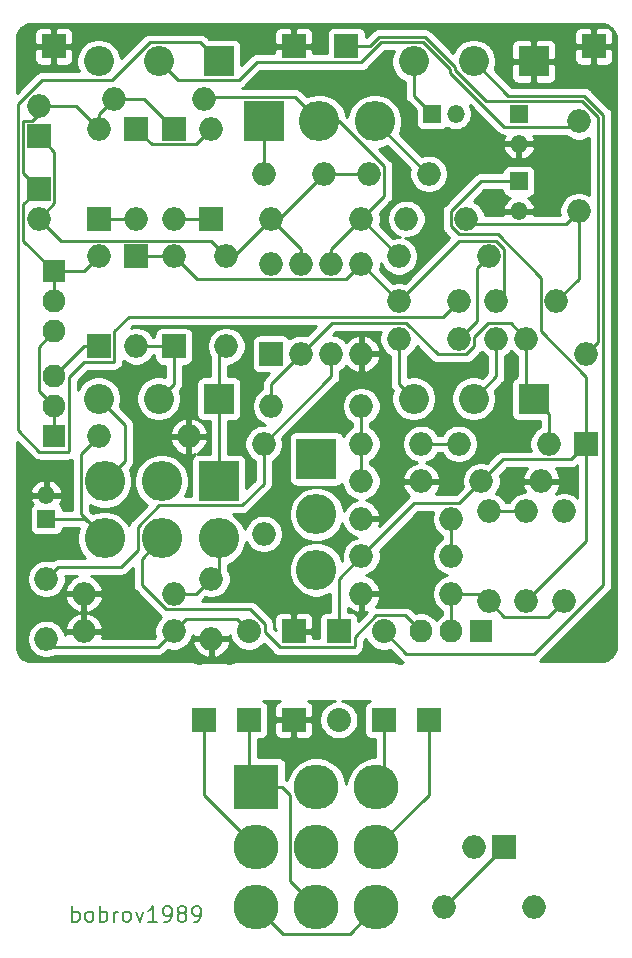
<source format=gbr>
G04 #@! TF.GenerationSoftware,KiCad,Pcbnew,(5.1.6-0-10_14)*
G04 #@! TF.CreationDate,2020-09-02T19:52:59+02:00*
G04 #@! TF.ProjectId,inglorious-bastard,696e676c-6f72-4696-9f75-732d62617374,rev?*
G04 #@! TF.SameCoordinates,Original*
G04 #@! TF.FileFunction,Copper,L1,Top*
G04 #@! TF.FilePolarity,Positive*
%FSLAX46Y46*%
G04 Gerber Fmt 4.6, Leading zero omitted, Abs format (unit mm)*
G04 Created by KiCad (PCBNEW (5.1.6-0-10_14)) date 2020-09-02 19:52:59*
%MOMM*%
%LPD*%
G01*
G04 APERTURE LIST*
G04 #@! TA.AperFunction,NonConductor*
%ADD10C,0.200000*%
G04 #@! TD*
G04 #@! TA.AperFunction,ComponentPad*
%ADD11O,2.000000X2.000000*%
G04 #@! TD*
G04 #@! TA.AperFunction,ComponentPad*
%ADD12R,2.000000X2.000000*%
G04 #@! TD*
G04 #@! TA.AperFunction,ComponentPad*
%ADD13O,3.416000X3.416000*%
G04 #@! TD*
G04 #@! TA.AperFunction,ComponentPad*
%ADD14R,3.416000X3.416000*%
G04 #@! TD*
G04 #@! TA.AperFunction,ComponentPad*
%ADD15R,3.816000X3.816000*%
G04 #@! TD*
G04 #@! TA.AperFunction,ComponentPad*
%ADD16O,3.816000X3.816000*%
G04 #@! TD*
G04 #@! TA.AperFunction,ComponentPad*
%ADD17O,2.540000X2.540000*%
G04 #@! TD*
G04 #@! TA.AperFunction,ComponentPad*
%ADD18R,2.540000X2.540000*%
G04 #@! TD*
G04 #@! TA.AperFunction,ComponentPad*
%ADD19R,1.930400X1.930400*%
G04 #@! TD*
G04 #@! TA.AperFunction,ComponentPad*
%ADD20O,1.930400X1.930400*%
G04 #@! TD*
G04 #@! TA.AperFunction,ComponentPad*
%ADD21R,2.032000X2.032000*%
G04 #@! TD*
G04 #@! TA.AperFunction,ComponentPad*
%ADD22O,2.032000X2.032000*%
G04 #@! TD*
G04 #@! TA.AperFunction,ComponentPad*
%ADD23O,1.508000X1.508000*%
G04 #@! TD*
G04 #@! TA.AperFunction,ComponentPad*
%ADD24R,1.508000X1.508000*%
G04 #@! TD*
G04 #@! TA.AperFunction,Conductor*
%ADD25C,0.250000*%
G04 #@! TD*
G04 #@! TA.AperFunction,Conductor*
%ADD26C,0.254000*%
G04 #@! TD*
G04 APERTURE END LIST*
D10*
X63798333Y-152861095D02*
X63798333Y-151561095D01*
X63798333Y-152056333D02*
X63922142Y-151994428D01*
X64169761Y-151994428D01*
X64293571Y-152056333D01*
X64355476Y-152118238D01*
X64417380Y-152242047D01*
X64417380Y-152613476D01*
X64355476Y-152737285D01*
X64293571Y-152799190D01*
X64169761Y-152861095D01*
X63922142Y-152861095D01*
X63798333Y-152799190D01*
X65160238Y-152861095D02*
X65036428Y-152799190D01*
X64974523Y-152737285D01*
X64912619Y-152613476D01*
X64912619Y-152242047D01*
X64974523Y-152118238D01*
X65036428Y-152056333D01*
X65160238Y-151994428D01*
X65345952Y-151994428D01*
X65469761Y-152056333D01*
X65531666Y-152118238D01*
X65593571Y-152242047D01*
X65593571Y-152613476D01*
X65531666Y-152737285D01*
X65469761Y-152799190D01*
X65345952Y-152861095D01*
X65160238Y-152861095D01*
X66150714Y-152861095D02*
X66150714Y-151561095D01*
X66150714Y-152056333D02*
X66274523Y-151994428D01*
X66522142Y-151994428D01*
X66645952Y-152056333D01*
X66707857Y-152118238D01*
X66769761Y-152242047D01*
X66769761Y-152613476D01*
X66707857Y-152737285D01*
X66645952Y-152799190D01*
X66522142Y-152861095D01*
X66274523Y-152861095D01*
X66150714Y-152799190D01*
X67326904Y-152861095D02*
X67326904Y-151994428D01*
X67326904Y-152242047D02*
X67388809Y-152118238D01*
X67450714Y-152056333D01*
X67574523Y-151994428D01*
X67698333Y-151994428D01*
X68317380Y-152861095D02*
X68193571Y-152799190D01*
X68131666Y-152737285D01*
X68069761Y-152613476D01*
X68069761Y-152242047D01*
X68131666Y-152118238D01*
X68193571Y-152056333D01*
X68317380Y-151994428D01*
X68503095Y-151994428D01*
X68626904Y-152056333D01*
X68688809Y-152118238D01*
X68750714Y-152242047D01*
X68750714Y-152613476D01*
X68688809Y-152737285D01*
X68626904Y-152799190D01*
X68503095Y-152861095D01*
X68317380Y-152861095D01*
X69184047Y-151994428D02*
X69493571Y-152861095D01*
X69803095Y-151994428D01*
X70979285Y-152861095D02*
X70236428Y-152861095D01*
X70607857Y-152861095D02*
X70607857Y-151561095D01*
X70484047Y-151746809D01*
X70360238Y-151870619D01*
X70236428Y-151932523D01*
X71598333Y-152861095D02*
X71845952Y-152861095D01*
X71969761Y-152799190D01*
X72031666Y-152737285D01*
X72155476Y-152551571D01*
X72217380Y-152303952D01*
X72217380Y-151808714D01*
X72155476Y-151684904D01*
X72093571Y-151623000D01*
X71969761Y-151561095D01*
X71722142Y-151561095D01*
X71598333Y-151623000D01*
X71536428Y-151684904D01*
X71474523Y-151808714D01*
X71474523Y-152118238D01*
X71536428Y-152242047D01*
X71598333Y-152303952D01*
X71722142Y-152365857D01*
X71969761Y-152365857D01*
X72093571Y-152303952D01*
X72155476Y-152242047D01*
X72217380Y-152118238D01*
X72960238Y-152118238D02*
X72836428Y-152056333D01*
X72774523Y-151994428D01*
X72712619Y-151870619D01*
X72712619Y-151808714D01*
X72774523Y-151684904D01*
X72836428Y-151623000D01*
X72960238Y-151561095D01*
X73207857Y-151561095D01*
X73331666Y-151623000D01*
X73393571Y-151684904D01*
X73455476Y-151808714D01*
X73455476Y-151870619D01*
X73393571Y-151994428D01*
X73331666Y-152056333D01*
X73207857Y-152118238D01*
X72960238Y-152118238D01*
X72836428Y-152180142D01*
X72774523Y-152242047D01*
X72712619Y-152365857D01*
X72712619Y-152613476D01*
X72774523Y-152737285D01*
X72836428Y-152799190D01*
X72960238Y-152861095D01*
X73207857Y-152861095D01*
X73331666Y-152799190D01*
X73393571Y-152737285D01*
X73455476Y-152613476D01*
X73455476Y-152365857D01*
X73393571Y-152242047D01*
X73331666Y-152180142D01*
X73207857Y-152118238D01*
X74074523Y-152861095D02*
X74322142Y-152861095D01*
X74445952Y-152799190D01*
X74507857Y-152737285D01*
X74631666Y-152551571D01*
X74693571Y-152303952D01*
X74693571Y-151808714D01*
X74631666Y-151684904D01*
X74569761Y-151623000D01*
X74445952Y-151561095D01*
X74198333Y-151561095D01*
X74074523Y-151623000D01*
X74012619Y-151684904D01*
X73950714Y-151808714D01*
X73950714Y-152118238D01*
X74012619Y-152242047D01*
X74074523Y-152303952D01*
X74198333Y-152365857D01*
X74445952Y-152365857D01*
X74569761Y-152303952D01*
X74631666Y-152242047D01*
X74693571Y-152118238D01*
D11*
X97790000Y-146558000D03*
D12*
X100330000Y-146558000D03*
D11*
X80645000Y-97155000D03*
X83185000Y-97155000D03*
X85725000Y-97155000D03*
X88265000Y-97155000D03*
X88265000Y-104775000D03*
X85725000Y-104775000D03*
X83185000Y-104775000D03*
D12*
X80645000Y-104775000D03*
D13*
X84455000Y-123063000D03*
X84455000Y-118364000D03*
D14*
X84455000Y-113665000D03*
D13*
X89408000Y-85090000D03*
X84709000Y-85090000D03*
D14*
X80010000Y-85090000D03*
D13*
X66540000Y-120400000D03*
X71370000Y-120400000D03*
X76200000Y-120400000D03*
X66540000Y-115570000D03*
X71370000Y-115570000D03*
D14*
X76200000Y-115570000D03*
D15*
X79375000Y-141478000D03*
D16*
X79375000Y-146558000D03*
X79375000Y-151638000D03*
X84455000Y-141478000D03*
X84455000Y-146558000D03*
X84455000Y-151638000D03*
X89535000Y-141478000D03*
X89535000Y-146558000D03*
X89535000Y-151638000D03*
D17*
X92710000Y-80010000D03*
X97790000Y-80010000D03*
D18*
X102870000Y-80010000D03*
D17*
X66040000Y-80010000D03*
X71120000Y-80010000D03*
D18*
X76200000Y-80010000D03*
D17*
X66040000Y-108585000D03*
X71120000Y-108585000D03*
D18*
X76200000Y-108585000D03*
D17*
X92710000Y-108585000D03*
X97790000Y-108585000D03*
D18*
X102870000Y-108585000D03*
D11*
X88265000Y-118745000D03*
X95885000Y-118745000D03*
X88265000Y-121920000D03*
X95885000Y-121920000D03*
X95250000Y-151638000D03*
X102870000Y-151638000D03*
X73660000Y-111760000D03*
X66040000Y-111760000D03*
X64770000Y-125095000D03*
X72390000Y-125095000D03*
X67310000Y-83185000D03*
X74930000Y-83185000D03*
X88265000Y-93345000D03*
X80645000Y-93345000D03*
X80010000Y-120015000D03*
X80010000Y-112395000D03*
X64770000Y-128270000D03*
X72390000Y-128270000D03*
X88265000Y-125095000D03*
X95885000Y-125095000D03*
X99060000Y-125730000D03*
X99060000Y-118110000D03*
X105410000Y-118110000D03*
X105410000Y-125730000D03*
X106680000Y-85090000D03*
X106680000Y-92710000D03*
X91440000Y-96520000D03*
X99060000Y-96520000D03*
X96520000Y-112395000D03*
X104140000Y-112395000D03*
X76835000Y-96520000D03*
X76835000Y-104140000D03*
X102235000Y-118110000D03*
X102235000Y-125730000D03*
X88265000Y-109220000D03*
X80645000Y-109220000D03*
D19*
X62230000Y-111760000D03*
D20*
X62230000Y-109220000D03*
X62230000Y-106680000D03*
D19*
X62230000Y-97790000D03*
D20*
X62230000Y-100330000D03*
X62230000Y-102870000D03*
D19*
X98425000Y-128270000D03*
D20*
X95885000Y-128270000D03*
X93345000Y-128270000D03*
D21*
X82550000Y-128270000D03*
X86995000Y-78740000D03*
X86360000Y-128270000D03*
X93980000Y-135763000D03*
X62230000Y-78740000D03*
X90170000Y-135763000D03*
X82550000Y-135763000D03*
D22*
X86360000Y-135763000D03*
D21*
X74930000Y-135763000D03*
X78740000Y-135763000D03*
D22*
X78740000Y-128270000D03*
D21*
X82550000Y-78740000D03*
D22*
X90170000Y-128270000D03*
D21*
X107950000Y-78740000D03*
D12*
X107315000Y-112395000D03*
D11*
X107315000Y-104775000D03*
X60960000Y-83820000D03*
D12*
X60960000Y-86360000D03*
D11*
X60960000Y-93345000D03*
D12*
X60960000Y-90805000D03*
X66040000Y-104140000D03*
D11*
X66040000Y-96520000D03*
D12*
X75565000Y-93345000D03*
D11*
X75565000Y-85725000D03*
D12*
X72390000Y-85725000D03*
D11*
X72390000Y-93345000D03*
D12*
X69215000Y-85725000D03*
D11*
X69215000Y-93345000D03*
D12*
X66040000Y-93345000D03*
D11*
X66040000Y-85725000D03*
D12*
X72390000Y-104140000D03*
D11*
X72390000Y-96520000D03*
D12*
X69215000Y-96520000D03*
D11*
X69215000Y-104140000D03*
D23*
X101600000Y-86995000D03*
D24*
X101600000Y-84455000D03*
D23*
X101600000Y-92710000D03*
D24*
X101600000Y-90170000D03*
D11*
X103505000Y-115570000D03*
X98425000Y-115570000D03*
D23*
X61595000Y-116745000D03*
D24*
X61595000Y-118745000D03*
D11*
X75565000Y-128905000D03*
X75565000Y-123825000D03*
X88900000Y-89535000D03*
X93980000Y-89535000D03*
X61595000Y-128905000D03*
X61595000Y-123825000D03*
X99695000Y-100330000D03*
X104775000Y-100330000D03*
X91440000Y-100330000D03*
X96520000Y-100330000D03*
X80010000Y-89535000D03*
X85090000Y-89535000D03*
D23*
X96250000Y-84455000D03*
D24*
X94250000Y-84455000D03*
D11*
X97155000Y-93345000D03*
X92075000Y-93345000D03*
X91440000Y-103505000D03*
X96520000Y-103505000D03*
X102235000Y-103505000D03*
X99695000Y-103505000D03*
X88265000Y-112395000D03*
X93345000Y-112395000D03*
X93345000Y-115570000D03*
X88265000Y-115570000D03*
D25*
X88265000Y-109220000D02*
X88265000Y-112395000D01*
X88265000Y-112395000D02*
X88265000Y-115570000D01*
X96520000Y-112395000D02*
X93345000Y-112395000D01*
X102235000Y-107950000D02*
X102870000Y-108585000D01*
X102235000Y-103505000D02*
X102235000Y-107950000D01*
X104140000Y-109855000D02*
X102870000Y-108585000D01*
X104140000Y-112395000D02*
X104140000Y-109855000D01*
X80645000Y-107315000D02*
X83185000Y-104775000D01*
X80645000Y-109220000D02*
X80645000Y-107315000D01*
X92076001Y-102179999D02*
X85780001Y-102179999D01*
X97156001Y-104830001D02*
X94726003Y-104830001D01*
X97845001Y-104141001D02*
X97156001Y-104830001D01*
X85780001Y-102179999D02*
X83185000Y-104775000D01*
X97845001Y-103339997D02*
X97845001Y-104141001D01*
X99004999Y-102179999D02*
X97845001Y-103339997D01*
X100909999Y-102179999D02*
X99004999Y-102179999D01*
X94726003Y-104830001D02*
X92076001Y-102179999D01*
X102235000Y-103505000D02*
X100909999Y-102179999D01*
X99695000Y-106680000D02*
X97790000Y-108585000D01*
X99695000Y-103505000D02*
X99695000Y-106680000D01*
X91440001Y-107315001D02*
X92710000Y-108585000D01*
X91440000Y-103505000D02*
X91440001Y-107315001D01*
X98060001Y-101964999D02*
X96520000Y-103505000D01*
X98060001Y-97519999D02*
X98060001Y-101964999D01*
X99060000Y-96520000D02*
X98060001Y-97519999D01*
X106680000Y-98425000D02*
X104775000Y-100330000D01*
X106680000Y-92710000D02*
X106680000Y-98425000D01*
X97599001Y-93789001D02*
X97155000Y-93345000D01*
X105600999Y-93789001D02*
X97599001Y-93789001D01*
X106680000Y-92710000D02*
X105600999Y-93789001D01*
X99060000Y-118110000D02*
X102235000Y-118110000D01*
X92710000Y-82915000D02*
X94250000Y-84455000D01*
X92710000Y-80010000D02*
X92710000Y-82915000D01*
X80010000Y-85090000D02*
X80010000Y-89535000D01*
X83185000Y-95885000D02*
X83185000Y-97155000D01*
X80645000Y-93345000D02*
X83185000Y-95885000D01*
X85090000Y-89535000D02*
X88900000Y-89535000D01*
X81280000Y-93345000D02*
X80645000Y-93345000D01*
X85090000Y-89535000D02*
X81280000Y-93345000D01*
X62285001Y-92019999D02*
X60960000Y-93345000D01*
X62285001Y-87685001D02*
X62285001Y-92019999D01*
X60960000Y-86360000D02*
X62285001Y-87685001D01*
X77470000Y-96520000D02*
X76835000Y-96520000D01*
X80645000Y-93345000D02*
X77470000Y-96520000D01*
X62809999Y-95194999D02*
X60960000Y-93345000D01*
X75509999Y-95194999D02*
X62809999Y-95194999D01*
X76835000Y-96520000D02*
X75509999Y-95194999D01*
X88265000Y-97155000D02*
X91440000Y-100330000D01*
X95885000Y-118745000D02*
X95885000Y-121920000D01*
X69215000Y-96520000D02*
X72390000Y-96520000D01*
X86939999Y-98480001D02*
X88265000Y-97155000D01*
X74350001Y-98480001D02*
X86939999Y-98480001D01*
X72390000Y-96520000D02*
X74350001Y-98480001D01*
X100385001Y-95883999D02*
X100385001Y-99639999D01*
X100385001Y-99639999D02*
X99695000Y-100330000D01*
X99696001Y-95194999D02*
X100385001Y-95883999D01*
X96575001Y-95194999D02*
X99696001Y-95194999D01*
X91440000Y-100330000D02*
X96575001Y-95194999D01*
X95194999Y-101655001D02*
X96520000Y-100330000D01*
X68589999Y-101655001D02*
X95194999Y-101655001D01*
X67365001Y-102879999D02*
X68589999Y-101655001D01*
X67365001Y-105400001D02*
X67365001Y-102879999D01*
X64779999Y-105465001D02*
X67300001Y-105465001D01*
X63520201Y-106724799D02*
X64779999Y-105465001D01*
X63520201Y-112985201D02*
X63520201Y-106724799D01*
X59184989Y-111230391D02*
X61004799Y-113050201D01*
X61004799Y-113050201D02*
X63455201Y-113050201D01*
X59184989Y-83634009D02*
X59184989Y-111230391D01*
X61213997Y-81605001D02*
X59184989Y-83634009D01*
X67164397Y-81605001D02*
X61213997Y-81605001D01*
X63455201Y-113050201D02*
X63520201Y-112985201D01*
X70354399Y-78414999D02*
X67164397Y-81605001D01*
X67300001Y-105465001D02*
X67365001Y-105400001D01*
X74604999Y-78414999D02*
X70354399Y-78414999D01*
X76200000Y-80010000D02*
X74604999Y-78414999D01*
X73405999Y-127254001D02*
X72390000Y-128270000D01*
X77724001Y-127254001D02*
X73405999Y-127254001D01*
X78740000Y-128270000D02*
X77724001Y-127254001D01*
X71064999Y-129595001D02*
X62285001Y-129595001D01*
X62285001Y-129595001D02*
X61595000Y-128905000D01*
X72390000Y-128270000D02*
X71064999Y-129595001D01*
X71158157Y-117603001D02*
X78168001Y-117603001D01*
X69336999Y-121375841D02*
X69336999Y-119424159D01*
X69336999Y-119424159D02*
X71158157Y-117603001D01*
X67887839Y-122825001D02*
X69336999Y-121375841D01*
X62594999Y-122825001D02*
X67887839Y-122825001D01*
X61595000Y-123825000D02*
X62594999Y-122825001D01*
X80010000Y-115761002D02*
X80010000Y-112395000D01*
X85725000Y-104775000D02*
X85725000Y-106680000D01*
X85725000Y-106680000D02*
X80010000Y-112395000D01*
X78168001Y-117603001D02*
X80010000Y-115761002D01*
X93853000Y-89535000D02*
X93980000Y-89535000D01*
X89408000Y-85090000D02*
X93853000Y-89535000D01*
X74295000Y-125095000D02*
X75565000Y-123825000D01*
X72390000Y-125095000D02*
X74295000Y-125095000D01*
X76200000Y-123190000D02*
X75565000Y-123825000D01*
X76200000Y-120400000D02*
X76200000Y-123190000D01*
X64885000Y-118745000D02*
X66540000Y-120400000D01*
X61595000Y-118745000D02*
X64885000Y-118745000D01*
X64506999Y-118366999D02*
X66540000Y-120400000D01*
X64506999Y-113293001D02*
X64506999Y-118366999D01*
X66040000Y-111760000D02*
X64506999Y-113293001D01*
X86360000Y-123825000D02*
X86360000Y-128270000D01*
X88265000Y-121920000D02*
X86360000Y-123825000D01*
X107315000Y-120650000D02*
X102235000Y-125730000D01*
X107315000Y-112395000D02*
X107315000Y-120650000D01*
X100274999Y-113720001D02*
X98425000Y-115570000D01*
X105989999Y-113720001D02*
X100274999Y-113720001D01*
X107315000Y-112395000D02*
X105989999Y-113720001D01*
X103449999Y-102870000D02*
X107315000Y-106735001D01*
X107315000Y-106735001D02*
X107315000Y-112395000D01*
X99807413Y-94670001D02*
X103449999Y-98312587D01*
X95829999Y-93981001D02*
X96518999Y-94670001D01*
X103449999Y-98312587D02*
X103449999Y-102870000D01*
X95829999Y-92708999D02*
X95829999Y-93981001D01*
X98368998Y-90170000D02*
X95829999Y-92708999D01*
X96518999Y-94670001D02*
X99807413Y-94670001D01*
X101600000Y-90170000D02*
X98368998Y-90170000D01*
X96575001Y-117419999D02*
X98425000Y-115570000D01*
X92765001Y-117419999D02*
X96575001Y-117419999D01*
X88265000Y-121920000D02*
X92765001Y-117419999D01*
X69215000Y-104140000D02*
X72390000Y-104140000D01*
X72389999Y-107315001D02*
X71120000Y-108585000D01*
X72390000Y-104140000D02*
X72389999Y-107315001D01*
X66040000Y-93345000D02*
X69215000Y-93345000D01*
X66040000Y-84455000D02*
X66040000Y-85725000D01*
X67310000Y-83185000D02*
X66040000Y-84455000D01*
X64135000Y-83820000D02*
X66040000Y-85725000D01*
X60960000Y-83820000D02*
X64135000Y-83820000D01*
X69850000Y-83185000D02*
X72390000Y-85725000D01*
X67310000Y-83185000D02*
X69850000Y-83185000D01*
X62230000Y-97790000D02*
X62230000Y-100330000D01*
X64770000Y-97790000D02*
X66040000Y-96520000D01*
X62230000Y-97790000D02*
X64770000Y-97790000D01*
X59634999Y-85099999D02*
X59634999Y-89479999D01*
X59634999Y-89479999D02*
X60960000Y-90805000D01*
X59699999Y-85034999D02*
X59634999Y-85099999D01*
X60380001Y-85034999D02*
X59699999Y-85034999D01*
X60960000Y-84455000D02*
X60380001Y-85034999D01*
X60960000Y-83820000D02*
X60960000Y-84455000D01*
X59634999Y-92130001D02*
X60960000Y-90805000D01*
X59634999Y-95194999D02*
X59634999Y-92130001D01*
X62230000Y-97790000D02*
X59634999Y-95194999D01*
X74239999Y-87050001D02*
X70540001Y-87050001D01*
X70540001Y-87050001D02*
X69215000Y-85725000D01*
X75565000Y-85725000D02*
X74239999Y-87050001D01*
X72390000Y-93345000D02*
X75565000Y-93345000D01*
X64770000Y-104140000D02*
X66040000Y-104140000D01*
X62230000Y-106680000D02*
X64770000Y-104140000D01*
X100330000Y-146558000D02*
X95250000Y-151638000D01*
X87770011Y-77964989D02*
X86995000Y-78740000D01*
X107315000Y-104775000D02*
X108314999Y-103775001D01*
X106965997Y-83375999D02*
X108314999Y-84725001D01*
X96194999Y-80775601D02*
X98795397Y-83375999D01*
X96194999Y-80497987D02*
X96194999Y-80775601D01*
X93662001Y-77964989D02*
X96194999Y-80497987D01*
X86995000Y-78740000D02*
X88975592Y-78740000D01*
X98795397Y-83375999D02*
X106965997Y-83375999D01*
X89750603Y-77964989D02*
X93662001Y-77964989D01*
X88975592Y-78740000D02*
X89750603Y-77964989D01*
X108314999Y-103775001D02*
X108314999Y-84725001D01*
X108765009Y-124335993D02*
X102926002Y-130175000D01*
X108765009Y-84538601D02*
X108765009Y-124335993D01*
X100705989Y-82925989D02*
X107152398Y-82925990D01*
X107152398Y-82925990D02*
X108765009Y-84538601D01*
X97790000Y-80010000D02*
X100705989Y-82925989D01*
X90170000Y-128270000D02*
X92075000Y-130175000D01*
X93345000Y-130175000D02*
X92710000Y-130175000D01*
X92075000Y-130175000D02*
X93345000Y-130175000D01*
X102926002Y-130175000D02*
X93345000Y-130175000D01*
X78740000Y-140843000D02*
X79375000Y-141478000D01*
X78740000Y-135763000D02*
X78740000Y-140843000D01*
X82221999Y-149404999D02*
X84455000Y-151638000D01*
X82221999Y-142166999D02*
X82221999Y-149404999D01*
X81533000Y-141478000D02*
X82221999Y-142166999D01*
X79375000Y-141478000D02*
X81533000Y-141478000D01*
X74930000Y-142113000D02*
X79375000Y-146558000D01*
X74930000Y-135763000D02*
X74930000Y-142113000D01*
X90170000Y-140843000D02*
X89535000Y-141478000D01*
X90170000Y-135763000D02*
X90170000Y-140843000D01*
X93980000Y-142113000D02*
X89535000Y-146558000D01*
X93980000Y-135763000D02*
X93980000Y-142113000D01*
X95885000Y-125095000D02*
X95885000Y-128270000D01*
X98425000Y-125095000D02*
X99060000Y-125730000D01*
X95885000Y-125095000D02*
X98425000Y-125095000D01*
X100385001Y-127055001D02*
X99060000Y-125730000D01*
X104084999Y-127055001D02*
X100385001Y-127055001D01*
X105410000Y-125730000D02*
X104084999Y-127055001D01*
X69662001Y-122107999D02*
X71370000Y-120400000D01*
X69662001Y-124328003D02*
X69662001Y-122107999D01*
X71753999Y-126420001D02*
X69662001Y-124328003D01*
X87636001Y-129611001D02*
X81351001Y-129611001D01*
X81351001Y-129611001D02*
X80081001Y-128341001D01*
X78874683Y-126420001D02*
X71753999Y-126420001D01*
X80081001Y-127626319D02*
X78874683Y-126420001D01*
X87701001Y-129546001D02*
X87636001Y-129611001D01*
X80081001Y-128341001D02*
X80081001Y-127626319D01*
X89526319Y-126928999D02*
X87701001Y-128754317D01*
X92003999Y-126928999D02*
X89526319Y-126928999D01*
X87701001Y-128754317D02*
X87701001Y-129546001D01*
X93345000Y-128270000D02*
X92003999Y-126928999D01*
X62230000Y-111760000D02*
X62230000Y-109220000D01*
X60939799Y-107929799D02*
X62230000Y-109220000D01*
X60939799Y-104160201D02*
X60939799Y-107929799D01*
X62230000Y-102870000D02*
X60939799Y-104160201D01*
X76200000Y-108585000D02*
X76200000Y-115570000D01*
X76200000Y-104775000D02*
X76835000Y-104140000D01*
X76200000Y-108585000D02*
X76200000Y-104775000D01*
X85725000Y-95885000D02*
X85725000Y-97155000D01*
X88265000Y-93345000D02*
X85725000Y-95885000D01*
X75058001Y-83056999D02*
X74930000Y-83185000D01*
X82675999Y-83056999D02*
X75058001Y-83056999D01*
X84709000Y-85090000D02*
X82675999Y-83056999D01*
X88265000Y-93345000D02*
X91440000Y-96520000D01*
X86416002Y-85090000D02*
X84709000Y-85090000D01*
X90225001Y-88898999D02*
X86416002Y-85090000D01*
X90225001Y-91384999D02*
X90225001Y-88898999D01*
X88265000Y-93345000D02*
X90225001Y-91384999D01*
X89937003Y-78414999D02*
X88271001Y-80081001D01*
X93475601Y-78414999D02*
X89937003Y-78414999D01*
X88271001Y-80081001D02*
X79396003Y-80081001D01*
X106680000Y-85090000D02*
X106235999Y-85534001D01*
X77872003Y-81605001D02*
X79396003Y-80081001D01*
X72715001Y-81605001D02*
X77872003Y-81605001D01*
X71120000Y-80010000D02*
X72715001Y-81605001D01*
X100316989Y-85534001D02*
X101155999Y-85534001D01*
X95744990Y-80962002D02*
X100316989Y-85534001D01*
X93475601Y-78414999D02*
X95744989Y-80684387D01*
X101155999Y-85534001D02*
X100594603Y-85534001D01*
X95744989Y-80684387D02*
X95744990Y-80962002D01*
X106235999Y-85534001D02*
X101155999Y-85534001D01*
X68247999Y-113862001D02*
X66540000Y-115570000D01*
X68247999Y-110792999D02*
X68247999Y-113862001D01*
X66040000Y-108585000D02*
X68247999Y-110792999D01*
X87301999Y-153871001D02*
X89535000Y-151638000D01*
X81608001Y-153871001D02*
X87301999Y-153871001D01*
X79375000Y-151638000D02*
X81608001Y-153871001D01*
D26*
G36*
X60441000Y-113561204D02*
G01*
X60464798Y-113590202D01*
X60493796Y-113614000D01*
X60580522Y-113685175D01*
X60672248Y-113734204D01*
X60712552Y-113755747D01*
X60855813Y-113799204D01*
X60967466Y-113810201D01*
X60967476Y-113810201D01*
X61004799Y-113813877D01*
X61042121Y-113810201D01*
X63417879Y-113810201D01*
X63455201Y-113813877D01*
X63492523Y-113810201D01*
X63492534Y-113810201D01*
X63604187Y-113799204D01*
X63746999Y-113755883D01*
X63747000Y-117985000D01*
X62986481Y-117985000D01*
X62974812Y-117866518D01*
X62938502Y-117746820D01*
X62879537Y-117636506D01*
X62800185Y-117539815D01*
X62753152Y-117501216D01*
X62848737Y-117342895D01*
X62941290Y-117086815D01*
X62819437Y-116872000D01*
X61722000Y-116872000D01*
X61722000Y-116892000D01*
X61468000Y-116892000D01*
X61468000Y-116872000D01*
X60370563Y-116872000D01*
X60248710Y-117086815D01*
X60341263Y-117342895D01*
X60436848Y-117501216D01*
X60389815Y-117539815D01*
X60310463Y-117636506D01*
X60251498Y-117746820D01*
X60215188Y-117866518D01*
X60202928Y-117991000D01*
X60202928Y-119499000D01*
X60215188Y-119623482D01*
X60251498Y-119743180D01*
X60310463Y-119853494D01*
X60389815Y-119950185D01*
X60486506Y-120029537D01*
X60596820Y-120088502D01*
X60716518Y-120124812D01*
X60841000Y-120137072D01*
X62349000Y-120137072D01*
X62473482Y-120124812D01*
X62593180Y-120088502D01*
X62703494Y-120029537D01*
X62800185Y-119950185D01*
X62879537Y-119853494D01*
X62938502Y-119743180D01*
X62974812Y-119623482D01*
X62986481Y-119505000D01*
X64374676Y-119505000D01*
X64287040Y-119716572D01*
X64197000Y-120169235D01*
X64197000Y-120630765D01*
X64287040Y-121083428D01*
X64463660Y-121509827D01*
X64720073Y-121893576D01*
X64891498Y-122065001D01*
X62632321Y-122065001D01*
X62594998Y-122061325D01*
X62557675Y-122065001D01*
X62557666Y-122065001D01*
X62446013Y-122075998D01*
X62302752Y-122119455D01*
X62170722Y-122190027D01*
X62094195Y-122252832D01*
X62086721Y-122258966D01*
X62071912Y-122252832D01*
X61756033Y-122190000D01*
X61433967Y-122190000D01*
X61118088Y-122252832D01*
X60820537Y-122376082D01*
X60552748Y-122555013D01*
X60325013Y-122782748D01*
X60146082Y-123050537D01*
X60022832Y-123348088D01*
X59960000Y-123663967D01*
X59960000Y-123986033D01*
X60022832Y-124301912D01*
X60146082Y-124599463D01*
X60325013Y-124867252D01*
X60552748Y-125094987D01*
X60820537Y-125273918D01*
X61118088Y-125397168D01*
X61433967Y-125460000D01*
X61756033Y-125460000D01*
X62071912Y-125397168D01*
X62369463Y-125273918D01*
X62637252Y-125094987D01*
X62864987Y-124867252D01*
X63043918Y-124599463D01*
X63167168Y-124301912D01*
X63230000Y-123986033D01*
X63230000Y-123663967D01*
X63214293Y-123585001D01*
X64157901Y-123585001D01*
X64086656Y-123609644D01*
X63810008Y-123771499D01*
X63570252Y-123984215D01*
X63376601Y-124239618D01*
X63236498Y-124527893D01*
X63179876Y-124714566D01*
X63299223Y-124968000D01*
X64643000Y-124968000D01*
X64643000Y-124948000D01*
X64897000Y-124948000D01*
X64897000Y-124968000D01*
X66240777Y-124968000D01*
X66360124Y-124714566D01*
X66303502Y-124527893D01*
X66163399Y-124239618D01*
X65969748Y-123984215D01*
X65729992Y-123771499D01*
X65453344Y-123609644D01*
X65382099Y-123585001D01*
X67850517Y-123585001D01*
X67887839Y-123588677D01*
X67925161Y-123585001D01*
X67925172Y-123585001D01*
X68036825Y-123574004D01*
X68180086Y-123530547D01*
X68312115Y-123459975D01*
X68427840Y-123365002D01*
X68451643Y-123335998D01*
X68902002Y-122885640D01*
X68902001Y-124290680D01*
X68898325Y-124328003D01*
X68902001Y-124365325D01*
X68902001Y-124365335D01*
X68912998Y-124476988D01*
X68945459Y-124583998D01*
X68956455Y-124620249D01*
X69027027Y-124752279D01*
X69066872Y-124800829D01*
X69122000Y-124868004D01*
X69151004Y-124891807D01*
X71190199Y-126931003D01*
X71213998Y-126960002D01*
X71242996Y-126983800D01*
X71309435Y-127038326D01*
X71120013Y-127227748D01*
X70941082Y-127495537D01*
X70817832Y-127793088D01*
X70755000Y-128108967D01*
X70755000Y-128431033D01*
X70817832Y-128746912D01*
X70823823Y-128761376D01*
X70750198Y-128835001D01*
X66304141Y-128835001D01*
X66360124Y-128650434D01*
X66240777Y-128397000D01*
X64897000Y-128397000D01*
X64897000Y-128417000D01*
X64643000Y-128417000D01*
X64643000Y-128397000D01*
X63299223Y-128397000D01*
X63202035Y-128603379D01*
X63167168Y-128428088D01*
X63043918Y-128130537D01*
X62864987Y-127862748D01*
X62637252Y-127635013D01*
X62369463Y-127456082D01*
X62071912Y-127332832D01*
X61756033Y-127270000D01*
X61433967Y-127270000D01*
X61118088Y-127332832D01*
X60820537Y-127456082D01*
X60552748Y-127635013D01*
X60325013Y-127862748D01*
X60146082Y-128130537D01*
X60022832Y-128428088D01*
X59960000Y-128743967D01*
X59960000Y-129066033D01*
X60022832Y-129381912D01*
X60146082Y-129679463D01*
X60325013Y-129947252D01*
X60552748Y-130174987D01*
X60820537Y-130353918D01*
X61118088Y-130477168D01*
X61433967Y-130540000D01*
X61756033Y-130540000D01*
X62071912Y-130477168D01*
X62366848Y-130355001D01*
X71027677Y-130355001D01*
X71064999Y-130358677D01*
X71102321Y-130355001D01*
X71102332Y-130355001D01*
X71213985Y-130344004D01*
X71357246Y-130300547D01*
X71489275Y-130229975D01*
X71605000Y-130135002D01*
X71628802Y-130105999D01*
X71898624Y-129836177D01*
X71913088Y-129842168D01*
X72228967Y-129905000D01*
X72551033Y-129905000D01*
X72866912Y-129842168D01*
X73164463Y-129718918D01*
X73432252Y-129539987D01*
X73659987Y-129312252D01*
X73677905Y-129285435D01*
X73974871Y-129285435D01*
X74079644Y-129588344D01*
X74241499Y-129864992D01*
X74454215Y-130104748D01*
X74709618Y-130298399D01*
X74997893Y-130438502D01*
X75184566Y-130495124D01*
X75438000Y-130375777D01*
X75438000Y-129032000D01*
X75692000Y-129032000D01*
X75692000Y-130375777D01*
X75945434Y-130495124D01*
X76132107Y-130438502D01*
X76420382Y-130298399D01*
X76675785Y-130104748D01*
X76888501Y-129864992D01*
X77050356Y-129588344D01*
X77155129Y-129285435D01*
X77036315Y-129032000D01*
X75692000Y-129032000D01*
X75438000Y-129032000D01*
X74093685Y-129032000D01*
X73974871Y-129285435D01*
X73677905Y-129285435D01*
X73838918Y-129044463D01*
X73962168Y-128746912D01*
X73997004Y-128571777D01*
X74093685Y-128778000D01*
X75438000Y-128778000D01*
X75438000Y-128758000D01*
X75692000Y-128758000D01*
X75692000Y-128778000D01*
X77036315Y-128778000D01*
X77121542Y-128596208D01*
X77152447Y-128751579D01*
X77276903Y-129052042D01*
X77457585Y-129322451D01*
X77687549Y-129552415D01*
X77957958Y-129733097D01*
X78258421Y-129857553D01*
X78577391Y-129921000D01*
X78902609Y-129921000D01*
X79221579Y-129857553D01*
X79522042Y-129733097D01*
X79792451Y-129552415D01*
X80005032Y-129339834D01*
X80787202Y-130122004D01*
X80811000Y-130151002D01*
X80926725Y-130245975D01*
X81058754Y-130316547D01*
X81202015Y-130360004D01*
X81313668Y-130371001D01*
X81313677Y-130371001D01*
X81351000Y-130374677D01*
X81388323Y-130371001D01*
X87598679Y-130371001D01*
X87636001Y-130374677D01*
X87673323Y-130371001D01*
X87673334Y-130371001D01*
X87784987Y-130360004D01*
X87928248Y-130316547D01*
X88060277Y-130245975D01*
X88176002Y-130151002D01*
X88199805Y-130121998D01*
X88211998Y-130109805D01*
X88241002Y-130086002D01*
X88335975Y-129970277D01*
X88406547Y-129838248D01*
X88450004Y-129694987D01*
X88461001Y-129583334D01*
X88461001Y-129583323D01*
X88464677Y-129546001D01*
X88461001Y-129508678D01*
X88461001Y-129069118D01*
X88639881Y-128890238D01*
X88706903Y-129052042D01*
X88887585Y-129322451D01*
X89117549Y-129552415D01*
X89387958Y-129733097D01*
X89688421Y-129857553D01*
X90007391Y-129921000D01*
X90332609Y-129921000D01*
X90651579Y-129857553D01*
X90673621Y-129848423D01*
X91511201Y-130686003D01*
X91534999Y-130715001D01*
X91650724Y-130809974D01*
X91781235Y-130879735D01*
X91667795Y-130926723D01*
X91584173Y-130982598D01*
X91502020Y-130938916D01*
X91446725Y-130916125D01*
X91391730Y-130892554D01*
X91382927Y-130889829D01*
X91193100Y-130832518D01*
X91134420Y-130820900D01*
X91075913Y-130808463D01*
X91066748Y-130807500D01*
X90869406Y-130788150D01*
X90869402Y-130788150D01*
X90837419Y-130785000D01*
X77818581Y-130785000D01*
X77785593Y-130788249D01*
X77772409Y-130788249D01*
X77763244Y-130789212D01*
X77566192Y-130811315D01*
X77507699Y-130823749D01*
X77449003Y-130835370D01*
X77440200Y-130838096D01*
X77251193Y-130898052D01*
X77196249Y-130921600D01*
X77140900Y-130944414D01*
X77132794Y-130948797D01*
X77071594Y-130982442D01*
X76988205Y-130926723D01*
X76827145Y-130860010D01*
X76656165Y-130826000D01*
X76481835Y-130826000D01*
X76310855Y-130860010D01*
X76194000Y-130908413D01*
X76077145Y-130860010D01*
X75906165Y-130826000D01*
X75731835Y-130826000D01*
X75560855Y-130860010D01*
X75444000Y-130908413D01*
X75327145Y-130860010D01*
X75156165Y-130826000D01*
X74981835Y-130826000D01*
X74810855Y-130860010D01*
X74649795Y-130926723D01*
X74566173Y-130982598D01*
X74484020Y-130938916D01*
X74428725Y-130916125D01*
X74373730Y-130892554D01*
X74364927Y-130889829D01*
X74175100Y-130832518D01*
X74116420Y-130820900D01*
X74057913Y-130808463D01*
X74048748Y-130807500D01*
X73851406Y-130788150D01*
X73851402Y-130788150D01*
X73819419Y-130785000D01*
X60357277Y-130785000D01*
X60083795Y-130758185D01*
X59851774Y-130688133D01*
X59637778Y-130574350D01*
X59449961Y-130421169D01*
X59295471Y-130234424D01*
X59180198Y-130021231D01*
X59108528Y-129789701D01*
X59080000Y-129518276D01*
X59080000Y-125475434D01*
X63179876Y-125475434D01*
X63236498Y-125662107D01*
X63376601Y-125950382D01*
X63570252Y-126205785D01*
X63810008Y-126418501D01*
X64086656Y-126580356D01*
X64381964Y-126682500D01*
X64086656Y-126784644D01*
X63810008Y-126946499D01*
X63570252Y-127159215D01*
X63376601Y-127414618D01*
X63236498Y-127702893D01*
X63179876Y-127889566D01*
X63299223Y-128143000D01*
X64643000Y-128143000D01*
X64643000Y-126798685D01*
X64395173Y-126682500D01*
X64643000Y-126566315D01*
X64643000Y-125222000D01*
X64897000Y-125222000D01*
X64897000Y-126566315D01*
X65144827Y-126682500D01*
X64897000Y-126798685D01*
X64897000Y-128143000D01*
X66240777Y-128143000D01*
X66360124Y-127889566D01*
X66303502Y-127702893D01*
X66163399Y-127414618D01*
X65969748Y-127159215D01*
X65729992Y-126946499D01*
X65453344Y-126784644D01*
X65158036Y-126682500D01*
X65453344Y-126580356D01*
X65729992Y-126418501D01*
X65969748Y-126205785D01*
X66163399Y-125950382D01*
X66303502Y-125662107D01*
X66360124Y-125475434D01*
X66240777Y-125222000D01*
X64897000Y-125222000D01*
X64643000Y-125222000D01*
X63299223Y-125222000D01*
X63179876Y-125475434D01*
X59080000Y-125475434D01*
X59080000Y-116403185D01*
X60248710Y-116403185D01*
X60370563Y-116618000D01*
X61468000Y-116618000D01*
X61468000Y-115521323D01*
X61722000Y-115521323D01*
X61722000Y-116618000D01*
X62819437Y-116618000D01*
X62941290Y-116403185D01*
X62848737Y-116147105D01*
X62708003Y-115914001D01*
X62524497Y-115712832D01*
X62305271Y-115551329D01*
X62058750Y-115435698D01*
X61936814Y-115398714D01*
X61722000Y-115521323D01*
X61468000Y-115521323D01*
X61253186Y-115398714D01*
X61131250Y-115435698D01*
X60884729Y-115551329D01*
X60665503Y-115712832D01*
X60481997Y-115914001D01*
X60341263Y-116147105D01*
X60248710Y-116403185D01*
X59080000Y-116403185D01*
X59080000Y-112200203D01*
X60441000Y-113561204D01*
G37*
X60441000Y-113561204D02*
X60464798Y-113590202D01*
X60493796Y-113614000D01*
X60580522Y-113685175D01*
X60672248Y-113734204D01*
X60712552Y-113755747D01*
X60855813Y-113799204D01*
X60967466Y-113810201D01*
X60967476Y-113810201D01*
X61004799Y-113813877D01*
X61042121Y-113810201D01*
X63417879Y-113810201D01*
X63455201Y-113813877D01*
X63492523Y-113810201D01*
X63492534Y-113810201D01*
X63604187Y-113799204D01*
X63746999Y-113755883D01*
X63747000Y-117985000D01*
X62986481Y-117985000D01*
X62974812Y-117866518D01*
X62938502Y-117746820D01*
X62879537Y-117636506D01*
X62800185Y-117539815D01*
X62753152Y-117501216D01*
X62848737Y-117342895D01*
X62941290Y-117086815D01*
X62819437Y-116872000D01*
X61722000Y-116872000D01*
X61722000Y-116892000D01*
X61468000Y-116892000D01*
X61468000Y-116872000D01*
X60370563Y-116872000D01*
X60248710Y-117086815D01*
X60341263Y-117342895D01*
X60436848Y-117501216D01*
X60389815Y-117539815D01*
X60310463Y-117636506D01*
X60251498Y-117746820D01*
X60215188Y-117866518D01*
X60202928Y-117991000D01*
X60202928Y-119499000D01*
X60215188Y-119623482D01*
X60251498Y-119743180D01*
X60310463Y-119853494D01*
X60389815Y-119950185D01*
X60486506Y-120029537D01*
X60596820Y-120088502D01*
X60716518Y-120124812D01*
X60841000Y-120137072D01*
X62349000Y-120137072D01*
X62473482Y-120124812D01*
X62593180Y-120088502D01*
X62703494Y-120029537D01*
X62800185Y-119950185D01*
X62879537Y-119853494D01*
X62938502Y-119743180D01*
X62974812Y-119623482D01*
X62986481Y-119505000D01*
X64374676Y-119505000D01*
X64287040Y-119716572D01*
X64197000Y-120169235D01*
X64197000Y-120630765D01*
X64287040Y-121083428D01*
X64463660Y-121509827D01*
X64720073Y-121893576D01*
X64891498Y-122065001D01*
X62632321Y-122065001D01*
X62594998Y-122061325D01*
X62557675Y-122065001D01*
X62557666Y-122065001D01*
X62446013Y-122075998D01*
X62302752Y-122119455D01*
X62170722Y-122190027D01*
X62094195Y-122252832D01*
X62086721Y-122258966D01*
X62071912Y-122252832D01*
X61756033Y-122190000D01*
X61433967Y-122190000D01*
X61118088Y-122252832D01*
X60820537Y-122376082D01*
X60552748Y-122555013D01*
X60325013Y-122782748D01*
X60146082Y-123050537D01*
X60022832Y-123348088D01*
X59960000Y-123663967D01*
X59960000Y-123986033D01*
X60022832Y-124301912D01*
X60146082Y-124599463D01*
X60325013Y-124867252D01*
X60552748Y-125094987D01*
X60820537Y-125273918D01*
X61118088Y-125397168D01*
X61433967Y-125460000D01*
X61756033Y-125460000D01*
X62071912Y-125397168D01*
X62369463Y-125273918D01*
X62637252Y-125094987D01*
X62864987Y-124867252D01*
X63043918Y-124599463D01*
X63167168Y-124301912D01*
X63230000Y-123986033D01*
X63230000Y-123663967D01*
X63214293Y-123585001D01*
X64157901Y-123585001D01*
X64086656Y-123609644D01*
X63810008Y-123771499D01*
X63570252Y-123984215D01*
X63376601Y-124239618D01*
X63236498Y-124527893D01*
X63179876Y-124714566D01*
X63299223Y-124968000D01*
X64643000Y-124968000D01*
X64643000Y-124948000D01*
X64897000Y-124948000D01*
X64897000Y-124968000D01*
X66240777Y-124968000D01*
X66360124Y-124714566D01*
X66303502Y-124527893D01*
X66163399Y-124239618D01*
X65969748Y-123984215D01*
X65729992Y-123771499D01*
X65453344Y-123609644D01*
X65382099Y-123585001D01*
X67850517Y-123585001D01*
X67887839Y-123588677D01*
X67925161Y-123585001D01*
X67925172Y-123585001D01*
X68036825Y-123574004D01*
X68180086Y-123530547D01*
X68312115Y-123459975D01*
X68427840Y-123365002D01*
X68451643Y-123335998D01*
X68902002Y-122885640D01*
X68902001Y-124290680D01*
X68898325Y-124328003D01*
X68902001Y-124365325D01*
X68902001Y-124365335D01*
X68912998Y-124476988D01*
X68945459Y-124583998D01*
X68956455Y-124620249D01*
X69027027Y-124752279D01*
X69066872Y-124800829D01*
X69122000Y-124868004D01*
X69151004Y-124891807D01*
X71190199Y-126931003D01*
X71213998Y-126960002D01*
X71242996Y-126983800D01*
X71309435Y-127038326D01*
X71120013Y-127227748D01*
X70941082Y-127495537D01*
X70817832Y-127793088D01*
X70755000Y-128108967D01*
X70755000Y-128431033D01*
X70817832Y-128746912D01*
X70823823Y-128761376D01*
X70750198Y-128835001D01*
X66304141Y-128835001D01*
X66360124Y-128650434D01*
X66240777Y-128397000D01*
X64897000Y-128397000D01*
X64897000Y-128417000D01*
X64643000Y-128417000D01*
X64643000Y-128397000D01*
X63299223Y-128397000D01*
X63202035Y-128603379D01*
X63167168Y-128428088D01*
X63043918Y-128130537D01*
X62864987Y-127862748D01*
X62637252Y-127635013D01*
X62369463Y-127456082D01*
X62071912Y-127332832D01*
X61756033Y-127270000D01*
X61433967Y-127270000D01*
X61118088Y-127332832D01*
X60820537Y-127456082D01*
X60552748Y-127635013D01*
X60325013Y-127862748D01*
X60146082Y-128130537D01*
X60022832Y-128428088D01*
X59960000Y-128743967D01*
X59960000Y-129066033D01*
X60022832Y-129381912D01*
X60146082Y-129679463D01*
X60325013Y-129947252D01*
X60552748Y-130174987D01*
X60820537Y-130353918D01*
X61118088Y-130477168D01*
X61433967Y-130540000D01*
X61756033Y-130540000D01*
X62071912Y-130477168D01*
X62366848Y-130355001D01*
X71027677Y-130355001D01*
X71064999Y-130358677D01*
X71102321Y-130355001D01*
X71102332Y-130355001D01*
X71213985Y-130344004D01*
X71357246Y-130300547D01*
X71489275Y-130229975D01*
X71605000Y-130135002D01*
X71628802Y-130105999D01*
X71898624Y-129836177D01*
X71913088Y-129842168D01*
X72228967Y-129905000D01*
X72551033Y-129905000D01*
X72866912Y-129842168D01*
X73164463Y-129718918D01*
X73432252Y-129539987D01*
X73659987Y-129312252D01*
X73677905Y-129285435D01*
X73974871Y-129285435D01*
X74079644Y-129588344D01*
X74241499Y-129864992D01*
X74454215Y-130104748D01*
X74709618Y-130298399D01*
X74997893Y-130438502D01*
X75184566Y-130495124D01*
X75438000Y-130375777D01*
X75438000Y-129032000D01*
X75692000Y-129032000D01*
X75692000Y-130375777D01*
X75945434Y-130495124D01*
X76132107Y-130438502D01*
X76420382Y-130298399D01*
X76675785Y-130104748D01*
X76888501Y-129864992D01*
X77050356Y-129588344D01*
X77155129Y-129285435D01*
X77036315Y-129032000D01*
X75692000Y-129032000D01*
X75438000Y-129032000D01*
X74093685Y-129032000D01*
X73974871Y-129285435D01*
X73677905Y-129285435D01*
X73838918Y-129044463D01*
X73962168Y-128746912D01*
X73997004Y-128571777D01*
X74093685Y-128778000D01*
X75438000Y-128778000D01*
X75438000Y-128758000D01*
X75692000Y-128758000D01*
X75692000Y-128778000D01*
X77036315Y-128778000D01*
X77121542Y-128596208D01*
X77152447Y-128751579D01*
X77276903Y-129052042D01*
X77457585Y-129322451D01*
X77687549Y-129552415D01*
X77957958Y-129733097D01*
X78258421Y-129857553D01*
X78577391Y-129921000D01*
X78902609Y-129921000D01*
X79221579Y-129857553D01*
X79522042Y-129733097D01*
X79792451Y-129552415D01*
X80005032Y-129339834D01*
X80787202Y-130122004D01*
X80811000Y-130151002D01*
X80926725Y-130245975D01*
X81058754Y-130316547D01*
X81202015Y-130360004D01*
X81313668Y-130371001D01*
X81313677Y-130371001D01*
X81351000Y-130374677D01*
X81388323Y-130371001D01*
X87598679Y-130371001D01*
X87636001Y-130374677D01*
X87673323Y-130371001D01*
X87673334Y-130371001D01*
X87784987Y-130360004D01*
X87928248Y-130316547D01*
X88060277Y-130245975D01*
X88176002Y-130151002D01*
X88199805Y-130121998D01*
X88211998Y-130109805D01*
X88241002Y-130086002D01*
X88335975Y-129970277D01*
X88406547Y-129838248D01*
X88450004Y-129694987D01*
X88461001Y-129583334D01*
X88461001Y-129583323D01*
X88464677Y-129546001D01*
X88461001Y-129508678D01*
X88461001Y-129069118D01*
X88639881Y-128890238D01*
X88706903Y-129052042D01*
X88887585Y-129322451D01*
X89117549Y-129552415D01*
X89387958Y-129733097D01*
X89688421Y-129857553D01*
X90007391Y-129921000D01*
X90332609Y-129921000D01*
X90651579Y-129857553D01*
X90673621Y-129848423D01*
X91511201Y-130686003D01*
X91534999Y-130715001D01*
X91650724Y-130809974D01*
X91781235Y-130879735D01*
X91667795Y-130926723D01*
X91584173Y-130982598D01*
X91502020Y-130938916D01*
X91446725Y-130916125D01*
X91391730Y-130892554D01*
X91382927Y-130889829D01*
X91193100Y-130832518D01*
X91134420Y-130820900D01*
X91075913Y-130808463D01*
X91066748Y-130807500D01*
X90869406Y-130788150D01*
X90869402Y-130788150D01*
X90837419Y-130785000D01*
X77818581Y-130785000D01*
X77785593Y-130788249D01*
X77772409Y-130788249D01*
X77763244Y-130789212D01*
X77566192Y-130811315D01*
X77507699Y-130823749D01*
X77449003Y-130835370D01*
X77440200Y-130838096D01*
X77251193Y-130898052D01*
X77196249Y-130921600D01*
X77140900Y-130944414D01*
X77132794Y-130948797D01*
X77071594Y-130982442D01*
X76988205Y-130926723D01*
X76827145Y-130860010D01*
X76656165Y-130826000D01*
X76481835Y-130826000D01*
X76310855Y-130860010D01*
X76194000Y-130908413D01*
X76077145Y-130860010D01*
X75906165Y-130826000D01*
X75731835Y-130826000D01*
X75560855Y-130860010D01*
X75444000Y-130908413D01*
X75327145Y-130860010D01*
X75156165Y-130826000D01*
X74981835Y-130826000D01*
X74810855Y-130860010D01*
X74649795Y-130926723D01*
X74566173Y-130982598D01*
X74484020Y-130938916D01*
X74428725Y-130916125D01*
X74373730Y-130892554D01*
X74364927Y-130889829D01*
X74175100Y-130832518D01*
X74116420Y-130820900D01*
X74057913Y-130808463D01*
X74048748Y-130807500D01*
X73851406Y-130788150D01*
X73851402Y-130788150D01*
X73819419Y-130785000D01*
X60357277Y-130785000D01*
X60083795Y-130758185D01*
X59851774Y-130688133D01*
X59637778Y-130574350D01*
X59449961Y-130421169D01*
X59295471Y-130234424D01*
X59180198Y-130021231D01*
X59108528Y-129789701D01*
X59080000Y-129518276D01*
X59080000Y-125475434D01*
X63179876Y-125475434D01*
X63236498Y-125662107D01*
X63376601Y-125950382D01*
X63570252Y-126205785D01*
X63810008Y-126418501D01*
X64086656Y-126580356D01*
X64381964Y-126682500D01*
X64086656Y-126784644D01*
X63810008Y-126946499D01*
X63570252Y-127159215D01*
X63376601Y-127414618D01*
X63236498Y-127702893D01*
X63179876Y-127889566D01*
X63299223Y-128143000D01*
X64643000Y-128143000D01*
X64643000Y-126798685D01*
X64395173Y-126682500D01*
X64643000Y-126566315D01*
X64643000Y-125222000D01*
X64897000Y-125222000D01*
X64897000Y-126566315D01*
X65144827Y-126682500D01*
X64897000Y-126798685D01*
X64897000Y-128143000D01*
X66240777Y-128143000D01*
X66360124Y-127889566D01*
X66303502Y-127702893D01*
X66163399Y-127414618D01*
X65969748Y-127159215D01*
X65729992Y-126946499D01*
X65453344Y-126784644D01*
X65158036Y-126682500D01*
X65453344Y-126580356D01*
X65729992Y-126418501D01*
X65969748Y-126205785D01*
X66163399Y-125950382D01*
X66303502Y-125662107D01*
X66360124Y-125475434D01*
X66240777Y-125222000D01*
X64897000Y-125222000D01*
X64643000Y-125222000D01*
X63299223Y-125222000D01*
X63179876Y-125475434D01*
X59080000Y-125475434D01*
X59080000Y-116403185D01*
X60248710Y-116403185D01*
X60370563Y-116618000D01*
X61468000Y-116618000D01*
X61468000Y-115521323D01*
X61722000Y-115521323D01*
X61722000Y-116618000D01*
X62819437Y-116618000D01*
X62941290Y-116403185D01*
X62848737Y-116147105D01*
X62708003Y-115914001D01*
X62524497Y-115712832D01*
X62305271Y-115551329D01*
X62058750Y-115435698D01*
X61936814Y-115398714D01*
X61722000Y-115521323D01*
X61468000Y-115521323D01*
X61253186Y-115398714D01*
X61131250Y-115435698D01*
X60884729Y-115551329D01*
X60665503Y-115712832D01*
X60481997Y-115914001D01*
X60341263Y-116147105D01*
X60248710Y-116403185D01*
X59080000Y-116403185D01*
X59080000Y-112200203D01*
X60441000Y-113561204D01*
G36*
X108826204Y-76886815D02*
G01*
X109058226Y-76956867D01*
X109272222Y-77070650D01*
X109460041Y-77223832D01*
X109614530Y-77410577D01*
X109729801Y-77623769D01*
X109801472Y-77855300D01*
X109830000Y-78126725D01*
X109830001Y-129507712D01*
X109803185Y-129781205D01*
X109733133Y-130013226D01*
X109619350Y-130227222D01*
X109466169Y-130415039D01*
X109279424Y-130569529D01*
X109066231Y-130684802D01*
X108834701Y-130756472D01*
X108563276Y-130785000D01*
X103380709Y-130785000D01*
X103466003Y-130715001D01*
X103489806Y-130685997D01*
X109276012Y-124899792D01*
X109305010Y-124875994D01*
X109335366Y-124839005D01*
X109399983Y-124760270D01*
X109470555Y-124628240D01*
X109472979Y-124620249D01*
X109514012Y-124484979D01*
X109525009Y-124373326D01*
X109525009Y-124373316D01*
X109528685Y-124335993D01*
X109525009Y-124298670D01*
X109525009Y-84575923D01*
X109528685Y-84538600D01*
X109525009Y-84501277D01*
X109525009Y-84501268D01*
X109514012Y-84389615D01*
X109470555Y-84246354D01*
X109399983Y-84114325D01*
X109305010Y-83998600D01*
X109276013Y-83974803D01*
X107716195Y-82414986D01*
X107692399Y-82385990D01*
X107650316Y-82351453D01*
X107576674Y-82291016D01*
X107444644Y-82220444D01*
X107327796Y-82185000D01*
X107301384Y-82176988D01*
X107189731Y-82165991D01*
X107152398Y-82162314D01*
X107115066Y-82165991D01*
X101020791Y-82165989D01*
X100134802Y-81280000D01*
X100961928Y-81280000D01*
X100974188Y-81404482D01*
X101010498Y-81524180D01*
X101069463Y-81634494D01*
X101148815Y-81731185D01*
X101245506Y-81810537D01*
X101355820Y-81869502D01*
X101475518Y-81905812D01*
X101600000Y-81918072D01*
X102584250Y-81915000D01*
X102743000Y-81756250D01*
X102743000Y-80137000D01*
X102997000Y-80137000D01*
X102997000Y-81756250D01*
X103155750Y-81915000D01*
X104140000Y-81918072D01*
X104264482Y-81905812D01*
X104384180Y-81869502D01*
X104494494Y-81810537D01*
X104591185Y-81731185D01*
X104670537Y-81634494D01*
X104729502Y-81524180D01*
X104765812Y-81404482D01*
X104778072Y-81280000D01*
X104775000Y-80295750D01*
X104616250Y-80137000D01*
X102997000Y-80137000D01*
X102743000Y-80137000D01*
X101123750Y-80137000D01*
X100965000Y-80295750D01*
X100961928Y-81280000D01*
X100134802Y-81280000D01*
X99562826Y-80708024D01*
X99621791Y-80565668D01*
X99695000Y-80197626D01*
X99695000Y-79822374D01*
X99621791Y-79454332D01*
X99478189Y-79107644D01*
X99269710Y-78795634D01*
X99214076Y-78740000D01*
X100961928Y-78740000D01*
X100965000Y-79724250D01*
X101123750Y-79883000D01*
X102743000Y-79883000D01*
X102743000Y-78263750D01*
X102997000Y-78263750D01*
X102997000Y-79883000D01*
X104616250Y-79883000D01*
X104743250Y-79756000D01*
X106295928Y-79756000D01*
X106308188Y-79880482D01*
X106344498Y-80000180D01*
X106403463Y-80110494D01*
X106482815Y-80207185D01*
X106579506Y-80286537D01*
X106689820Y-80345502D01*
X106809518Y-80381812D01*
X106934000Y-80394072D01*
X107664250Y-80391000D01*
X107823000Y-80232250D01*
X107823000Y-78867000D01*
X108077000Y-78867000D01*
X108077000Y-80232250D01*
X108235750Y-80391000D01*
X108966000Y-80394072D01*
X109090482Y-80381812D01*
X109210180Y-80345502D01*
X109320494Y-80286537D01*
X109417185Y-80207185D01*
X109496537Y-80110494D01*
X109555502Y-80000180D01*
X109591812Y-79880482D01*
X109604072Y-79756000D01*
X109601000Y-79025750D01*
X109442250Y-78867000D01*
X108077000Y-78867000D01*
X107823000Y-78867000D01*
X106457750Y-78867000D01*
X106299000Y-79025750D01*
X106295928Y-79756000D01*
X104743250Y-79756000D01*
X104775000Y-79724250D01*
X104778072Y-78740000D01*
X104765812Y-78615518D01*
X104729502Y-78495820D01*
X104670537Y-78385506D01*
X104591185Y-78288815D01*
X104494494Y-78209463D01*
X104384180Y-78150498D01*
X104264482Y-78114188D01*
X104140000Y-78101928D01*
X103155750Y-78105000D01*
X102997000Y-78263750D01*
X102743000Y-78263750D01*
X102584250Y-78105000D01*
X101600000Y-78101928D01*
X101475518Y-78114188D01*
X101355820Y-78150498D01*
X101245506Y-78209463D01*
X101148815Y-78288815D01*
X101069463Y-78385506D01*
X101010498Y-78495820D01*
X100974188Y-78615518D01*
X100961928Y-78740000D01*
X99214076Y-78740000D01*
X99004366Y-78530290D01*
X98692356Y-78321811D01*
X98345668Y-78178209D01*
X97977626Y-78105000D01*
X97602374Y-78105000D01*
X97234332Y-78178209D01*
X96887644Y-78321811D01*
X96575634Y-78530290D01*
X96310290Y-78795634D01*
X96101811Y-79107644D01*
X96036686Y-79264872D01*
X94495814Y-77724000D01*
X106295928Y-77724000D01*
X106299000Y-78454250D01*
X106457750Y-78613000D01*
X107823000Y-78613000D01*
X107823000Y-77247750D01*
X108077000Y-77247750D01*
X108077000Y-78613000D01*
X109442250Y-78613000D01*
X109601000Y-78454250D01*
X109604072Y-77724000D01*
X109591812Y-77599518D01*
X109555502Y-77479820D01*
X109496537Y-77369506D01*
X109417185Y-77272815D01*
X109320494Y-77193463D01*
X109210180Y-77134498D01*
X109090482Y-77098188D01*
X108966000Y-77085928D01*
X108235750Y-77089000D01*
X108077000Y-77247750D01*
X107823000Y-77247750D01*
X107664250Y-77089000D01*
X106934000Y-77085928D01*
X106809518Y-77098188D01*
X106689820Y-77134498D01*
X106579506Y-77193463D01*
X106482815Y-77272815D01*
X106403463Y-77369506D01*
X106344498Y-77479820D01*
X106308188Y-77599518D01*
X106295928Y-77724000D01*
X94495814Y-77724000D01*
X94225805Y-77453992D01*
X94202002Y-77424988D01*
X94086277Y-77330015D01*
X93954248Y-77259443D01*
X93810987Y-77215986D01*
X93699334Y-77204989D01*
X93699323Y-77204989D01*
X93662001Y-77201313D01*
X93624679Y-77204989D01*
X89787925Y-77204989D01*
X89750602Y-77201313D01*
X89713279Y-77204989D01*
X89713270Y-77204989D01*
X89601617Y-77215986D01*
X89458356Y-77259443D01*
X89326326Y-77330015D01*
X89289010Y-77360640D01*
X89210602Y-77424988D01*
X89186804Y-77453987D01*
X88660791Y-77980000D01*
X88649072Y-77980000D01*
X88649072Y-77724000D01*
X88636812Y-77599518D01*
X88600502Y-77479820D01*
X88541537Y-77369506D01*
X88462185Y-77272815D01*
X88365494Y-77193463D01*
X88255180Y-77134498D01*
X88135482Y-77098188D01*
X88011000Y-77085928D01*
X85979000Y-77085928D01*
X85854518Y-77098188D01*
X85734820Y-77134498D01*
X85624506Y-77193463D01*
X85527815Y-77272815D01*
X85448463Y-77369506D01*
X85389498Y-77479820D01*
X85353188Y-77599518D01*
X85340928Y-77724000D01*
X85340928Y-79321001D01*
X84202242Y-79321001D01*
X84201000Y-79025750D01*
X84042250Y-78867000D01*
X82677000Y-78867000D01*
X82677000Y-78887000D01*
X82423000Y-78887000D01*
X82423000Y-78867000D01*
X81057750Y-78867000D01*
X80899000Y-79025750D01*
X80897758Y-79321001D01*
X79433325Y-79321001D01*
X79396002Y-79317325D01*
X79358679Y-79321001D01*
X79358670Y-79321001D01*
X79247017Y-79331998D01*
X79103756Y-79375455D01*
X78971727Y-79446027D01*
X78971725Y-79446028D01*
X78971726Y-79446028D01*
X78884999Y-79517202D01*
X78884995Y-79517206D01*
X78856002Y-79541000D01*
X78832208Y-79569993D01*
X78108072Y-80294130D01*
X78108072Y-78740000D01*
X78095812Y-78615518D01*
X78059502Y-78495820D01*
X78000537Y-78385506D01*
X77921185Y-78288815D01*
X77824494Y-78209463D01*
X77714180Y-78150498D01*
X77594482Y-78114188D01*
X77470000Y-78101928D01*
X75366729Y-78101928D01*
X75168803Y-77904002D01*
X75145000Y-77874998D01*
X75029275Y-77780025D01*
X74924462Y-77724000D01*
X80895928Y-77724000D01*
X80899000Y-78454250D01*
X81057750Y-78613000D01*
X82423000Y-78613000D01*
X82423000Y-77247750D01*
X82677000Y-77247750D01*
X82677000Y-78613000D01*
X84042250Y-78613000D01*
X84201000Y-78454250D01*
X84204072Y-77724000D01*
X84191812Y-77599518D01*
X84155502Y-77479820D01*
X84096537Y-77369506D01*
X84017185Y-77272815D01*
X83920494Y-77193463D01*
X83810180Y-77134498D01*
X83690482Y-77098188D01*
X83566000Y-77085928D01*
X82835750Y-77089000D01*
X82677000Y-77247750D01*
X82423000Y-77247750D01*
X82264250Y-77089000D01*
X81534000Y-77085928D01*
X81409518Y-77098188D01*
X81289820Y-77134498D01*
X81179506Y-77193463D01*
X81082815Y-77272815D01*
X81003463Y-77369506D01*
X80944498Y-77479820D01*
X80908188Y-77599518D01*
X80895928Y-77724000D01*
X74924462Y-77724000D01*
X74897246Y-77709453D01*
X74753985Y-77665996D01*
X74642332Y-77654999D01*
X74642321Y-77654999D01*
X74604999Y-77651323D01*
X74567677Y-77654999D01*
X70391721Y-77654999D01*
X70354398Y-77651323D01*
X70317075Y-77654999D01*
X70317066Y-77654999D01*
X70205413Y-77665996D01*
X70069668Y-77707173D01*
X70062152Y-77709453D01*
X69930122Y-77780025D01*
X69886282Y-77816004D01*
X69814398Y-77874998D01*
X69790600Y-77903996D01*
X67932925Y-79761671D01*
X67871791Y-79454332D01*
X67728189Y-79107644D01*
X67519710Y-78795634D01*
X67254366Y-78530290D01*
X66942356Y-78321811D01*
X66595668Y-78178209D01*
X66227626Y-78105000D01*
X65852374Y-78105000D01*
X65484332Y-78178209D01*
X65137644Y-78321811D01*
X64825634Y-78530290D01*
X64560290Y-78795634D01*
X64351811Y-79107644D01*
X64208209Y-79454332D01*
X64135000Y-79822374D01*
X64135000Y-80197626D01*
X64208209Y-80565668D01*
X64323912Y-80845001D01*
X61251322Y-80845001D01*
X61213997Y-80841325D01*
X61176672Y-80845001D01*
X61176664Y-80845001D01*
X61065011Y-80855998D01*
X60921750Y-80899455D01*
X60789721Y-80970027D01*
X60673996Y-81065000D01*
X60650198Y-81093998D01*
X59080000Y-82664197D01*
X59080000Y-79756000D01*
X60575928Y-79756000D01*
X60588188Y-79880482D01*
X60624498Y-80000180D01*
X60683463Y-80110494D01*
X60762815Y-80207185D01*
X60859506Y-80286537D01*
X60969820Y-80345502D01*
X61089518Y-80381812D01*
X61214000Y-80394072D01*
X61944250Y-80391000D01*
X62103000Y-80232250D01*
X62103000Y-78867000D01*
X62357000Y-78867000D01*
X62357000Y-80232250D01*
X62515750Y-80391000D01*
X63246000Y-80394072D01*
X63370482Y-80381812D01*
X63490180Y-80345502D01*
X63600494Y-80286537D01*
X63697185Y-80207185D01*
X63776537Y-80110494D01*
X63835502Y-80000180D01*
X63871812Y-79880482D01*
X63884072Y-79756000D01*
X63881000Y-79025750D01*
X63722250Y-78867000D01*
X62357000Y-78867000D01*
X62103000Y-78867000D01*
X60737750Y-78867000D01*
X60579000Y-79025750D01*
X60575928Y-79756000D01*
X59080000Y-79756000D01*
X59080000Y-78137277D01*
X59106815Y-77863796D01*
X59149022Y-77724000D01*
X60575928Y-77724000D01*
X60579000Y-78454250D01*
X60737750Y-78613000D01*
X62103000Y-78613000D01*
X62103000Y-77247750D01*
X62357000Y-77247750D01*
X62357000Y-78613000D01*
X63722250Y-78613000D01*
X63881000Y-78454250D01*
X63884072Y-77724000D01*
X63871812Y-77599518D01*
X63835502Y-77479820D01*
X63776537Y-77369506D01*
X63697185Y-77272815D01*
X63600494Y-77193463D01*
X63490180Y-77134498D01*
X63370482Y-77098188D01*
X63246000Y-77085928D01*
X62515750Y-77089000D01*
X62357000Y-77247750D01*
X62103000Y-77247750D01*
X61944250Y-77089000D01*
X61214000Y-77085928D01*
X61089518Y-77098188D01*
X60969820Y-77134498D01*
X60859506Y-77193463D01*
X60762815Y-77272815D01*
X60683463Y-77369506D01*
X60624498Y-77479820D01*
X60588188Y-77599518D01*
X60575928Y-77724000D01*
X59149022Y-77724000D01*
X59176867Y-77631774D01*
X59290650Y-77417778D01*
X59443832Y-77229959D01*
X59630577Y-77075470D01*
X59843769Y-76960199D01*
X60075300Y-76888528D01*
X60346725Y-76860000D01*
X108552723Y-76860000D01*
X108826204Y-76886815D01*
G37*
X108826204Y-76886815D02*
X109058226Y-76956867D01*
X109272222Y-77070650D01*
X109460041Y-77223832D01*
X109614530Y-77410577D01*
X109729801Y-77623769D01*
X109801472Y-77855300D01*
X109830000Y-78126725D01*
X109830001Y-129507712D01*
X109803185Y-129781205D01*
X109733133Y-130013226D01*
X109619350Y-130227222D01*
X109466169Y-130415039D01*
X109279424Y-130569529D01*
X109066231Y-130684802D01*
X108834701Y-130756472D01*
X108563276Y-130785000D01*
X103380709Y-130785000D01*
X103466003Y-130715001D01*
X103489806Y-130685997D01*
X109276012Y-124899792D01*
X109305010Y-124875994D01*
X109335366Y-124839005D01*
X109399983Y-124760270D01*
X109470555Y-124628240D01*
X109472979Y-124620249D01*
X109514012Y-124484979D01*
X109525009Y-124373326D01*
X109525009Y-124373316D01*
X109528685Y-124335993D01*
X109525009Y-124298670D01*
X109525009Y-84575923D01*
X109528685Y-84538600D01*
X109525009Y-84501277D01*
X109525009Y-84501268D01*
X109514012Y-84389615D01*
X109470555Y-84246354D01*
X109399983Y-84114325D01*
X109305010Y-83998600D01*
X109276013Y-83974803D01*
X107716195Y-82414986D01*
X107692399Y-82385990D01*
X107650316Y-82351453D01*
X107576674Y-82291016D01*
X107444644Y-82220444D01*
X107327796Y-82185000D01*
X107301384Y-82176988D01*
X107189731Y-82165991D01*
X107152398Y-82162314D01*
X107115066Y-82165991D01*
X101020791Y-82165989D01*
X100134802Y-81280000D01*
X100961928Y-81280000D01*
X100974188Y-81404482D01*
X101010498Y-81524180D01*
X101069463Y-81634494D01*
X101148815Y-81731185D01*
X101245506Y-81810537D01*
X101355820Y-81869502D01*
X101475518Y-81905812D01*
X101600000Y-81918072D01*
X102584250Y-81915000D01*
X102743000Y-81756250D01*
X102743000Y-80137000D01*
X102997000Y-80137000D01*
X102997000Y-81756250D01*
X103155750Y-81915000D01*
X104140000Y-81918072D01*
X104264482Y-81905812D01*
X104384180Y-81869502D01*
X104494494Y-81810537D01*
X104591185Y-81731185D01*
X104670537Y-81634494D01*
X104729502Y-81524180D01*
X104765812Y-81404482D01*
X104778072Y-81280000D01*
X104775000Y-80295750D01*
X104616250Y-80137000D01*
X102997000Y-80137000D01*
X102743000Y-80137000D01*
X101123750Y-80137000D01*
X100965000Y-80295750D01*
X100961928Y-81280000D01*
X100134802Y-81280000D01*
X99562826Y-80708024D01*
X99621791Y-80565668D01*
X99695000Y-80197626D01*
X99695000Y-79822374D01*
X99621791Y-79454332D01*
X99478189Y-79107644D01*
X99269710Y-78795634D01*
X99214076Y-78740000D01*
X100961928Y-78740000D01*
X100965000Y-79724250D01*
X101123750Y-79883000D01*
X102743000Y-79883000D01*
X102743000Y-78263750D01*
X102997000Y-78263750D01*
X102997000Y-79883000D01*
X104616250Y-79883000D01*
X104743250Y-79756000D01*
X106295928Y-79756000D01*
X106308188Y-79880482D01*
X106344498Y-80000180D01*
X106403463Y-80110494D01*
X106482815Y-80207185D01*
X106579506Y-80286537D01*
X106689820Y-80345502D01*
X106809518Y-80381812D01*
X106934000Y-80394072D01*
X107664250Y-80391000D01*
X107823000Y-80232250D01*
X107823000Y-78867000D01*
X108077000Y-78867000D01*
X108077000Y-80232250D01*
X108235750Y-80391000D01*
X108966000Y-80394072D01*
X109090482Y-80381812D01*
X109210180Y-80345502D01*
X109320494Y-80286537D01*
X109417185Y-80207185D01*
X109496537Y-80110494D01*
X109555502Y-80000180D01*
X109591812Y-79880482D01*
X109604072Y-79756000D01*
X109601000Y-79025750D01*
X109442250Y-78867000D01*
X108077000Y-78867000D01*
X107823000Y-78867000D01*
X106457750Y-78867000D01*
X106299000Y-79025750D01*
X106295928Y-79756000D01*
X104743250Y-79756000D01*
X104775000Y-79724250D01*
X104778072Y-78740000D01*
X104765812Y-78615518D01*
X104729502Y-78495820D01*
X104670537Y-78385506D01*
X104591185Y-78288815D01*
X104494494Y-78209463D01*
X104384180Y-78150498D01*
X104264482Y-78114188D01*
X104140000Y-78101928D01*
X103155750Y-78105000D01*
X102997000Y-78263750D01*
X102743000Y-78263750D01*
X102584250Y-78105000D01*
X101600000Y-78101928D01*
X101475518Y-78114188D01*
X101355820Y-78150498D01*
X101245506Y-78209463D01*
X101148815Y-78288815D01*
X101069463Y-78385506D01*
X101010498Y-78495820D01*
X100974188Y-78615518D01*
X100961928Y-78740000D01*
X99214076Y-78740000D01*
X99004366Y-78530290D01*
X98692356Y-78321811D01*
X98345668Y-78178209D01*
X97977626Y-78105000D01*
X97602374Y-78105000D01*
X97234332Y-78178209D01*
X96887644Y-78321811D01*
X96575634Y-78530290D01*
X96310290Y-78795634D01*
X96101811Y-79107644D01*
X96036686Y-79264872D01*
X94495814Y-77724000D01*
X106295928Y-77724000D01*
X106299000Y-78454250D01*
X106457750Y-78613000D01*
X107823000Y-78613000D01*
X107823000Y-77247750D01*
X108077000Y-77247750D01*
X108077000Y-78613000D01*
X109442250Y-78613000D01*
X109601000Y-78454250D01*
X109604072Y-77724000D01*
X109591812Y-77599518D01*
X109555502Y-77479820D01*
X109496537Y-77369506D01*
X109417185Y-77272815D01*
X109320494Y-77193463D01*
X109210180Y-77134498D01*
X109090482Y-77098188D01*
X108966000Y-77085928D01*
X108235750Y-77089000D01*
X108077000Y-77247750D01*
X107823000Y-77247750D01*
X107664250Y-77089000D01*
X106934000Y-77085928D01*
X106809518Y-77098188D01*
X106689820Y-77134498D01*
X106579506Y-77193463D01*
X106482815Y-77272815D01*
X106403463Y-77369506D01*
X106344498Y-77479820D01*
X106308188Y-77599518D01*
X106295928Y-77724000D01*
X94495814Y-77724000D01*
X94225805Y-77453992D01*
X94202002Y-77424988D01*
X94086277Y-77330015D01*
X93954248Y-77259443D01*
X93810987Y-77215986D01*
X93699334Y-77204989D01*
X93699323Y-77204989D01*
X93662001Y-77201313D01*
X93624679Y-77204989D01*
X89787925Y-77204989D01*
X89750602Y-77201313D01*
X89713279Y-77204989D01*
X89713270Y-77204989D01*
X89601617Y-77215986D01*
X89458356Y-77259443D01*
X89326326Y-77330015D01*
X89289010Y-77360640D01*
X89210602Y-77424988D01*
X89186804Y-77453987D01*
X88660791Y-77980000D01*
X88649072Y-77980000D01*
X88649072Y-77724000D01*
X88636812Y-77599518D01*
X88600502Y-77479820D01*
X88541537Y-77369506D01*
X88462185Y-77272815D01*
X88365494Y-77193463D01*
X88255180Y-77134498D01*
X88135482Y-77098188D01*
X88011000Y-77085928D01*
X85979000Y-77085928D01*
X85854518Y-77098188D01*
X85734820Y-77134498D01*
X85624506Y-77193463D01*
X85527815Y-77272815D01*
X85448463Y-77369506D01*
X85389498Y-77479820D01*
X85353188Y-77599518D01*
X85340928Y-77724000D01*
X85340928Y-79321001D01*
X84202242Y-79321001D01*
X84201000Y-79025750D01*
X84042250Y-78867000D01*
X82677000Y-78867000D01*
X82677000Y-78887000D01*
X82423000Y-78887000D01*
X82423000Y-78867000D01*
X81057750Y-78867000D01*
X80899000Y-79025750D01*
X80897758Y-79321001D01*
X79433325Y-79321001D01*
X79396002Y-79317325D01*
X79358679Y-79321001D01*
X79358670Y-79321001D01*
X79247017Y-79331998D01*
X79103756Y-79375455D01*
X78971727Y-79446027D01*
X78971725Y-79446028D01*
X78971726Y-79446028D01*
X78884999Y-79517202D01*
X78884995Y-79517206D01*
X78856002Y-79541000D01*
X78832208Y-79569993D01*
X78108072Y-80294130D01*
X78108072Y-78740000D01*
X78095812Y-78615518D01*
X78059502Y-78495820D01*
X78000537Y-78385506D01*
X77921185Y-78288815D01*
X77824494Y-78209463D01*
X77714180Y-78150498D01*
X77594482Y-78114188D01*
X77470000Y-78101928D01*
X75366729Y-78101928D01*
X75168803Y-77904002D01*
X75145000Y-77874998D01*
X75029275Y-77780025D01*
X74924462Y-77724000D01*
X80895928Y-77724000D01*
X80899000Y-78454250D01*
X81057750Y-78613000D01*
X82423000Y-78613000D01*
X82423000Y-77247750D01*
X82677000Y-77247750D01*
X82677000Y-78613000D01*
X84042250Y-78613000D01*
X84201000Y-78454250D01*
X84204072Y-77724000D01*
X84191812Y-77599518D01*
X84155502Y-77479820D01*
X84096537Y-77369506D01*
X84017185Y-77272815D01*
X83920494Y-77193463D01*
X83810180Y-77134498D01*
X83690482Y-77098188D01*
X83566000Y-77085928D01*
X82835750Y-77089000D01*
X82677000Y-77247750D01*
X82423000Y-77247750D01*
X82264250Y-77089000D01*
X81534000Y-77085928D01*
X81409518Y-77098188D01*
X81289820Y-77134498D01*
X81179506Y-77193463D01*
X81082815Y-77272815D01*
X81003463Y-77369506D01*
X80944498Y-77479820D01*
X80908188Y-77599518D01*
X80895928Y-77724000D01*
X74924462Y-77724000D01*
X74897246Y-77709453D01*
X74753985Y-77665996D01*
X74642332Y-77654999D01*
X74642321Y-77654999D01*
X74604999Y-77651323D01*
X74567677Y-77654999D01*
X70391721Y-77654999D01*
X70354398Y-77651323D01*
X70317075Y-77654999D01*
X70317066Y-77654999D01*
X70205413Y-77665996D01*
X70069668Y-77707173D01*
X70062152Y-77709453D01*
X69930122Y-77780025D01*
X69886282Y-77816004D01*
X69814398Y-77874998D01*
X69790600Y-77903996D01*
X67932925Y-79761671D01*
X67871791Y-79454332D01*
X67728189Y-79107644D01*
X67519710Y-78795634D01*
X67254366Y-78530290D01*
X66942356Y-78321811D01*
X66595668Y-78178209D01*
X66227626Y-78105000D01*
X65852374Y-78105000D01*
X65484332Y-78178209D01*
X65137644Y-78321811D01*
X64825634Y-78530290D01*
X64560290Y-78795634D01*
X64351811Y-79107644D01*
X64208209Y-79454332D01*
X64135000Y-79822374D01*
X64135000Y-80197626D01*
X64208209Y-80565668D01*
X64323912Y-80845001D01*
X61251322Y-80845001D01*
X61213997Y-80841325D01*
X61176672Y-80845001D01*
X61176664Y-80845001D01*
X61065011Y-80855998D01*
X60921750Y-80899455D01*
X60789721Y-80970027D01*
X60673996Y-81065000D01*
X60650198Y-81093998D01*
X59080000Y-82664197D01*
X59080000Y-79756000D01*
X60575928Y-79756000D01*
X60588188Y-79880482D01*
X60624498Y-80000180D01*
X60683463Y-80110494D01*
X60762815Y-80207185D01*
X60859506Y-80286537D01*
X60969820Y-80345502D01*
X61089518Y-80381812D01*
X61214000Y-80394072D01*
X61944250Y-80391000D01*
X62103000Y-80232250D01*
X62103000Y-78867000D01*
X62357000Y-78867000D01*
X62357000Y-80232250D01*
X62515750Y-80391000D01*
X63246000Y-80394072D01*
X63370482Y-80381812D01*
X63490180Y-80345502D01*
X63600494Y-80286537D01*
X63697185Y-80207185D01*
X63776537Y-80110494D01*
X63835502Y-80000180D01*
X63871812Y-79880482D01*
X63884072Y-79756000D01*
X63881000Y-79025750D01*
X63722250Y-78867000D01*
X62357000Y-78867000D01*
X62103000Y-78867000D01*
X60737750Y-78867000D01*
X60579000Y-79025750D01*
X60575928Y-79756000D01*
X59080000Y-79756000D01*
X59080000Y-78137277D01*
X59106815Y-77863796D01*
X59149022Y-77724000D01*
X60575928Y-77724000D01*
X60579000Y-78454250D01*
X60737750Y-78613000D01*
X62103000Y-78613000D01*
X62103000Y-77247750D01*
X62357000Y-77247750D01*
X62357000Y-78613000D01*
X63722250Y-78613000D01*
X63881000Y-78454250D01*
X63884072Y-77724000D01*
X63871812Y-77599518D01*
X63835502Y-77479820D01*
X63776537Y-77369506D01*
X63697185Y-77272815D01*
X63600494Y-77193463D01*
X63490180Y-77134498D01*
X63370482Y-77098188D01*
X63246000Y-77085928D01*
X62515750Y-77089000D01*
X62357000Y-77247750D01*
X62103000Y-77247750D01*
X61944250Y-77089000D01*
X61214000Y-77085928D01*
X61089518Y-77098188D01*
X60969820Y-77134498D01*
X60859506Y-77193463D01*
X60762815Y-77272815D01*
X60683463Y-77369506D01*
X60624498Y-77479820D01*
X60588188Y-77599518D01*
X60575928Y-77724000D01*
X59149022Y-77724000D01*
X59176867Y-77631774D01*
X59290650Y-77417778D01*
X59443832Y-77229959D01*
X59630577Y-77075470D01*
X59843769Y-76960199D01*
X60075300Y-76888528D01*
X60346725Y-76860000D01*
X108552723Y-76860000D01*
X108826204Y-76886815D01*
G36*
X89867832Y-103028088D02*
G01*
X89805000Y-103343967D01*
X89805000Y-103666033D01*
X89867832Y-103981912D01*
X89991082Y-104279463D01*
X90170013Y-104547252D01*
X90397748Y-104774987D01*
X90665537Y-104953918D01*
X90680001Y-104959909D01*
X90680002Y-107277667D01*
X90676325Y-107315001D01*
X90690999Y-107463986D01*
X90734455Y-107607247D01*
X90805027Y-107739277D01*
X90872361Y-107821323D01*
X90900001Y-107855002D01*
X90928998Y-107878799D01*
X90937175Y-107886976D01*
X90878209Y-108029332D01*
X90805000Y-108397374D01*
X90805000Y-108772626D01*
X90878209Y-109140668D01*
X91021811Y-109487356D01*
X91230290Y-109799366D01*
X91495634Y-110064710D01*
X91807644Y-110273189D01*
X92154332Y-110416791D01*
X92522374Y-110490000D01*
X92897626Y-110490000D01*
X93265668Y-110416791D01*
X93612356Y-110273189D01*
X93924366Y-110064710D01*
X94189710Y-109799366D01*
X94398189Y-109487356D01*
X94541791Y-109140668D01*
X94615000Y-108772626D01*
X94615000Y-108397374D01*
X94541791Y-108029332D01*
X94398189Y-107682644D01*
X94189710Y-107370634D01*
X93924366Y-107105290D01*
X93612356Y-106896811D01*
X93265668Y-106753209D01*
X92897626Y-106680000D01*
X92522374Y-106680000D01*
X92200001Y-106744125D01*
X92200000Y-104959909D01*
X92214463Y-104953918D01*
X92482252Y-104774987D01*
X92709987Y-104547252D01*
X92888918Y-104279463D01*
X92950937Y-104129736D01*
X94162204Y-105341004D01*
X94186002Y-105370002D01*
X94301727Y-105464975D01*
X94433756Y-105535547D01*
X94577017Y-105579004D01*
X94688670Y-105590001D01*
X94688678Y-105590001D01*
X94726003Y-105593677D01*
X94763328Y-105590001D01*
X97118679Y-105590001D01*
X97156001Y-105593677D01*
X97193323Y-105590001D01*
X97193334Y-105590001D01*
X97304987Y-105579004D01*
X97448248Y-105535547D01*
X97580277Y-105464975D01*
X97696002Y-105370002D01*
X97719804Y-105340999D01*
X98356003Y-104704800D01*
X98385002Y-104681002D01*
X98412086Y-104648000D01*
X98463326Y-104585565D01*
X98652748Y-104774987D01*
X98920537Y-104953918D01*
X98935000Y-104959909D01*
X98935001Y-106365197D01*
X98488024Y-106812174D01*
X98345668Y-106753209D01*
X97977626Y-106680000D01*
X97602374Y-106680000D01*
X97234332Y-106753209D01*
X96887644Y-106896811D01*
X96575634Y-107105290D01*
X96310290Y-107370634D01*
X96101811Y-107682644D01*
X95958209Y-108029332D01*
X95885000Y-108397374D01*
X95885000Y-108772626D01*
X95958209Y-109140668D01*
X96101811Y-109487356D01*
X96310290Y-109799366D01*
X96575634Y-110064710D01*
X96887644Y-110273189D01*
X97234332Y-110416791D01*
X97602374Y-110490000D01*
X97977626Y-110490000D01*
X98345668Y-110416791D01*
X98692356Y-110273189D01*
X99004366Y-110064710D01*
X99269710Y-109799366D01*
X99478189Y-109487356D01*
X99621791Y-109140668D01*
X99695000Y-108772626D01*
X99695000Y-108397374D01*
X99621791Y-108029332D01*
X99562826Y-107886976D01*
X100206003Y-107243799D01*
X100235001Y-107220001D01*
X100329974Y-107104276D01*
X100400546Y-106972247D01*
X100444003Y-106828986D01*
X100455000Y-106717333D01*
X100455000Y-106717323D01*
X100458676Y-106680000D01*
X100455000Y-106642677D01*
X100455000Y-104959909D01*
X100469463Y-104953918D01*
X100737252Y-104774987D01*
X100964987Y-104547252D01*
X100965000Y-104547233D01*
X100965013Y-104547252D01*
X101192748Y-104774987D01*
X101460537Y-104953918D01*
X101475000Y-104959909D01*
X101475001Y-106689345D01*
X101355820Y-106725498D01*
X101245506Y-106784463D01*
X101148815Y-106863815D01*
X101069463Y-106960506D01*
X101010498Y-107070820D01*
X100974188Y-107190518D01*
X100961928Y-107315000D01*
X100961928Y-109855000D01*
X100974188Y-109979482D01*
X101010498Y-110099180D01*
X101069463Y-110209494D01*
X101148815Y-110306185D01*
X101245506Y-110385537D01*
X101355820Y-110444502D01*
X101475518Y-110480812D01*
X101600000Y-110493072D01*
X103380001Y-110493072D01*
X103380001Y-110940091D01*
X103365537Y-110946082D01*
X103097748Y-111125013D01*
X102870013Y-111352748D01*
X102691082Y-111620537D01*
X102567832Y-111918088D01*
X102505000Y-112233967D01*
X102505000Y-112556033D01*
X102567832Y-112871912D01*
X102604320Y-112960001D01*
X100312324Y-112960001D01*
X100274999Y-112956325D01*
X100237674Y-112960001D01*
X100237666Y-112960001D01*
X100126013Y-112970998D01*
X99982752Y-113014455D01*
X99850723Y-113085027D01*
X99734998Y-113180000D01*
X99711200Y-113208998D01*
X98916375Y-114003823D01*
X98901912Y-113997832D01*
X98586033Y-113935000D01*
X98263967Y-113935000D01*
X97948088Y-113997832D01*
X97650537Y-114121082D01*
X97382748Y-114300013D01*
X97155013Y-114527748D01*
X96976082Y-114795537D01*
X96852832Y-115093088D01*
X96790000Y-115408967D01*
X96790000Y-115731033D01*
X96852832Y-116046912D01*
X96858823Y-116061376D01*
X96260200Y-116659999D01*
X94560508Y-116659999D01*
X94738399Y-116425382D01*
X94878502Y-116137107D01*
X94935124Y-115950434D01*
X94815777Y-115697000D01*
X93472000Y-115697000D01*
X93472000Y-115717000D01*
X93218000Y-115717000D01*
X93218000Y-115697000D01*
X91874223Y-115697000D01*
X91754876Y-115950434D01*
X91811498Y-116137107D01*
X91951601Y-116425382D01*
X92145252Y-116680785D01*
X92300215Y-116818271D01*
X92253997Y-116856200D01*
X92253993Y-116856204D01*
X92225000Y-116879998D01*
X92201206Y-116908991D01*
X89798681Y-119311517D01*
X89855124Y-119125434D01*
X89735777Y-118872000D01*
X88392000Y-118872000D01*
X88392000Y-118892000D01*
X88138000Y-118892000D01*
X88138000Y-118872000D01*
X88118000Y-118872000D01*
X88118000Y-118618000D01*
X88138000Y-118618000D01*
X88138000Y-118598000D01*
X88392000Y-118598000D01*
X88392000Y-118618000D01*
X89735777Y-118618000D01*
X89855124Y-118364566D01*
X89798502Y-118177893D01*
X89658399Y-117889618D01*
X89464748Y-117634215D01*
X89224992Y-117421499D01*
X88948344Y-117259644D01*
X88657343Y-117158990D01*
X88741912Y-117142168D01*
X89039463Y-117018918D01*
X89307252Y-116839987D01*
X89534987Y-116612252D01*
X89713918Y-116344463D01*
X89837168Y-116046912D01*
X89900000Y-115731033D01*
X89900000Y-115408967D01*
X89837168Y-115093088D01*
X89713918Y-114795537D01*
X89534987Y-114527748D01*
X89307252Y-114300013D01*
X89039463Y-114121082D01*
X89025000Y-114115091D01*
X89025000Y-113849909D01*
X89039463Y-113843918D01*
X89307252Y-113664987D01*
X89534987Y-113437252D01*
X89713918Y-113169463D01*
X89837168Y-112871912D01*
X89900000Y-112556033D01*
X89900000Y-112233967D01*
X91710000Y-112233967D01*
X91710000Y-112556033D01*
X91772832Y-112871912D01*
X91896082Y-113169463D01*
X92075013Y-113437252D01*
X92302748Y-113664987D01*
X92570537Y-113843918D01*
X92868088Y-113967168D01*
X92952657Y-113983990D01*
X92661656Y-114084644D01*
X92385008Y-114246499D01*
X92145252Y-114459215D01*
X91951601Y-114714618D01*
X91811498Y-115002893D01*
X91754876Y-115189566D01*
X91874223Y-115443000D01*
X93218000Y-115443000D01*
X93218000Y-115423000D01*
X93472000Y-115423000D01*
X93472000Y-115443000D01*
X94815777Y-115443000D01*
X94935124Y-115189566D01*
X94878502Y-115002893D01*
X94738399Y-114714618D01*
X94544748Y-114459215D01*
X94304992Y-114246499D01*
X94028344Y-114084644D01*
X93737343Y-113983990D01*
X93821912Y-113967168D01*
X94119463Y-113843918D01*
X94387252Y-113664987D01*
X94614987Y-113437252D01*
X94793918Y-113169463D01*
X94799909Y-113155000D01*
X95065091Y-113155000D01*
X95071082Y-113169463D01*
X95250013Y-113437252D01*
X95477748Y-113664987D01*
X95745537Y-113843918D01*
X96043088Y-113967168D01*
X96358967Y-114030000D01*
X96681033Y-114030000D01*
X96996912Y-113967168D01*
X97294463Y-113843918D01*
X97562252Y-113664987D01*
X97789987Y-113437252D01*
X97968918Y-113169463D01*
X98092168Y-112871912D01*
X98155000Y-112556033D01*
X98155000Y-112233967D01*
X98092168Y-111918088D01*
X97968918Y-111620537D01*
X97789987Y-111352748D01*
X97562252Y-111125013D01*
X97294463Y-110946082D01*
X96996912Y-110822832D01*
X96681033Y-110760000D01*
X96358967Y-110760000D01*
X96043088Y-110822832D01*
X95745537Y-110946082D01*
X95477748Y-111125013D01*
X95250013Y-111352748D01*
X95071082Y-111620537D01*
X95065091Y-111635000D01*
X94799909Y-111635000D01*
X94793918Y-111620537D01*
X94614987Y-111352748D01*
X94387252Y-111125013D01*
X94119463Y-110946082D01*
X93821912Y-110822832D01*
X93506033Y-110760000D01*
X93183967Y-110760000D01*
X92868088Y-110822832D01*
X92570537Y-110946082D01*
X92302748Y-111125013D01*
X92075013Y-111352748D01*
X91896082Y-111620537D01*
X91772832Y-111918088D01*
X91710000Y-112233967D01*
X89900000Y-112233967D01*
X89837168Y-111918088D01*
X89713918Y-111620537D01*
X89534987Y-111352748D01*
X89307252Y-111125013D01*
X89039463Y-110946082D01*
X89025000Y-110940091D01*
X89025000Y-110674909D01*
X89039463Y-110668918D01*
X89307252Y-110489987D01*
X89534987Y-110262252D01*
X89713918Y-109994463D01*
X89837168Y-109696912D01*
X89900000Y-109381033D01*
X89900000Y-109058967D01*
X89837168Y-108743088D01*
X89713918Y-108445537D01*
X89534987Y-108177748D01*
X89307252Y-107950013D01*
X89039463Y-107771082D01*
X88741912Y-107647832D01*
X88426033Y-107585000D01*
X88103967Y-107585000D01*
X87788088Y-107647832D01*
X87490537Y-107771082D01*
X87222748Y-107950013D01*
X86995013Y-108177748D01*
X86816082Y-108445537D01*
X86692832Y-108743088D01*
X86630000Y-109058967D01*
X86630000Y-109381033D01*
X86692832Y-109696912D01*
X86816082Y-109994463D01*
X86995013Y-110262252D01*
X87222748Y-110489987D01*
X87490537Y-110668918D01*
X87505000Y-110674909D01*
X87505001Y-110940091D01*
X87490537Y-110946082D01*
X87222748Y-111125013D01*
X86995013Y-111352748D01*
X86816082Y-111620537D01*
X86763221Y-111748155D01*
X86752502Y-111712820D01*
X86693537Y-111602506D01*
X86614185Y-111505815D01*
X86517494Y-111426463D01*
X86407180Y-111367498D01*
X86287482Y-111331188D01*
X86163000Y-111318928D01*
X82747000Y-111318928D01*
X82622518Y-111331188D01*
X82502820Y-111367498D01*
X82392506Y-111426463D01*
X82295815Y-111505815D01*
X82216463Y-111602506D01*
X82157498Y-111712820D01*
X82121188Y-111832518D01*
X82108928Y-111957000D01*
X82108928Y-115373000D01*
X82121188Y-115497482D01*
X82157498Y-115617180D01*
X82216463Y-115727494D01*
X82295815Y-115824185D01*
X82392506Y-115903537D01*
X82502820Y-115962502D01*
X82622518Y-115998812D01*
X82747000Y-116011072D01*
X86163000Y-116011072D01*
X86287482Y-115998812D01*
X86407180Y-115962502D01*
X86517494Y-115903537D01*
X86614185Y-115824185D01*
X86641829Y-115790501D01*
X86692832Y-116046912D01*
X86816082Y-116344463D01*
X86995013Y-116612252D01*
X87222748Y-116839987D01*
X87490537Y-117018918D01*
X87788088Y-117142168D01*
X87872657Y-117158990D01*
X87581656Y-117259644D01*
X87305008Y-117421499D01*
X87065252Y-117634215D01*
X86871601Y-117889618D01*
X86784990Y-118067828D01*
X86707960Y-117680572D01*
X86531340Y-117254173D01*
X86274927Y-116870424D01*
X85948576Y-116544073D01*
X85564827Y-116287660D01*
X85138428Y-116111040D01*
X84685765Y-116021000D01*
X84224235Y-116021000D01*
X83771572Y-116111040D01*
X83345173Y-116287660D01*
X82961424Y-116544073D01*
X82635073Y-116870424D01*
X82378660Y-117254173D01*
X82202040Y-117680572D01*
X82112000Y-118133235D01*
X82112000Y-118594765D01*
X82202040Y-119047428D01*
X82378660Y-119473827D01*
X82635073Y-119857576D01*
X82961424Y-120183927D01*
X83345173Y-120440340D01*
X83771572Y-120616960D01*
X84224235Y-120707000D01*
X84685765Y-120707000D01*
X85138428Y-120616960D01*
X85564827Y-120440340D01*
X85948576Y-120183927D01*
X86274927Y-119857576D01*
X86531340Y-119473827D01*
X86675203Y-119126511D01*
X86731498Y-119312107D01*
X86871601Y-119600382D01*
X87065252Y-119855785D01*
X87305008Y-120068501D01*
X87581656Y-120230356D01*
X87872657Y-120331010D01*
X87788088Y-120347832D01*
X87490537Y-120471082D01*
X87222748Y-120650013D01*
X86995013Y-120877748D01*
X86816082Y-121145537D01*
X86692832Y-121443088D01*
X86630000Y-121758967D01*
X86630000Y-122081033D01*
X86672220Y-122293288D01*
X86531340Y-121953173D01*
X86274927Y-121569424D01*
X85948576Y-121243073D01*
X85564827Y-120986660D01*
X85138428Y-120810040D01*
X84685765Y-120720000D01*
X84224235Y-120720000D01*
X83771572Y-120810040D01*
X83345173Y-120986660D01*
X82961424Y-121243073D01*
X82635073Y-121569424D01*
X82378660Y-121953173D01*
X82202040Y-122379572D01*
X82112000Y-122832235D01*
X82112000Y-123293765D01*
X82202040Y-123746428D01*
X82378660Y-124172827D01*
X82635073Y-124556576D01*
X82961424Y-124882927D01*
X83345173Y-125139340D01*
X83771572Y-125315960D01*
X84224235Y-125406000D01*
X84685765Y-125406000D01*
X85138428Y-125315960D01*
X85564827Y-125139340D01*
X85600000Y-125115838D01*
X85600001Y-126615928D01*
X85344000Y-126615928D01*
X85219518Y-126628188D01*
X85099820Y-126664498D01*
X84989506Y-126723463D01*
X84892815Y-126802815D01*
X84813463Y-126899506D01*
X84754498Y-127009820D01*
X84718188Y-127129518D01*
X84705928Y-127254000D01*
X84705928Y-128851001D01*
X84202242Y-128851001D01*
X84201000Y-128555750D01*
X84042250Y-128397000D01*
X82677000Y-128397000D01*
X82677000Y-128417000D01*
X82423000Y-128417000D01*
X82423000Y-128397000D01*
X82403000Y-128397000D01*
X82403000Y-128143000D01*
X82423000Y-128143000D01*
X82423000Y-126777750D01*
X82677000Y-126777750D01*
X82677000Y-128143000D01*
X84042250Y-128143000D01*
X84201000Y-127984250D01*
X84204072Y-127254000D01*
X84191812Y-127129518D01*
X84155502Y-127009820D01*
X84096537Y-126899506D01*
X84017185Y-126802815D01*
X83920494Y-126723463D01*
X83810180Y-126664498D01*
X83690482Y-126628188D01*
X83566000Y-126615928D01*
X82835750Y-126619000D01*
X82677000Y-126777750D01*
X82423000Y-126777750D01*
X82264250Y-126619000D01*
X81534000Y-126615928D01*
X81409518Y-126628188D01*
X81289820Y-126664498D01*
X81179506Y-126723463D01*
X81082815Y-126802815D01*
X81003463Y-126899506D01*
X80944498Y-127009820D01*
X80908188Y-127129518D01*
X80895928Y-127254000D01*
X80899000Y-127984250D01*
X81057748Y-128142998D01*
X80957799Y-128142998D01*
X80841001Y-128026200D01*
X80841001Y-127663641D01*
X80844677Y-127626318D01*
X80841001Y-127588995D01*
X80841001Y-127588986D01*
X80830004Y-127477333D01*
X80786547Y-127334072D01*
X80715975Y-127202043D01*
X80621002Y-127086318D01*
X80592004Y-127062520D01*
X79438487Y-125909004D01*
X79414684Y-125880000D01*
X79298959Y-125785027D01*
X79166930Y-125714455D01*
X79023669Y-125670998D01*
X78912016Y-125660001D01*
X78912005Y-125660001D01*
X78874683Y-125656325D01*
X78837361Y-125660001D01*
X74804538Y-125660001D01*
X74835001Y-125635001D01*
X74858804Y-125605997D01*
X75073624Y-125391177D01*
X75088088Y-125397168D01*
X75403967Y-125460000D01*
X75726033Y-125460000D01*
X76041912Y-125397168D01*
X76339463Y-125273918D01*
X76607252Y-125094987D01*
X76834987Y-124867252D01*
X77013918Y-124599463D01*
X77137168Y-124301912D01*
X77200000Y-123986033D01*
X77200000Y-123663967D01*
X77137168Y-123348088D01*
X77013918Y-123050537D01*
X76960000Y-122969843D01*
X76960000Y-122621243D01*
X77309827Y-122476340D01*
X77693576Y-122219927D01*
X78019927Y-121893576D01*
X78276340Y-121509827D01*
X78452960Y-121083428D01*
X78527540Y-120708486D01*
X78561082Y-120789463D01*
X78740013Y-121057252D01*
X78967748Y-121284987D01*
X79235537Y-121463918D01*
X79533088Y-121587168D01*
X79848967Y-121650000D01*
X80171033Y-121650000D01*
X80486912Y-121587168D01*
X80784463Y-121463918D01*
X81052252Y-121284987D01*
X81279987Y-121057252D01*
X81458918Y-120789463D01*
X81582168Y-120491912D01*
X81645000Y-120176033D01*
X81645000Y-119853967D01*
X81582168Y-119538088D01*
X81458918Y-119240537D01*
X81279987Y-118972748D01*
X81052252Y-118745013D01*
X80784463Y-118566082D01*
X80486912Y-118442832D01*
X80171033Y-118380000D01*
X79848967Y-118380000D01*
X79533088Y-118442832D01*
X79235537Y-118566082D01*
X78967748Y-118745013D01*
X78740013Y-118972748D01*
X78561082Y-119240537D01*
X78437832Y-119538088D01*
X78418755Y-119633994D01*
X78276340Y-119290173D01*
X78019927Y-118906424D01*
X77693576Y-118580073D01*
X77368705Y-118363001D01*
X78130679Y-118363001D01*
X78168001Y-118366677D01*
X78205323Y-118363001D01*
X78205334Y-118363001D01*
X78316987Y-118352004D01*
X78460248Y-118308547D01*
X78592277Y-118237975D01*
X78708002Y-118143002D01*
X78731805Y-118113998D01*
X80521004Y-116324800D01*
X80550001Y-116301003D01*
X80589045Y-116253428D01*
X80644974Y-116185279D01*
X80715546Y-116053249D01*
X80743073Y-115962502D01*
X80759003Y-115909988D01*
X80770000Y-115798335D01*
X80770000Y-115798325D01*
X80773676Y-115761002D01*
X80770000Y-115723679D01*
X80770000Y-113849909D01*
X80784463Y-113843918D01*
X81052252Y-113664987D01*
X81279987Y-113437252D01*
X81458918Y-113169463D01*
X81582168Y-112871912D01*
X81645000Y-112556033D01*
X81645000Y-112233967D01*
X81582168Y-111918088D01*
X81576177Y-111903624D01*
X86236003Y-107243799D01*
X86265001Y-107220001D01*
X86359974Y-107104276D01*
X86430546Y-106972247D01*
X86474003Y-106828986D01*
X86485000Y-106717333D01*
X86488677Y-106680000D01*
X86485000Y-106642667D01*
X86485000Y-106229909D01*
X86499463Y-106223918D01*
X86767252Y-106044987D01*
X86994987Y-105817252D01*
X87003362Y-105804718D01*
X87154215Y-105974748D01*
X87409618Y-106168399D01*
X87697893Y-106308502D01*
X87884566Y-106365124D01*
X88138000Y-106245777D01*
X88138000Y-104902000D01*
X88392000Y-104902000D01*
X88392000Y-106245777D01*
X88645434Y-106365124D01*
X88832107Y-106308502D01*
X89120382Y-106168399D01*
X89375785Y-105974748D01*
X89588501Y-105734992D01*
X89750356Y-105458344D01*
X89855129Y-105155435D01*
X89736315Y-104902000D01*
X88392000Y-104902000D01*
X88138000Y-104902000D01*
X88118000Y-104902000D01*
X88118000Y-104648000D01*
X88138000Y-104648000D01*
X88138000Y-103304223D01*
X88392000Y-103304223D01*
X88392000Y-104648000D01*
X89736315Y-104648000D01*
X89855129Y-104394565D01*
X89750356Y-104091656D01*
X89588501Y-103815008D01*
X89375785Y-103575252D01*
X89120382Y-103381601D01*
X88832107Y-103241498D01*
X88645434Y-103184876D01*
X88392000Y-103304223D01*
X88138000Y-103304223D01*
X87884566Y-103184876D01*
X87697893Y-103241498D01*
X87409618Y-103381601D01*
X87154215Y-103575252D01*
X87003362Y-103745282D01*
X86994987Y-103732748D01*
X86767252Y-103505013D01*
X86499463Y-103326082D01*
X86201912Y-103202832D01*
X85893347Y-103141455D01*
X86094803Y-102939999D01*
X89904320Y-102939999D01*
X89867832Y-103028088D01*
G37*
X89867832Y-103028088D02*
X89805000Y-103343967D01*
X89805000Y-103666033D01*
X89867832Y-103981912D01*
X89991082Y-104279463D01*
X90170013Y-104547252D01*
X90397748Y-104774987D01*
X90665537Y-104953918D01*
X90680001Y-104959909D01*
X90680002Y-107277667D01*
X90676325Y-107315001D01*
X90690999Y-107463986D01*
X90734455Y-107607247D01*
X90805027Y-107739277D01*
X90872361Y-107821323D01*
X90900001Y-107855002D01*
X90928998Y-107878799D01*
X90937175Y-107886976D01*
X90878209Y-108029332D01*
X90805000Y-108397374D01*
X90805000Y-108772626D01*
X90878209Y-109140668D01*
X91021811Y-109487356D01*
X91230290Y-109799366D01*
X91495634Y-110064710D01*
X91807644Y-110273189D01*
X92154332Y-110416791D01*
X92522374Y-110490000D01*
X92897626Y-110490000D01*
X93265668Y-110416791D01*
X93612356Y-110273189D01*
X93924366Y-110064710D01*
X94189710Y-109799366D01*
X94398189Y-109487356D01*
X94541791Y-109140668D01*
X94615000Y-108772626D01*
X94615000Y-108397374D01*
X94541791Y-108029332D01*
X94398189Y-107682644D01*
X94189710Y-107370634D01*
X93924366Y-107105290D01*
X93612356Y-106896811D01*
X93265668Y-106753209D01*
X92897626Y-106680000D01*
X92522374Y-106680000D01*
X92200001Y-106744125D01*
X92200000Y-104959909D01*
X92214463Y-104953918D01*
X92482252Y-104774987D01*
X92709987Y-104547252D01*
X92888918Y-104279463D01*
X92950937Y-104129736D01*
X94162204Y-105341004D01*
X94186002Y-105370002D01*
X94301727Y-105464975D01*
X94433756Y-105535547D01*
X94577017Y-105579004D01*
X94688670Y-105590001D01*
X94688678Y-105590001D01*
X94726003Y-105593677D01*
X94763328Y-105590001D01*
X97118679Y-105590001D01*
X97156001Y-105593677D01*
X97193323Y-105590001D01*
X97193334Y-105590001D01*
X97304987Y-105579004D01*
X97448248Y-105535547D01*
X97580277Y-105464975D01*
X97696002Y-105370002D01*
X97719804Y-105340999D01*
X98356003Y-104704800D01*
X98385002Y-104681002D01*
X98412086Y-104648000D01*
X98463326Y-104585565D01*
X98652748Y-104774987D01*
X98920537Y-104953918D01*
X98935000Y-104959909D01*
X98935001Y-106365197D01*
X98488024Y-106812174D01*
X98345668Y-106753209D01*
X97977626Y-106680000D01*
X97602374Y-106680000D01*
X97234332Y-106753209D01*
X96887644Y-106896811D01*
X96575634Y-107105290D01*
X96310290Y-107370634D01*
X96101811Y-107682644D01*
X95958209Y-108029332D01*
X95885000Y-108397374D01*
X95885000Y-108772626D01*
X95958209Y-109140668D01*
X96101811Y-109487356D01*
X96310290Y-109799366D01*
X96575634Y-110064710D01*
X96887644Y-110273189D01*
X97234332Y-110416791D01*
X97602374Y-110490000D01*
X97977626Y-110490000D01*
X98345668Y-110416791D01*
X98692356Y-110273189D01*
X99004366Y-110064710D01*
X99269710Y-109799366D01*
X99478189Y-109487356D01*
X99621791Y-109140668D01*
X99695000Y-108772626D01*
X99695000Y-108397374D01*
X99621791Y-108029332D01*
X99562826Y-107886976D01*
X100206003Y-107243799D01*
X100235001Y-107220001D01*
X100329974Y-107104276D01*
X100400546Y-106972247D01*
X100444003Y-106828986D01*
X100455000Y-106717333D01*
X100455000Y-106717323D01*
X100458676Y-106680000D01*
X100455000Y-106642677D01*
X100455000Y-104959909D01*
X100469463Y-104953918D01*
X100737252Y-104774987D01*
X100964987Y-104547252D01*
X100965000Y-104547233D01*
X100965013Y-104547252D01*
X101192748Y-104774987D01*
X101460537Y-104953918D01*
X101475000Y-104959909D01*
X101475001Y-106689345D01*
X101355820Y-106725498D01*
X101245506Y-106784463D01*
X101148815Y-106863815D01*
X101069463Y-106960506D01*
X101010498Y-107070820D01*
X100974188Y-107190518D01*
X100961928Y-107315000D01*
X100961928Y-109855000D01*
X100974188Y-109979482D01*
X101010498Y-110099180D01*
X101069463Y-110209494D01*
X101148815Y-110306185D01*
X101245506Y-110385537D01*
X101355820Y-110444502D01*
X101475518Y-110480812D01*
X101600000Y-110493072D01*
X103380001Y-110493072D01*
X103380001Y-110940091D01*
X103365537Y-110946082D01*
X103097748Y-111125013D01*
X102870013Y-111352748D01*
X102691082Y-111620537D01*
X102567832Y-111918088D01*
X102505000Y-112233967D01*
X102505000Y-112556033D01*
X102567832Y-112871912D01*
X102604320Y-112960001D01*
X100312324Y-112960001D01*
X100274999Y-112956325D01*
X100237674Y-112960001D01*
X100237666Y-112960001D01*
X100126013Y-112970998D01*
X99982752Y-113014455D01*
X99850723Y-113085027D01*
X99734998Y-113180000D01*
X99711200Y-113208998D01*
X98916375Y-114003823D01*
X98901912Y-113997832D01*
X98586033Y-113935000D01*
X98263967Y-113935000D01*
X97948088Y-113997832D01*
X97650537Y-114121082D01*
X97382748Y-114300013D01*
X97155013Y-114527748D01*
X96976082Y-114795537D01*
X96852832Y-115093088D01*
X96790000Y-115408967D01*
X96790000Y-115731033D01*
X96852832Y-116046912D01*
X96858823Y-116061376D01*
X96260200Y-116659999D01*
X94560508Y-116659999D01*
X94738399Y-116425382D01*
X94878502Y-116137107D01*
X94935124Y-115950434D01*
X94815777Y-115697000D01*
X93472000Y-115697000D01*
X93472000Y-115717000D01*
X93218000Y-115717000D01*
X93218000Y-115697000D01*
X91874223Y-115697000D01*
X91754876Y-115950434D01*
X91811498Y-116137107D01*
X91951601Y-116425382D01*
X92145252Y-116680785D01*
X92300215Y-116818271D01*
X92253997Y-116856200D01*
X92253993Y-116856204D01*
X92225000Y-116879998D01*
X92201206Y-116908991D01*
X89798681Y-119311517D01*
X89855124Y-119125434D01*
X89735777Y-118872000D01*
X88392000Y-118872000D01*
X88392000Y-118892000D01*
X88138000Y-118892000D01*
X88138000Y-118872000D01*
X88118000Y-118872000D01*
X88118000Y-118618000D01*
X88138000Y-118618000D01*
X88138000Y-118598000D01*
X88392000Y-118598000D01*
X88392000Y-118618000D01*
X89735777Y-118618000D01*
X89855124Y-118364566D01*
X89798502Y-118177893D01*
X89658399Y-117889618D01*
X89464748Y-117634215D01*
X89224992Y-117421499D01*
X88948344Y-117259644D01*
X88657343Y-117158990D01*
X88741912Y-117142168D01*
X89039463Y-117018918D01*
X89307252Y-116839987D01*
X89534987Y-116612252D01*
X89713918Y-116344463D01*
X89837168Y-116046912D01*
X89900000Y-115731033D01*
X89900000Y-115408967D01*
X89837168Y-115093088D01*
X89713918Y-114795537D01*
X89534987Y-114527748D01*
X89307252Y-114300013D01*
X89039463Y-114121082D01*
X89025000Y-114115091D01*
X89025000Y-113849909D01*
X89039463Y-113843918D01*
X89307252Y-113664987D01*
X89534987Y-113437252D01*
X89713918Y-113169463D01*
X89837168Y-112871912D01*
X89900000Y-112556033D01*
X89900000Y-112233967D01*
X91710000Y-112233967D01*
X91710000Y-112556033D01*
X91772832Y-112871912D01*
X91896082Y-113169463D01*
X92075013Y-113437252D01*
X92302748Y-113664987D01*
X92570537Y-113843918D01*
X92868088Y-113967168D01*
X92952657Y-113983990D01*
X92661656Y-114084644D01*
X92385008Y-114246499D01*
X92145252Y-114459215D01*
X91951601Y-114714618D01*
X91811498Y-115002893D01*
X91754876Y-115189566D01*
X91874223Y-115443000D01*
X93218000Y-115443000D01*
X93218000Y-115423000D01*
X93472000Y-115423000D01*
X93472000Y-115443000D01*
X94815777Y-115443000D01*
X94935124Y-115189566D01*
X94878502Y-115002893D01*
X94738399Y-114714618D01*
X94544748Y-114459215D01*
X94304992Y-114246499D01*
X94028344Y-114084644D01*
X93737343Y-113983990D01*
X93821912Y-113967168D01*
X94119463Y-113843918D01*
X94387252Y-113664987D01*
X94614987Y-113437252D01*
X94793918Y-113169463D01*
X94799909Y-113155000D01*
X95065091Y-113155000D01*
X95071082Y-113169463D01*
X95250013Y-113437252D01*
X95477748Y-113664987D01*
X95745537Y-113843918D01*
X96043088Y-113967168D01*
X96358967Y-114030000D01*
X96681033Y-114030000D01*
X96996912Y-113967168D01*
X97294463Y-113843918D01*
X97562252Y-113664987D01*
X97789987Y-113437252D01*
X97968918Y-113169463D01*
X98092168Y-112871912D01*
X98155000Y-112556033D01*
X98155000Y-112233967D01*
X98092168Y-111918088D01*
X97968918Y-111620537D01*
X97789987Y-111352748D01*
X97562252Y-111125013D01*
X97294463Y-110946082D01*
X96996912Y-110822832D01*
X96681033Y-110760000D01*
X96358967Y-110760000D01*
X96043088Y-110822832D01*
X95745537Y-110946082D01*
X95477748Y-111125013D01*
X95250013Y-111352748D01*
X95071082Y-111620537D01*
X95065091Y-111635000D01*
X94799909Y-111635000D01*
X94793918Y-111620537D01*
X94614987Y-111352748D01*
X94387252Y-111125013D01*
X94119463Y-110946082D01*
X93821912Y-110822832D01*
X93506033Y-110760000D01*
X93183967Y-110760000D01*
X92868088Y-110822832D01*
X92570537Y-110946082D01*
X92302748Y-111125013D01*
X92075013Y-111352748D01*
X91896082Y-111620537D01*
X91772832Y-111918088D01*
X91710000Y-112233967D01*
X89900000Y-112233967D01*
X89837168Y-111918088D01*
X89713918Y-111620537D01*
X89534987Y-111352748D01*
X89307252Y-111125013D01*
X89039463Y-110946082D01*
X89025000Y-110940091D01*
X89025000Y-110674909D01*
X89039463Y-110668918D01*
X89307252Y-110489987D01*
X89534987Y-110262252D01*
X89713918Y-109994463D01*
X89837168Y-109696912D01*
X89900000Y-109381033D01*
X89900000Y-109058967D01*
X89837168Y-108743088D01*
X89713918Y-108445537D01*
X89534987Y-108177748D01*
X89307252Y-107950013D01*
X89039463Y-107771082D01*
X88741912Y-107647832D01*
X88426033Y-107585000D01*
X88103967Y-107585000D01*
X87788088Y-107647832D01*
X87490537Y-107771082D01*
X87222748Y-107950013D01*
X86995013Y-108177748D01*
X86816082Y-108445537D01*
X86692832Y-108743088D01*
X86630000Y-109058967D01*
X86630000Y-109381033D01*
X86692832Y-109696912D01*
X86816082Y-109994463D01*
X86995013Y-110262252D01*
X87222748Y-110489987D01*
X87490537Y-110668918D01*
X87505000Y-110674909D01*
X87505001Y-110940091D01*
X87490537Y-110946082D01*
X87222748Y-111125013D01*
X86995013Y-111352748D01*
X86816082Y-111620537D01*
X86763221Y-111748155D01*
X86752502Y-111712820D01*
X86693537Y-111602506D01*
X86614185Y-111505815D01*
X86517494Y-111426463D01*
X86407180Y-111367498D01*
X86287482Y-111331188D01*
X86163000Y-111318928D01*
X82747000Y-111318928D01*
X82622518Y-111331188D01*
X82502820Y-111367498D01*
X82392506Y-111426463D01*
X82295815Y-111505815D01*
X82216463Y-111602506D01*
X82157498Y-111712820D01*
X82121188Y-111832518D01*
X82108928Y-111957000D01*
X82108928Y-115373000D01*
X82121188Y-115497482D01*
X82157498Y-115617180D01*
X82216463Y-115727494D01*
X82295815Y-115824185D01*
X82392506Y-115903537D01*
X82502820Y-115962502D01*
X82622518Y-115998812D01*
X82747000Y-116011072D01*
X86163000Y-116011072D01*
X86287482Y-115998812D01*
X86407180Y-115962502D01*
X86517494Y-115903537D01*
X86614185Y-115824185D01*
X86641829Y-115790501D01*
X86692832Y-116046912D01*
X86816082Y-116344463D01*
X86995013Y-116612252D01*
X87222748Y-116839987D01*
X87490537Y-117018918D01*
X87788088Y-117142168D01*
X87872657Y-117158990D01*
X87581656Y-117259644D01*
X87305008Y-117421499D01*
X87065252Y-117634215D01*
X86871601Y-117889618D01*
X86784990Y-118067828D01*
X86707960Y-117680572D01*
X86531340Y-117254173D01*
X86274927Y-116870424D01*
X85948576Y-116544073D01*
X85564827Y-116287660D01*
X85138428Y-116111040D01*
X84685765Y-116021000D01*
X84224235Y-116021000D01*
X83771572Y-116111040D01*
X83345173Y-116287660D01*
X82961424Y-116544073D01*
X82635073Y-116870424D01*
X82378660Y-117254173D01*
X82202040Y-117680572D01*
X82112000Y-118133235D01*
X82112000Y-118594765D01*
X82202040Y-119047428D01*
X82378660Y-119473827D01*
X82635073Y-119857576D01*
X82961424Y-120183927D01*
X83345173Y-120440340D01*
X83771572Y-120616960D01*
X84224235Y-120707000D01*
X84685765Y-120707000D01*
X85138428Y-120616960D01*
X85564827Y-120440340D01*
X85948576Y-120183927D01*
X86274927Y-119857576D01*
X86531340Y-119473827D01*
X86675203Y-119126511D01*
X86731498Y-119312107D01*
X86871601Y-119600382D01*
X87065252Y-119855785D01*
X87305008Y-120068501D01*
X87581656Y-120230356D01*
X87872657Y-120331010D01*
X87788088Y-120347832D01*
X87490537Y-120471082D01*
X87222748Y-120650013D01*
X86995013Y-120877748D01*
X86816082Y-121145537D01*
X86692832Y-121443088D01*
X86630000Y-121758967D01*
X86630000Y-122081033D01*
X86672220Y-122293288D01*
X86531340Y-121953173D01*
X86274927Y-121569424D01*
X85948576Y-121243073D01*
X85564827Y-120986660D01*
X85138428Y-120810040D01*
X84685765Y-120720000D01*
X84224235Y-120720000D01*
X83771572Y-120810040D01*
X83345173Y-120986660D01*
X82961424Y-121243073D01*
X82635073Y-121569424D01*
X82378660Y-121953173D01*
X82202040Y-122379572D01*
X82112000Y-122832235D01*
X82112000Y-123293765D01*
X82202040Y-123746428D01*
X82378660Y-124172827D01*
X82635073Y-124556576D01*
X82961424Y-124882927D01*
X83345173Y-125139340D01*
X83771572Y-125315960D01*
X84224235Y-125406000D01*
X84685765Y-125406000D01*
X85138428Y-125315960D01*
X85564827Y-125139340D01*
X85600000Y-125115838D01*
X85600001Y-126615928D01*
X85344000Y-126615928D01*
X85219518Y-126628188D01*
X85099820Y-126664498D01*
X84989506Y-126723463D01*
X84892815Y-126802815D01*
X84813463Y-126899506D01*
X84754498Y-127009820D01*
X84718188Y-127129518D01*
X84705928Y-127254000D01*
X84705928Y-128851001D01*
X84202242Y-128851001D01*
X84201000Y-128555750D01*
X84042250Y-128397000D01*
X82677000Y-128397000D01*
X82677000Y-128417000D01*
X82423000Y-128417000D01*
X82423000Y-128397000D01*
X82403000Y-128397000D01*
X82403000Y-128143000D01*
X82423000Y-128143000D01*
X82423000Y-126777750D01*
X82677000Y-126777750D01*
X82677000Y-128143000D01*
X84042250Y-128143000D01*
X84201000Y-127984250D01*
X84204072Y-127254000D01*
X84191812Y-127129518D01*
X84155502Y-127009820D01*
X84096537Y-126899506D01*
X84017185Y-126802815D01*
X83920494Y-126723463D01*
X83810180Y-126664498D01*
X83690482Y-126628188D01*
X83566000Y-126615928D01*
X82835750Y-126619000D01*
X82677000Y-126777750D01*
X82423000Y-126777750D01*
X82264250Y-126619000D01*
X81534000Y-126615928D01*
X81409518Y-126628188D01*
X81289820Y-126664498D01*
X81179506Y-126723463D01*
X81082815Y-126802815D01*
X81003463Y-126899506D01*
X80944498Y-127009820D01*
X80908188Y-127129518D01*
X80895928Y-127254000D01*
X80899000Y-127984250D01*
X81057748Y-128142998D01*
X80957799Y-128142998D01*
X80841001Y-128026200D01*
X80841001Y-127663641D01*
X80844677Y-127626318D01*
X80841001Y-127588995D01*
X80841001Y-127588986D01*
X80830004Y-127477333D01*
X80786547Y-127334072D01*
X80715975Y-127202043D01*
X80621002Y-127086318D01*
X80592004Y-127062520D01*
X79438487Y-125909004D01*
X79414684Y-125880000D01*
X79298959Y-125785027D01*
X79166930Y-125714455D01*
X79023669Y-125670998D01*
X78912016Y-125660001D01*
X78912005Y-125660001D01*
X78874683Y-125656325D01*
X78837361Y-125660001D01*
X74804538Y-125660001D01*
X74835001Y-125635001D01*
X74858804Y-125605997D01*
X75073624Y-125391177D01*
X75088088Y-125397168D01*
X75403967Y-125460000D01*
X75726033Y-125460000D01*
X76041912Y-125397168D01*
X76339463Y-125273918D01*
X76607252Y-125094987D01*
X76834987Y-124867252D01*
X77013918Y-124599463D01*
X77137168Y-124301912D01*
X77200000Y-123986033D01*
X77200000Y-123663967D01*
X77137168Y-123348088D01*
X77013918Y-123050537D01*
X76960000Y-122969843D01*
X76960000Y-122621243D01*
X77309827Y-122476340D01*
X77693576Y-122219927D01*
X78019927Y-121893576D01*
X78276340Y-121509827D01*
X78452960Y-121083428D01*
X78527540Y-120708486D01*
X78561082Y-120789463D01*
X78740013Y-121057252D01*
X78967748Y-121284987D01*
X79235537Y-121463918D01*
X79533088Y-121587168D01*
X79848967Y-121650000D01*
X80171033Y-121650000D01*
X80486912Y-121587168D01*
X80784463Y-121463918D01*
X81052252Y-121284987D01*
X81279987Y-121057252D01*
X81458918Y-120789463D01*
X81582168Y-120491912D01*
X81645000Y-120176033D01*
X81645000Y-119853967D01*
X81582168Y-119538088D01*
X81458918Y-119240537D01*
X81279987Y-118972748D01*
X81052252Y-118745013D01*
X80784463Y-118566082D01*
X80486912Y-118442832D01*
X80171033Y-118380000D01*
X79848967Y-118380000D01*
X79533088Y-118442832D01*
X79235537Y-118566082D01*
X78967748Y-118745013D01*
X78740013Y-118972748D01*
X78561082Y-119240537D01*
X78437832Y-119538088D01*
X78418755Y-119633994D01*
X78276340Y-119290173D01*
X78019927Y-118906424D01*
X77693576Y-118580073D01*
X77368705Y-118363001D01*
X78130679Y-118363001D01*
X78168001Y-118366677D01*
X78205323Y-118363001D01*
X78205334Y-118363001D01*
X78316987Y-118352004D01*
X78460248Y-118308547D01*
X78592277Y-118237975D01*
X78708002Y-118143002D01*
X78731805Y-118113998D01*
X80521004Y-116324800D01*
X80550001Y-116301003D01*
X80589045Y-116253428D01*
X80644974Y-116185279D01*
X80715546Y-116053249D01*
X80743073Y-115962502D01*
X80759003Y-115909988D01*
X80770000Y-115798335D01*
X80770000Y-115798325D01*
X80773676Y-115761002D01*
X80770000Y-115723679D01*
X80770000Y-113849909D01*
X80784463Y-113843918D01*
X81052252Y-113664987D01*
X81279987Y-113437252D01*
X81458918Y-113169463D01*
X81582168Y-112871912D01*
X81645000Y-112556033D01*
X81645000Y-112233967D01*
X81582168Y-111918088D01*
X81576177Y-111903624D01*
X86236003Y-107243799D01*
X86265001Y-107220001D01*
X86359974Y-107104276D01*
X86430546Y-106972247D01*
X86474003Y-106828986D01*
X86485000Y-106717333D01*
X86488677Y-106680000D01*
X86485000Y-106642667D01*
X86485000Y-106229909D01*
X86499463Y-106223918D01*
X86767252Y-106044987D01*
X86994987Y-105817252D01*
X87003362Y-105804718D01*
X87154215Y-105974748D01*
X87409618Y-106168399D01*
X87697893Y-106308502D01*
X87884566Y-106365124D01*
X88138000Y-106245777D01*
X88138000Y-104902000D01*
X88392000Y-104902000D01*
X88392000Y-106245777D01*
X88645434Y-106365124D01*
X88832107Y-106308502D01*
X89120382Y-106168399D01*
X89375785Y-105974748D01*
X89588501Y-105734992D01*
X89750356Y-105458344D01*
X89855129Y-105155435D01*
X89736315Y-104902000D01*
X88392000Y-104902000D01*
X88138000Y-104902000D01*
X88118000Y-104902000D01*
X88118000Y-104648000D01*
X88138000Y-104648000D01*
X88138000Y-103304223D01*
X88392000Y-103304223D01*
X88392000Y-104648000D01*
X89736315Y-104648000D01*
X89855129Y-104394565D01*
X89750356Y-104091656D01*
X89588501Y-103815008D01*
X89375785Y-103575252D01*
X89120382Y-103381601D01*
X88832107Y-103241498D01*
X88645434Y-103184876D01*
X88392000Y-103304223D01*
X88138000Y-103304223D01*
X87884566Y-103184876D01*
X87697893Y-103241498D01*
X87409618Y-103381601D01*
X87154215Y-103575252D01*
X87003362Y-103745282D01*
X86994987Y-103732748D01*
X86767252Y-103505013D01*
X86499463Y-103326082D01*
X86201912Y-103202832D01*
X85893347Y-103141455D01*
X86094803Y-102939999D01*
X89904320Y-102939999D01*
X89867832Y-103028088D01*
G36*
X94312832Y-118268088D02*
G01*
X94250000Y-118583967D01*
X94250000Y-118906033D01*
X94312832Y-119221912D01*
X94436082Y-119519463D01*
X94615013Y-119787252D01*
X94842748Y-120014987D01*
X95110537Y-120193918D01*
X95125000Y-120199909D01*
X95125001Y-120465091D01*
X95110537Y-120471082D01*
X94842748Y-120650013D01*
X94615013Y-120877748D01*
X94436082Y-121145537D01*
X94312832Y-121443088D01*
X94250000Y-121758967D01*
X94250000Y-122081033D01*
X94312832Y-122396912D01*
X94436082Y-122694463D01*
X94615013Y-122962252D01*
X94842748Y-123189987D01*
X95110537Y-123368918D01*
X95408088Y-123492168D01*
X95485167Y-123507500D01*
X95408088Y-123522832D01*
X95110537Y-123646082D01*
X94842748Y-123825013D01*
X94615013Y-124052748D01*
X94436082Y-124320537D01*
X94312832Y-124618088D01*
X94250000Y-124933967D01*
X94250000Y-125256033D01*
X94312832Y-125571912D01*
X94436082Y-125869463D01*
X94615013Y-126137252D01*
X94842748Y-126364987D01*
X95110537Y-126543918D01*
X95125000Y-126549909D01*
X95125001Y-126853271D01*
X94864932Y-127027043D01*
X94642043Y-127249932D01*
X94615000Y-127290405D01*
X94587957Y-127249932D01*
X94365068Y-127027043D01*
X94102979Y-126851921D01*
X93811761Y-126731294D01*
X93502606Y-126669800D01*
X93187394Y-126669800D01*
X92880621Y-126730820D01*
X92567803Y-126418002D01*
X92544000Y-126388998D01*
X92428275Y-126294025D01*
X92296246Y-126223453D01*
X92152985Y-126179996D01*
X92041332Y-126168999D01*
X92041321Y-126168999D01*
X92003999Y-126165323D01*
X91966677Y-126168999D01*
X89563641Y-126168999D01*
X89526318Y-126165323D01*
X89492934Y-126168611D01*
X89658399Y-125950382D01*
X89798502Y-125662107D01*
X89855124Y-125475434D01*
X89735777Y-125222000D01*
X88392000Y-125222000D01*
X88392000Y-126566315D01*
X88645435Y-126685129D01*
X88721800Y-126658715D01*
X88014072Y-127366444D01*
X88014072Y-127254000D01*
X88001812Y-127129518D01*
X87965502Y-127009820D01*
X87906537Y-126899506D01*
X87827185Y-126802815D01*
X87730494Y-126723463D01*
X87620180Y-126664498D01*
X87500482Y-126628188D01*
X87376000Y-126615928D01*
X87120000Y-126615928D01*
X87120000Y-126254358D01*
X87305008Y-126418501D01*
X87581656Y-126580356D01*
X87884565Y-126685129D01*
X88138000Y-126566315D01*
X88138000Y-125222000D01*
X88118000Y-125222000D01*
X88118000Y-124968000D01*
X88138000Y-124968000D01*
X88138000Y-124948000D01*
X88392000Y-124948000D01*
X88392000Y-124968000D01*
X89735777Y-124968000D01*
X89855124Y-124714566D01*
X89798502Y-124527893D01*
X89658399Y-124239618D01*
X89464748Y-123984215D01*
X89224992Y-123771499D01*
X88948344Y-123609644D01*
X88657343Y-123508990D01*
X88741912Y-123492168D01*
X89039463Y-123368918D01*
X89307252Y-123189987D01*
X89534987Y-122962252D01*
X89713918Y-122694463D01*
X89837168Y-122396912D01*
X89900000Y-122081033D01*
X89900000Y-121758967D01*
X89837168Y-121443088D01*
X89831177Y-121428624D01*
X93079804Y-118179999D01*
X94349320Y-118179999D01*
X94312832Y-118268088D01*
G37*
X94312832Y-118268088D02*
X94250000Y-118583967D01*
X94250000Y-118906033D01*
X94312832Y-119221912D01*
X94436082Y-119519463D01*
X94615013Y-119787252D01*
X94842748Y-120014987D01*
X95110537Y-120193918D01*
X95125000Y-120199909D01*
X95125001Y-120465091D01*
X95110537Y-120471082D01*
X94842748Y-120650013D01*
X94615013Y-120877748D01*
X94436082Y-121145537D01*
X94312832Y-121443088D01*
X94250000Y-121758967D01*
X94250000Y-122081033D01*
X94312832Y-122396912D01*
X94436082Y-122694463D01*
X94615013Y-122962252D01*
X94842748Y-123189987D01*
X95110537Y-123368918D01*
X95408088Y-123492168D01*
X95485167Y-123507500D01*
X95408088Y-123522832D01*
X95110537Y-123646082D01*
X94842748Y-123825013D01*
X94615013Y-124052748D01*
X94436082Y-124320537D01*
X94312832Y-124618088D01*
X94250000Y-124933967D01*
X94250000Y-125256033D01*
X94312832Y-125571912D01*
X94436082Y-125869463D01*
X94615013Y-126137252D01*
X94842748Y-126364987D01*
X95110537Y-126543918D01*
X95125000Y-126549909D01*
X95125001Y-126853271D01*
X94864932Y-127027043D01*
X94642043Y-127249932D01*
X94615000Y-127290405D01*
X94587957Y-127249932D01*
X94365068Y-127027043D01*
X94102979Y-126851921D01*
X93811761Y-126731294D01*
X93502606Y-126669800D01*
X93187394Y-126669800D01*
X92880621Y-126730820D01*
X92567803Y-126418002D01*
X92544000Y-126388998D01*
X92428275Y-126294025D01*
X92296246Y-126223453D01*
X92152985Y-126179996D01*
X92041332Y-126168999D01*
X92041321Y-126168999D01*
X92003999Y-126165323D01*
X91966677Y-126168999D01*
X89563641Y-126168999D01*
X89526318Y-126165323D01*
X89492934Y-126168611D01*
X89658399Y-125950382D01*
X89798502Y-125662107D01*
X89855124Y-125475434D01*
X89735777Y-125222000D01*
X88392000Y-125222000D01*
X88392000Y-126566315D01*
X88645435Y-126685129D01*
X88721800Y-126658715D01*
X88014072Y-127366444D01*
X88014072Y-127254000D01*
X88001812Y-127129518D01*
X87965502Y-127009820D01*
X87906537Y-126899506D01*
X87827185Y-126802815D01*
X87730494Y-126723463D01*
X87620180Y-126664498D01*
X87500482Y-126628188D01*
X87376000Y-126615928D01*
X87120000Y-126615928D01*
X87120000Y-126254358D01*
X87305008Y-126418501D01*
X87581656Y-126580356D01*
X87884565Y-126685129D01*
X88138000Y-126566315D01*
X88138000Y-125222000D01*
X88118000Y-125222000D01*
X88118000Y-124968000D01*
X88138000Y-124968000D01*
X88138000Y-124948000D01*
X88392000Y-124948000D01*
X88392000Y-124968000D01*
X89735777Y-124968000D01*
X89855124Y-124714566D01*
X89798502Y-124527893D01*
X89658399Y-124239618D01*
X89464748Y-123984215D01*
X89224992Y-123771499D01*
X88948344Y-123609644D01*
X88657343Y-123508990D01*
X88741912Y-123492168D01*
X89039463Y-123368918D01*
X89307252Y-123189987D01*
X89534987Y-122962252D01*
X89713918Y-122694463D01*
X89837168Y-122396912D01*
X89900000Y-122081033D01*
X89900000Y-121758967D01*
X89837168Y-121443088D01*
X89831177Y-121428624D01*
X93079804Y-118179999D01*
X94349320Y-118179999D01*
X94312832Y-118268088D01*
G36*
X83676376Y-103208823D02*
G01*
X83661912Y-103202832D01*
X83346033Y-103140000D01*
X83023967Y-103140000D01*
X82708088Y-103202832D01*
X82410537Y-103326082D01*
X82200191Y-103466630D01*
X82175537Y-103420506D01*
X82096185Y-103323815D01*
X81999494Y-103244463D01*
X81889180Y-103185498D01*
X81769482Y-103149188D01*
X81645000Y-103136928D01*
X79645000Y-103136928D01*
X79520518Y-103149188D01*
X79400820Y-103185498D01*
X79290506Y-103244463D01*
X79193815Y-103323815D01*
X79114463Y-103420506D01*
X79055498Y-103530820D01*
X79019188Y-103650518D01*
X79006928Y-103775000D01*
X79006928Y-105775000D01*
X79019188Y-105899482D01*
X79055498Y-106019180D01*
X79114463Y-106129494D01*
X79193815Y-106226185D01*
X79290506Y-106305537D01*
X79400820Y-106364502D01*
X79520518Y-106400812D01*
X79645000Y-106413072D01*
X80472127Y-106413072D01*
X80133998Y-106751201D01*
X80105000Y-106774999D01*
X80081202Y-106803997D01*
X80081201Y-106803998D01*
X80010026Y-106890724D01*
X79939454Y-107022754D01*
X79924874Y-107070820D01*
X79895998Y-107166014D01*
X79885001Y-107277667D01*
X79881324Y-107315000D01*
X79885001Y-107352332D01*
X79885001Y-107765091D01*
X79870537Y-107771082D01*
X79602748Y-107950013D01*
X79375013Y-108177748D01*
X79196082Y-108445537D01*
X79072832Y-108743088D01*
X79010000Y-109058967D01*
X79010000Y-109381033D01*
X79072832Y-109696912D01*
X79196082Y-109994463D01*
X79375013Y-110262252D01*
X79602748Y-110489987D01*
X79870537Y-110668918D01*
X80090428Y-110760000D01*
X79848967Y-110760000D01*
X79533088Y-110822832D01*
X79235537Y-110946082D01*
X78967748Y-111125013D01*
X78740013Y-111352748D01*
X78561082Y-111620537D01*
X78437832Y-111918088D01*
X78375000Y-112233967D01*
X78375000Y-112556033D01*
X78437832Y-112871912D01*
X78561082Y-113169463D01*
X78740013Y-113437252D01*
X78967748Y-113664987D01*
X79235537Y-113843918D01*
X79250001Y-113849909D01*
X79250000Y-115446200D01*
X78546072Y-116150129D01*
X78546072Y-113862000D01*
X78533812Y-113737518D01*
X78497502Y-113617820D01*
X78438537Y-113507506D01*
X78359185Y-113410815D01*
X78262494Y-113331463D01*
X78152180Y-113272498D01*
X78032482Y-113236188D01*
X77908000Y-113223928D01*
X76960000Y-113223928D01*
X76960000Y-110493072D01*
X77470000Y-110493072D01*
X77594482Y-110480812D01*
X77714180Y-110444502D01*
X77824494Y-110385537D01*
X77921185Y-110306185D01*
X78000537Y-110209494D01*
X78059502Y-110099180D01*
X78095812Y-109979482D01*
X78108072Y-109855000D01*
X78108072Y-107315000D01*
X78095812Y-107190518D01*
X78059502Y-107070820D01*
X78000537Y-106960506D01*
X77921185Y-106863815D01*
X77824494Y-106784463D01*
X77714180Y-106725498D01*
X77594482Y-106689188D01*
X77470000Y-106676928D01*
X76960000Y-106676928D01*
X76960000Y-105775000D01*
X76996033Y-105775000D01*
X77311912Y-105712168D01*
X77609463Y-105588918D01*
X77877252Y-105409987D01*
X78104987Y-105182252D01*
X78283918Y-104914463D01*
X78407168Y-104616912D01*
X78470000Y-104301033D01*
X78470000Y-103978967D01*
X78407168Y-103663088D01*
X78283918Y-103365537D01*
X78104987Y-103097748D01*
X77877252Y-102870013D01*
X77609463Y-102691082D01*
X77311912Y-102567832D01*
X76996033Y-102505000D01*
X76673967Y-102505000D01*
X76358088Y-102567832D01*
X76060537Y-102691082D01*
X75792748Y-102870013D01*
X75565013Y-103097748D01*
X75386082Y-103365537D01*
X75262832Y-103663088D01*
X75200000Y-103978967D01*
X75200000Y-104301033D01*
X75262832Y-104616912D01*
X75386082Y-104914463D01*
X75440001Y-104995158D01*
X75440001Y-106676928D01*
X74930000Y-106676928D01*
X74805518Y-106689188D01*
X74685820Y-106725498D01*
X74575506Y-106784463D01*
X74478815Y-106863815D01*
X74399463Y-106960506D01*
X74340498Y-107070820D01*
X74304188Y-107190518D01*
X74291928Y-107315000D01*
X74291928Y-109855000D01*
X74304188Y-109979482D01*
X74340498Y-110099180D01*
X74399463Y-110209494D01*
X74478815Y-110306185D01*
X74575506Y-110385537D01*
X74685820Y-110444502D01*
X74805518Y-110480812D01*
X74930000Y-110493072D01*
X75440000Y-110493072D01*
X75440001Y-113223928D01*
X74492000Y-113223928D01*
X74367518Y-113236188D01*
X74349857Y-113241545D01*
X74619992Y-113083501D01*
X74859748Y-112870785D01*
X75053399Y-112615382D01*
X75193502Y-112327107D01*
X75250124Y-112140434D01*
X75130777Y-111887000D01*
X73787000Y-111887000D01*
X73787000Y-113231315D01*
X74040435Y-113350129D01*
X74216549Y-113289213D01*
X74137506Y-113331463D01*
X74040815Y-113410815D01*
X73961463Y-113507506D01*
X73902498Y-113617820D01*
X73866188Y-113737518D01*
X73853928Y-113862000D01*
X73853928Y-116843001D01*
X73337311Y-116843001D01*
X73446340Y-116679827D01*
X73622960Y-116253428D01*
X73713000Y-115800765D01*
X73713000Y-115339235D01*
X73622960Y-114886572D01*
X73446340Y-114460173D01*
X73189927Y-114076424D01*
X72863576Y-113750073D01*
X72479827Y-113493660D01*
X72053428Y-113317040D01*
X71600765Y-113227000D01*
X71139235Y-113227000D01*
X70686572Y-113317040D01*
X70260173Y-113493660D01*
X69876424Y-113750073D01*
X69550073Y-114076424D01*
X69293660Y-114460173D01*
X69117040Y-114886572D01*
X69027000Y-115339235D01*
X69027000Y-115800765D01*
X69117040Y-116253428D01*
X69293660Y-116679827D01*
X69550073Y-117063576D01*
X69876424Y-117389927D01*
X70128199Y-117558158D01*
X68825997Y-118860360D01*
X68796999Y-118884158D01*
X68773201Y-118913156D01*
X68773200Y-118913157D01*
X68702025Y-118999883D01*
X68631453Y-119131913D01*
X68620120Y-119169276D01*
X68593813Y-119256002D01*
X68593717Y-119256316D01*
X68359927Y-118906424D01*
X68033576Y-118580073D01*
X67649827Y-118323660D01*
X67223428Y-118147040D01*
X66770765Y-118057000D01*
X66309235Y-118057000D01*
X65856572Y-118147040D01*
X65506744Y-118291943D01*
X65448803Y-118234002D01*
X65425001Y-118204999D01*
X65395998Y-118181197D01*
X65266999Y-118052198D01*
X65266999Y-117537311D01*
X65430173Y-117646340D01*
X65856572Y-117822960D01*
X66309235Y-117913000D01*
X66770765Y-117913000D01*
X67223428Y-117822960D01*
X67649827Y-117646340D01*
X68033576Y-117389927D01*
X68359927Y-117063576D01*
X68616340Y-116679827D01*
X68792960Y-116253428D01*
X68883000Y-115800765D01*
X68883000Y-115339235D01*
X68792960Y-114886572D01*
X68648057Y-114536745D01*
X68759002Y-114425800D01*
X68788000Y-114402002D01*
X68882973Y-114286277D01*
X68953545Y-114154248D01*
X68997002Y-114010987D01*
X69007999Y-113899334D01*
X69007999Y-113899325D01*
X69011675Y-113862002D01*
X69007999Y-113824679D01*
X69007999Y-112140434D01*
X72069876Y-112140434D01*
X72126498Y-112327107D01*
X72266601Y-112615382D01*
X72460252Y-112870785D01*
X72700008Y-113083501D01*
X72976656Y-113245356D01*
X73279565Y-113350129D01*
X73533000Y-113231315D01*
X73533000Y-111887000D01*
X72189223Y-111887000D01*
X72069876Y-112140434D01*
X69007999Y-112140434D01*
X69007999Y-111379566D01*
X72069876Y-111379566D01*
X72189223Y-111633000D01*
X73533000Y-111633000D01*
X73533000Y-110288685D01*
X73787000Y-110288685D01*
X73787000Y-111633000D01*
X75130777Y-111633000D01*
X75250124Y-111379566D01*
X75193502Y-111192893D01*
X75053399Y-110904618D01*
X74859748Y-110649215D01*
X74619992Y-110436499D01*
X74343344Y-110274644D01*
X74040435Y-110169871D01*
X73787000Y-110288685D01*
X73533000Y-110288685D01*
X73279565Y-110169871D01*
X72976656Y-110274644D01*
X72700008Y-110436499D01*
X72460252Y-110649215D01*
X72266601Y-110904618D01*
X72126498Y-111192893D01*
X72069876Y-111379566D01*
X69007999Y-111379566D01*
X69007999Y-110830321D01*
X69011675Y-110792998D01*
X69007999Y-110755675D01*
X69007999Y-110755666D01*
X68997002Y-110644013D01*
X68953545Y-110500752D01*
X68933343Y-110462957D01*
X68882973Y-110368722D01*
X68811798Y-110281996D01*
X68788000Y-110252998D01*
X68759003Y-110229201D01*
X67812826Y-109283024D01*
X67871791Y-109140668D01*
X67945000Y-108772626D01*
X67945000Y-108397374D01*
X67871791Y-108029332D01*
X67728189Y-107682644D01*
X67519710Y-107370634D01*
X67254366Y-107105290D01*
X66942356Y-106896811D01*
X66595668Y-106753209D01*
X66227626Y-106680000D01*
X65852374Y-106680000D01*
X65484332Y-106753209D01*
X65137644Y-106896811D01*
X64825634Y-107105290D01*
X64560290Y-107370634D01*
X64351811Y-107682644D01*
X64280201Y-107855527D01*
X64280201Y-107039600D01*
X65094802Y-106225001D01*
X67262679Y-106225001D01*
X67300001Y-106228677D01*
X67337323Y-106225001D01*
X67337334Y-106225001D01*
X67448987Y-106214004D01*
X67592248Y-106170547D01*
X67724277Y-106099975D01*
X67840002Y-106005002D01*
X67863805Y-105975998D01*
X67875999Y-105963804D01*
X67905002Y-105940002D01*
X67999975Y-105824277D01*
X68070547Y-105692248D01*
X68114004Y-105548987D01*
X68125001Y-105437334D01*
X68125001Y-105437323D01*
X68128677Y-105400001D01*
X68125001Y-105362678D01*
X68125001Y-105362240D01*
X68172748Y-105409987D01*
X68440537Y-105588918D01*
X68738088Y-105712168D01*
X69053967Y-105775000D01*
X69376033Y-105775000D01*
X69691912Y-105712168D01*
X69989463Y-105588918D01*
X70257252Y-105409987D01*
X70484987Y-105182252D01*
X70663918Y-104914463D01*
X70669909Y-104900000D01*
X70751928Y-104900000D01*
X70751928Y-105140000D01*
X70764188Y-105264482D01*
X70800498Y-105384180D01*
X70859463Y-105494494D01*
X70938815Y-105591185D01*
X71035506Y-105670537D01*
X71145820Y-105729502D01*
X71265518Y-105765812D01*
X71390000Y-105778072D01*
X71630000Y-105778072D01*
X71629999Y-106744125D01*
X71307626Y-106680000D01*
X70932374Y-106680000D01*
X70564332Y-106753209D01*
X70217644Y-106896811D01*
X69905634Y-107105290D01*
X69640290Y-107370634D01*
X69431811Y-107682644D01*
X69288209Y-108029332D01*
X69215000Y-108397374D01*
X69215000Y-108772626D01*
X69288209Y-109140668D01*
X69431811Y-109487356D01*
X69640290Y-109799366D01*
X69905634Y-110064710D01*
X70217644Y-110273189D01*
X70564332Y-110416791D01*
X70932374Y-110490000D01*
X71307626Y-110490000D01*
X71675668Y-110416791D01*
X72022356Y-110273189D01*
X72334366Y-110064710D01*
X72599710Y-109799366D01*
X72808189Y-109487356D01*
X72951791Y-109140668D01*
X73025000Y-108772626D01*
X73025000Y-108397374D01*
X72951791Y-108029332D01*
X72892826Y-107886976D01*
X72901006Y-107878796D01*
X72929999Y-107855002D01*
X72953793Y-107826009D01*
X72953798Y-107826004D01*
X73024973Y-107739277D01*
X73095545Y-107607248D01*
X73139001Y-107463987D01*
X73153675Y-107315001D01*
X73149998Y-107277667D01*
X73149999Y-105778072D01*
X73390000Y-105778072D01*
X73514482Y-105765812D01*
X73634180Y-105729502D01*
X73744494Y-105670537D01*
X73841185Y-105591185D01*
X73920537Y-105494494D01*
X73979502Y-105384180D01*
X74015812Y-105264482D01*
X74028072Y-105140000D01*
X74028072Y-103140000D01*
X74015812Y-103015518D01*
X73979502Y-102895820D01*
X73920537Y-102785506D01*
X73841185Y-102688815D01*
X73744494Y-102609463D01*
X73634180Y-102550498D01*
X73514482Y-102514188D01*
X73390000Y-102501928D01*
X71390000Y-102501928D01*
X71265518Y-102514188D01*
X71145820Y-102550498D01*
X71035506Y-102609463D01*
X70938815Y-102688815D01*
X70859463Y-102785506D01*
X70800498Y-102895820D01*
X70764188Y-103015518D01*
X70751928Y-103140000D01*
X70751928Y-103380000D01*
X70669909Y-103380000D01*
X70663918Y-103365537D01*
X70484987Y-103097748D01*
X70257252Y-102870013D01*
X69989463Y-102691082D01*
X69691912Y-102567832D01*
X69376033Y-102505000D01*
X69053967Y-102505000D01*
X68755417Y-102564385D01*
X68904801Y-102415001D01*
X84470197Y-102415001D01*
X83676376Y-103208823D01*
G37*
X83676376Y-103208823D02*
X83661912Y-103202832D01*
X83346033Y-103140000D01*
X83023967Y-103140000D01*
X82708088Y-103202832D01*
X82410537Y-103326082D01*
X82200191Y-103466630D01*
X82175537Y-103420506D01*
X82096185Y-103323815D01*
X81999494Y-103244463D01*
X81889180Y-103185498D01*
X81769482Y-103149188D01*
X81645000Y-103136928D01*
X79645000Y-103136928D01*
X79520518Y-103149188D01*
X79400820Y-103185498D01*
X79290506Y-103244463D01*
X79193815Y-103323815D01*
X79114463Y-103420506D01*
X79055498Y-103530820D01*
X79019188Y-103650518D01*
X79006928Y-103775000D01*
X79006928Y-105775000D01*
X79019188Y-105899482D01*
X79055498Y-106019180D01*
X79114463Y-106129494D01*
X79193815Y-106226185D01*
X79290506Y-106305537D01*
X79400820Y-106364502D01*
X79520518Y-106400812D01*
X79645000Y-106413072D01*
X80472127Y-106413072D01*
X80133998Y-106751201D01*
X80105000Y-106774999D01*
X80081202Y-106803997D01*
X80081201Y-106803998D01*
X80010026Y-106890724D01*
X79939454Y-107022754D01*
X79924874Y-107070820D01*
X79895998Y-107166014D01*
X79885001Y-107277667D01*
X79881324Y-107315000D01*
X79885001Y-107352332D01*
X79885001Y-107765091D01*
X79870537Y-107771082D01*
X79602748Y-107950013D01*
X79375013Y-108177748D01*
X79196082Y-108445537D01*
X79072832Y-108743088D01*
X79010000Y-109058967D01*
X79010000Y-109381033D01*
X79072832Y-109696912D01*
X79196082Y-109994463D01*
X79375013Y-110262252D01*
X79602748Y-110489987D01*
X79870537Y-110668918D01*
X80090428Y-110760000D01*
X79848967Y-110760000D01*
X79533088Y-110822832D01*
X79235537Y-110946082D01*
X78967748Y-111125013D01*
X78740013Y-111352748D01*
X78561082Y-111620537D01*
X78437832Y-111918088D01*
X78375000Y-112233967D01*
X78375000Y-112556033D01*
X78437832Y-112871912D01*
X78561082Y-113169463D01*
X78740013Y-113437252D01*
X78967748Y-113664987D01*
X79235537Y-113843918D01*
X79250001Y-113849909D01*
X79250000Y-115446200D01*
X78546072Y-116150129D01*
X78546072Y-113862000D01*
X78533812Y-113737518D01*
X78497502Y-113617820D01*
X78438537Y-113507506D01*
X78359185Y-113410815D01*
X78262494Y-113331463D01*
X78152180Y-113272498D01*
X78032482Y-113236188D01*
X77908000Y-113223928D01*
X76960000Y-113223928D01*
X76960000Y-110493072D01*
X77470000Y-110493072D01*
X77594482Y-110480812D01*
X77714180Y-110444502D01*
X77824494Y-110385537D01*
X77921185Y-110306185D01*
X78000537Y-110209494D01*
X78059502Y-110099180D01*
X78095812Y-109979482D01*
X78108072Y-109855000D01*
X78108072Y-107315000D01*
X78095812Y-107190518D01*
X78059502Y-107070820D01*
X78000537Y-106960506D01*
X77921185Y-106863815D01*
X77824494Y-106784463D01*
X77714180Y-106725498D01*
X77594482Y-106689188D01*
X77470000Y-106676928D01*
X76960000Y-106676928D01*
X76960000Y-105775000D01*
X76996033Y-105775000D01*
X77311912Y-105712168D01*
X77609463Y-105588918D01*
X77877252Y-105409987D01*
X78104987Y-105182252D01*
X78283918Y-104914463D01*
X78407168Y-104616912D01*
X78470000Y-104301033D01*
X78470000Y-103978967D01*
X78407168Y-103663088D01*
X78283918Y-103365537D01*
X78104987Y-103097748D01*
X77877252Y-102870013D01*
X77609463Y-102691082D01*
X77311912Y-102567832D01*
X76996033Y-102505000D01*
X76673967Y-102505000D01*
X76358088Y-102567832D01*
X76060537Y-102691082D01*
X75792748Y-102870013D01*
X75565013Y-103097748D01*
X75386082Y-103365537D01*
X75262832Y-103663088D01*
X75200000Y-103978967D01*
X75200000Y-104301033D01*
X75262832Y-104616912D01*
X75386082Y-104914463D01*
X75440001Y-104995158D01*
X75440001Y-106676928D01*
X74930000Y-106676928D01*
X74805518Y-106689188D01*
X74685820Y-106725498D01*
X74575506Y-106784463D01*
X74478815Y-106863815D01*
X74399463Y-106960506D01*
X74340498Y-107070820D01*
X74304188Y-107190518D01*
X74291928Y-107315000D01*
X74291928Y-109855000D01*
X74304188Y-109979482D01*
X74340498Y-110099180D01*
X74399463Y-110209494D01*
X74478815Y-110306185D01*
X74575506Y-110385537D01*
X74685820Y-110444502D01*
X74805518Y-110480812D01*
X74930000Y-110493072D01*
X75440000Y-110493072D01*
X75440001Y-113223928D01*
X74492000Y-113223928D01*
X74367518Y-113236188D01*
X74349857Y-113241545D01*
X74619992Y-113083501D01*
X74859748Y-112870785D01*
X75053399Y-112615382D01*
X75193502Y-112327107D01*
X75250124Y-112140434D01*
X75130777Y-111887000D01*
X73787000Y-111887000D01*
X73787000Y-113231315D01*
X74040435Y-113350129D01*
X74216549Y-113289213D01*
X74137506Y-113331463D01*
X74040815Y-113410815D01*
X73961463Y-113507506D01*
X73902498Y-113617820D01*
X73866188Y-113737518D01*
X73853928Y-113862000D01*
X73853928Y-116843001D01*
X73337311Y-116843001D01*
X73446340Y-116679827D01*
X73622960Y-116253428D01*
X73713000Y-115800765D01*
X73713000Y-115339235D01*
X73622960Y-114886572D01*
X73446340Y-114460173D01*
X73189927Y-114076424D01*
X72863576Y-113750073D01*
X72479827Y-113493660D01*
X72053428Y-113317040D01*
X71600765Y-113227000D01*
X71139235Y-113227000D01*
X70686572Y-113317040D01*
X70260173Y-113493660D01*
X69876424Y-113750073D01*
X69550073Y-114076424D01*
X69293660Y-114460173D01*
X69117040Y-114886572D01*
X69027000Y-115339235D01*
X69027000Y-115800765D01*
X69117040Y-116253428D01*
X69293660Y-116679827D01*
X69550073Y-117063576D01*
X69876424Y-117389927D01*
X70128199Y-117558158D01*
X68825997Y-118860360D01*
X68796999Y-118884158D01*
X68773201Y-118913156D01*
X68773200Y-118913157D01*
X68702025Y-118999883D01*
X68631453Y-119131913D01*
X68620120Y-119169276D01*
X68593813Y-119256002D01*
X68593717Y-119256316D01*
X68359927Y-118906424D01*
X68033576Y-118580073D01*
X67649827Y-118323660D01*
X67223428Y-118147040D01*
X66770765Y-118057000D01*
X66309235Y-118057000D01*
X65856572Y-118147040D01*
X65506744Y-118291943D01*
X65448803Y-118234002D01*
X65425001Y-118204999D01*
X65395998Y-118181197D01*
X65266999Y-118052198D01*
X65266999Y-117537311D01*
X65430173Y-117646340D01*
X65856572Y-117822960D01*
X66309235Y-117913000D01*
X66770765Y-117913000D01*
X67223428Y-117822960D01*
X67649827Y-117646340D01*
X68033576Y-117389927D01*
X68359927Y-117063576D01*
X68616340Y-116679827D01*
X68792960Y-116253428D01*
X68883000Y-115800765D01*
X68883000Y-115339235D01*
X68792960Y-114886572D01*
X68648057Y-114536745D01*
X68759002Y-114425800D01*
X68788000Y-114402002D01*
X68882973Y-114286277D01*
X68953545Y-114154248D01*
X68997002Y-114010987D01*
X69007999Y-113899334D01*
X69007999Y-113899325D01*
X69011675Y-113862002D01*
X69007999Y-113824679D01*
X69007999Y-112140434D01*
X72069876Y-112140434D01*
X72126498Y-112327107D01*
X72266601Y-112615382D01*
X72460252Y-112870785D01*
X72700008Y-113083501D01*
X72976656Y-113245356D01*
X73279565Y-113350129D01*
X73533000Y-113231315D01*
X73533000Y-111887000D01*
X72189223Y-111887000D01*
X72069876Y-112140434D01*
X69007999Y-112140434D01*
X69007999Y-111379566D01*
X72069876Y-111379566D01*
X72189223Y-111633000D01*
X73533000Y-111633000D01*
X73533000Y-110288685D01*
X73787000Y-110288685D01*
X73787000Y-111633000D01*
X75130777Y-111633000D01*
X75250124Y-111379566D01*
X75193502Y-111192893D01*
X75053399Y-110904618D01*
X74859748Y-110649215D01*
X74619992Y-110436499D01*
X74343344Y-110274644D01*
X74040435Y-110169871D01*
X73787000Y-110288685D01*
X73533000Y-110288685D01*
X73279565Y-110169871D01*
X72976656Y-110274644D01*
X72700008Y-110436499D01*
X72460252Y-110649215D01*
X72266601Y-110904618D01*
X72126498Y-111192893D01*
X72069876Y-111379566D01*
X69007999Y-111379566D01*
X69007999Y-110830321D01*
X69011675Y-110792998D01*
X69007999Y-110755675D01*
X69007999Y-110755666D01*
X68997002Y-110644013D01*
X68953545Y-110500752D01*
X68933343Y-110462957D01*
X68882973Y-110368722D01*
X68811798Y-110281996D01*
X68788000Y-110252998D01*
X68759003Y-110229201D01*
X67812826Y-109283024D01*
X67871791Y-109140668D01*
X67945000Y-108772626D01*
X67945000Y-108397374D01*
X67871791Y-108029332D01*
X67728189Y-107682644D01*
X67519710Y-107370634D01*
X67254366Y-107105290D01*
X66942356Y-106896811D01*
X66595668Y-106753209D01*
X66227626Y-106680000D01*
X65852374Y-106680000D01*
X65484332Y-106753209D01*
X65137644Y-106896811D01*
X64825634Y-107105290D01*
X64560290Y-107370634D01*
X64351811Y-107682644D01*
X64280201Y-107855527D01*
X64280201Y-107039600D01*
X65094802Y-106225001D01*
X67262679Y-106225001D01*
X67300001Y-106228677D01*
X67337323Y-106225001D01*
X67337334Y-106225001D01*
X67448987Y-106214004D01*
X67592248Y-106170547D01*
X67724277Y-106099975D01*
X67840002Y-106005002D01*
X67863805Y-105975998D01*
X67875999Y-105963804D01*
X67905002Y-105940002D01*
X67999975Y-105824277D01*
X68070547Y-105692248D01*
X68114004Y-105548987D01*
X68125001Y-105437334D01*
X68125001Y-105437323D01*
X68128677Y-105400001D01*
X68125001Y-105362678D01*
X68125001Y-105362240D01*
X68172748Y-105409987D01*
X68440537Y-105588918D01*
X68738088Y-105712168D01*
X69053967Y-105775000D01*
X69376033Y-105775000D01*
X69691912Y-105712168D01*
X69989463Y-105588918D01*
X70257252Y-105409987D01*
X70484987Y-105182252D01*
X70663918Y-104914463D01*
X70669909Y-104900000D01*
X70751928Y-104900000D01*
X70751928Y-105140000D01*
X70764188Y-105264482D01*
X70800498Y-105384180D01*
X70859463Y-105494494D01*
X70938815Y-105591185D01*
X71035506Y-105670537D01*
X71145820Y-105729502D01*
X71265518Y-105765812D01*
X71390000Y-105778072D01*
X71630000Y-105778072D01*
X71629999Y-106744125D01*
X71307626Y-106680000D01*
X70932374Y-106680000D01*
X70564332Y-106753209D01*
X70217644Y-106896811D01*
X69905634Y-107105290D01*
X69640290Y-107370634D01*
X69431811Y-107682644D01*
X69288209Y-108029332D01*
X69215000Y-108397374D01*
X69215000Y-108772626D01*
X69288209Y-109140668D01*
X69431811Y-109487356D01*
X69640290Y-109799366D01*
X69905634Y-110064710D01*
X70217644Y-110273189D01*
X70564332Y-110416791D01*
X70932374Y-110490000D01*
X71307626Y-110490000D01*
X71675668Y-110416791D01*
X72022356Y-110273189D01*
X72334366Y-110064710D01*
X72599710Y-109799366D01*
X72808189Y-109487356D01*
X72951791Y-109140668D01*
X73025000Y-108772626D01*
X73025000Y-108397374D01*
X72951791Y-108029332D01*
X72892826Y-107886976D01*
X72901006Y-107878796D01*
X72929999Y-107855002D01*
X72953793Y-107826009D01*
X72953798Y-107826004D01*
X73024973Y-107739277D01*
X73095545Y-107607248D01*
X73139001Y-107463987D01*
X73153675Y-107315001D01*
X73149998Y-107277667D01*
X73149999Y-105778072D01*
X73390000Y-105778072D01*
X73514482Y-105765812D01*
X73634180Y-105729502D01*
X73744494Y-105670537D01*
X73841185Y-105591185D01*
X73920537Y-105494494D01*
X73979502Y-105384180D01*
X74015812Y-105264482D01*
X74028072Y-105140000D01*
X74028072Y-103140000D01*
X74015812Y-103015518D01*
X73979502Y-102895820D01*
X73920537Y-102785506D01*
X73841185Y-102688815D01*
X73744494Y-102609463D01*
X73634180Y-102550498D01*
X73514482Y-102514188D01*
X73390000Y-102501928D01*
X71390000Y-102501928D01*
X71265518Y-102514188D01*
X71145820Y-102550498D01*
X71035506Y-102609463D01*
X70938815Y-102688815D01*
X70859463Y-102785506D01*
X70800498Y-102895820D01*
X70764188Y-103015518D01*
X70751928Y-103140000D01*
X70751928Y-103380000D01*
X70669909Y-103380000D01*
X70663918Y-103365537D01*
X70484987Y-103097748D01*
X70257252Y-102870013D01*
X69989463Y-102691082D01*
X69691912Y-102567832D01*
X69376033Y-102505000D01*
X69053967Y-102505000D01*
X68755417Y-102564385D01*
X68904801Y-102415001D01*
X84470197Y-102415001D01*
X83676376Y-103208823D01*
G36*
X106555001Y-116942762D02*
G01*
X106452252Y-116840013D01*
X106184463Y-116661082D01*
X105886912Y-116537832D01*
X105571033Y-116475000D01*
X105248967Y-116475000D01*
X104933088Y-116537832D01*
X104758216Y-116610266D01*
X104898399Y-116425382D01*
X105038502Y-116137107D01*
X105095124Y-115950434D01*
X104975777Y-115697000D01*
X103632000Y-115697000D01*
X103632000Y-115717000D01*
X103378000Y-115717000D01*
X103378000Y-115697000D01*
X102034223Y-115697000D01*
X101914876Y-115950434D01*
X101971498Y-116137107D01*
X102111601Y-116425382D01*
X102149222Y-116475000D01*
X102073967Y-116475000D01*
X101758088Y-116537832D01*
X101460537Y-116661082D01*
X101192748Y-116840013D01*
X100965013Y-117067748D01*
X100786082Y-117335537D01*
X100780091Y-117350000D01*
X100514909Y-117350000D01*
X100508918Y-117335537D01*
X100329987Y-117067748D01*
X100102252Y-116840013D01*
X99834463Y-116661082D01*
X99699667Y-116605248D01*
X99873918Y-116344463D01*
X99997168Y-116046912D01*
X100060000Y-115731033D01*
X100060000Y-115408967D01*
X99997168Y-115093088D01*
X99991177Y-115078625D01*
X100589801Y-114480001D01*
X102289492Y-114480001D01*
X102111601Y-114714618D01*
X101971498Y-115002893D01*
X101914876Y-115189566D01*
X102034223Y-115443000D01*
X103378000Y-115443000D01*
X103378000Y-115423000D01*
X103632000Y-115423000D01*
X103632000Y-115443000D01*
X104975777Y-115443000D01*
X105095124Y-115189566D01*
X105038502Y-115002893D01*
X104898399Y-114714618D01*
X104720508Y-114480001D01*
X105952677Y-114480001D01*
X105989999Y-114483677D01*
X106027321Y-114480001D01*
X106027332Y-114480001D01*
X106138985Y-114469004D01*
X106282246Y-114425547D01*
X106414275Y-114354975D01*
X106530000Y-114260002D01*
X106553802Y-114230999D01*
X106555000Y-114229801D01*
X106555001Y-116942762D01*
G37*
X106555001Y-116942762D02*
X106452252Y-116840013D01*
X106184463Y-116661082D01*
X105886912Y-116537832D01*
X105571033Y-116475000D01*
X105248967Y-116475000D01*
X104933088Y-116537832D01*
X104758216Y-116610266D01*
X104898399Y-116425382D01*
X105038502Y-116137107D01*
X105095124Y-115950434D01*
X104975777Y-115697000D01*
X103632000Y-115697000D01*
X103632000Y-115717000D01*
X103378000Y-115717000D01*
X103378000Y-115697000D01*
X102034223Y-115697000D01*
X101914876Y-115950434D01*
X101971498Y-116137107D01*
X102111601Y-116425382D01*
X102149222Y-116475000D01*
X102073967Y-116475000D01*
X101758088Y-116537832D01*
X101460537Y-116661082D01*
X101192748Y-116840013D01*
X100965013Y-117067748D01*
X100786082Y-117335537D01*
X100780091Y-117350000D01*
X100514909Y-117350000D01*
X100508918Y-117335537D01*
X100329987Y-117067748D01*
X100102252Y-116840013D01*
X99834463Y-116661082D01*
X99699667Y-116605248D01*
X99873918Y-116344463D01*
X99997168Y-116046912D01*
X100060000Y-115731033D01*
X100060000Y-115408967D01*
X99997168Y-115093088D01*
X99991177Y-115078625D01*
X100589801Y-114480001D01*
X102289492Y-114480001D01*
X102111601Y-114714618D01*
X101971498Y-115002893D01*
X101914876Y-115189566D01*
X102034223Y-115443000D01*
X103378000Y-115443000D01*
X103378000Y-115423000D01*
X103632000Y-115423000D01*
X103632000Y-115443000D01*
X104975777Y-115443000D01*
X105095124Y-115189566D01*
X105038502Y-115002893D01*
X104898399Y-114714618D01*
X104720508Y-114480001D01*
X105952677Y-114480001D01*
X105989999Y-114483677D01*
X106027321Y-114480001D01*
X106027332Y-114480001D01*
X106138985Y-114469004D01*
X106282246Y-114425547D01*
X106414275Y-114354975D01*
X106530000Y-114260002D01*
X106553802Y-114230999D01*
X106555000Y-114229801D01*
X106555001Y-116942762D01*
G36*
X90878209Y-79454332D02*
G01*
X90805000Y-79822374D01*
X90805000Y-80197626D01*
X90878209Y-80565668D01*
X91021811Y-80912356D01*
X91230290Y-81224366D01*
X91495634Y-81489710D01*
X91807644Y-81698189D01*
X91950001Y-81757155D01*
X91950001Y-82877668D01*
X91946324Y-82915000D01*
X91950001Y-82952333D01*
X91960998Y-83063986D01*
X91964332Y-83074976D01*
X92004454Y-83207246D01*
X92075026Y-83339276D01*
X92121353Y-83395725D01*
X92170000Y-83455001D01*
X92198998Y-83478799D01*
X92857928Y-84137729D01*
X92857928Y-85209000D01*
X92870188Y-85333482D01*
X92906498Y-85453180D01*
X92965463Y-85563494D01*
X93044815Y-85660185D01*
X93141506Y-85739537D01*
X93251820Y-85798502D01*
X93371518Y-85834812D01*
X93496000Y-85847072D01*
X95004000Y-85847072D01*
X95128482Y-85834812D01*
X95248180Y-85798502D01*
X95358494Y-85739537D01*
X95455185Y-85660185D01*
X95490022Y-85617735D01*
X95592062Y-85685916D01*
X95844844Y-85790622D01*
X96113195Y-85844000D01*
X96386805Y-85844000D01*
X96655156Y-85790622D01*
X96907938Y-85685916D01*
X97135436Y-85533907D01*
X97328907Y-85340436D01*
X97480916Y-85112938D01*
X97585622Y-84860156D01*
X97639000Y-84591805D01*
X97639000Y-84318195D01*
X97585622Y-84049844D01*
X97480916Y-83797062D01*
X97431919Y-83723732D01*
X99753190Y-86045004D01*
X99776988Y-86074002D01*
X99805986Y-86097800D01*
X99892712Y-86168975D01*
X99971363Y-86211015D01*
X100024742Y-86239547D01*
X100168003Y-86283004D01*
X100279656Y-86294001D01*
X100279666Y-86294001D01*
X100316989Y-86297677D01*
X100354311Y-86294001D01*
X100408511Y-86294001D01*
X100346263Y-86397105D01*
X100253710Y-86653185D01*
X100375563Y-86868000D01*
X101473000Y-86868000D01*
X101473000Y-86848000D01*
X101727000Y-86848000D01*
X101727000Y-86868000D01*
X102824437Y-86868000D01*
X102946290Y-86653185D01*
X102853737Y-86397105D01*
X102791489Y-86294001D01*
X105571762Y-86294001D01*
X105637748Y-86359987D01*
X105905537Y-86538918D01*
X106203088Y-86662168D01*
X106518967Y-86725000D01*
X106841033Y-86725000D01*
X107156912Y-86662168D01*
X107454463Y-86538918D01*
X107555000Y-86471741D01*
X107555000Y-91328258D01*
X107454463Y-91261082D01*
X107156912Y-91137832D01*
X106841033Y-91075000D01*
X106518967Y-91075000D01*
X106203088Y-91137832D01*
X105905537Y-91261082D01*
X105637748Y-91440013D01*
X105410013Y-91667748D01*
X105231082Y-91935537D01*
X105107832Y-92233088D01*
X105045000Y-92548967D01*
X105045000Y-92871033D01*
X105076422Y-93029001D01*
X102933349Y-93029001D01*
X102824437Y-92837000D01*
X101727000Y-92837000D01*
X101727000Y-92857000D01*
X101473000Y-92857000D01*
X101473000Y-92837000D01*
X100375563Y-92837000D01*
X100266651Y-93029001D01*
X98759175Y-93029001D01*
X98727168Y-92868088D01*
X98603918Y-92570537D01*
X98424987Y-92302748D01*
X98197252Y-92075013D01*
X97929463Y-91896082D01*
X97779736Y-91834063D01*
X98683800Y-90930000D01*
X100208519Y-90930000D01*
X100220188Y-91048482D01*
X100256498Y-91168180D01*
X100315463Y-91278494D01*
X100394815Y-91375185D01*
X100491506Y-91454537D01*
X100601820Y-91513502D01*
X100721518Y-91549812D01*
X100829802Y-91560477D01*
X100670503Y-91677832D01*
X100486997Y-91879001D01*
X100346263Y-92112105D01*
X100253710Y-92368185D01*
X100375563Y-92583000D01*
X101473000Y-92583000D01*
X101473000Y-92563000D01*
X101727000Y-92563000D01*
X101727000Y-92583000D01*
X102824437Y-92583000D01*
X102946290Y-92368185D01*
X102853737Y-92112105D01*
X102713003Y-91879001D01*
X102529497Y-91677832D01*
X102370198Y-91560477D01*
X102478482Y-91549812D01*
X102598180Y-91513502D01*
X102708494Y-91454537D01*
X102805185Y-91375185D01*
X102884537Y-91278494D01*
X102943502Y-91168180D01*
X102979812Y-91048482D01*
X102992072Y-90924000D01*
X102992072Y-89416000D01*
X102979812Y-89291518D01*
X102943502Y-89171820D01*
X102884537Y-89061506D01*
X102805185Y-88964815D01*
X102708494Y-88885463D01*
X102598180Y-88826498D01*
X102478482Y-88790188D01*
X102354000Y-88777928D01*
X100846000Y-88777928D01*
X100721518Y-88790188D01*
X100601820Y-88826498D01*
X100491506Y-88885463D01*
X100394815Y-88964815D01*
X100315463Y-89061506D01*
X100256498Y-89171820D01*
X100220188Y-89291518D01*
X100208519Y-89410000D01*
X98406321Y-89410000D01*
X98368998Y-89406324D01*
X98331675Y-89410000D01*
X98331665Y-89410000D01*
X98220012Y-89420997D01*
X98076751Y-89464454D01*
X97944722Y-89535026D01*
X97828997Y-89629999D01*
X97805199Y-89658997D01*
X95319002Y-92145195D01*
X95289998Y-92168998D01*
X95247717Y-92220518D01*
X95195025Y-92284723D01*
X95124454Y-92416752D01*
X95124453Y-92416753D01*
X95080996Y-92560014D01*
X95069999Y-92671667D01*
X95069999Y-92671677D01*
X95066323Y-92708999D01*
X95069999Y-92746322D01*
X95070000Y-93943669D01*
X95066323Y-93981001D01*
X95070000Y-94018334D01*
X95079961Y-94119463D01*
X95080997Y-94129986D01*
X95124453Y-94273247D01*
X95195025Y-94405277D01*
X95264107Y-94489453D01*
X95289999Y-94521002D01*
X95318997Y-94544800D01*
X95734697Y-94960501D01*
X91931376Y-98763823D01*
X91916912Y-98757832D01*
X91601033Y-98695000D01*
X91278967Y-98695000D01*
X90963088Y-98757832D01*
X90948625Y-98763823D01*
X89831177Y-97646376D01*
X89837168Y-97631912D01*
X89900000Y-97316033D01*
X89900000Y-97074572D01*
X89991082Y-97294463D01*
X90170013Y-97562252D01*
X90397748Y-97789987D01*
X90665537Y-97968918D01*
X90963088Y-98092168D01*
X91278967Y-98155000D01*
X91601033Y-98155000D01*
X91916912Y-98092168D01*
X92214463Y-97968918D01*
X92482252Y-97789987D01*
X92709987Y-97562252D01*
X92888918Y-97294463D01*
X93012168Y-96996912D01*
X93075000Y-96681033D01*
X93075000Y-96358967D01*
X93012168Y-96043088D01*
X92888918Y-95745537D01*
X92709987Y-95477748D01*
X92482252Y-95250013D01*
X92214463Y-95071082D01*
X91994572Y-94980000D01*
X92236033Y-94980000D01*
X92551912Y-94917168D01*
X92849463Y-94793918D01*
X93117252Y-94614987D01*
X93344987Y-94387252D01*
X93523918Y-94119463D01*
X93647168Y-93821912D01*
X93710000Y-93506033D01*
X93710000Y-93183967D01*
X93647168Y-92868088D01*
X93523918Y-92570537D01*
X93344987Y-92302748D01*
X93117252Y-92075013D01*
X92849463Y-91896082D01*
X92551912Y-91772832D01*
X92236033Y-91710000D01*
X91913967Y-91710000D01*
X91598088Y-91772832D01*
X91300537Y-91896082D01*
X91032748Y-92075013D01*
X90805013Y-92302748D01*
X90626082Y-92570537D01*
X90502832Y-92868088D01*
X90440000Y-93183967D01*
X90440000Y-93506033D01*
X90502832Y-93821912D01*
X90626082Y-94119463D01*
X90805013Y-94387252D01*
X91032748Y-94614987D01*
X91300537Y-94793918D01*
X91520428Y-94885000D01*
X91278967Y-94885000D01*
X90963088Y-94947832D01*
X90948625Y-94953823D01*
X89831177Y-93836376D01*
X89837168Y-93821912D01*
X89900000Y-93506033D01*
X89900000Y-93183967D01*
X89837168Y-92868088D01*
X89831177Y-92853625D01*
X90736005Y-91948797D01*
X90765002Y-91925000D01*
X90791333Y-91892916D01*
X90859975Y-91809276D01*
X90930547Y-91677246D01*
X90933428Y-91667748D01*
X90974004Y-91533985D01*
X90985001Y-91422332D01*
X90985001Y-91422322D01*
X90988677Y-91384999D01*
X90985001Y-91347677D01*
X90985001Y-88936321D01*
X90988677Y-88898998D01*
X90985001Y-88861675D01*
X90985001Y-88861666D01*
X90974004Y-88750013D01*
X90930547Y-88606752D01*
X90869610Y-88492748D01*
X90859975Y-88474722D01*
X90788800Y-88387996D01*
X90765002Y-88358998D01*
X90736004Y-88335200D01*
X89801445Y-87400641D01*
X90091428Y-87342960D01*
X90441256Y-87198057D01*
X92390155Y-89146957D01*
X92345000Y-89373967D01*
X92345000Y-89696033D01*
X92407832Y-90011912D01*
X92531082Y-90309463D01*
X92710013Y-90577252D01*
X92937748Y-90804987D01*
X93205537Y-90983918D01*
X93503088Y-91107168D01*
X93818967Y-91170000D01*
X94141033Y-91170000D01*
X94456912Y-91107168D01*
X94754463Y-90983918D01*
X95022252Y-90804987D01*
X95249987Y-90577252D01*
X95428918Y-90309463D01*
X95552168Y-90011912D01*
X95615000Y-89696033D01*
X95615000Y-89373967D01*
X95552168Y-89058088D01*
X95428918Y-88760537D01*
X95249987Y-88492748D01*
X95022252Y-88265013D01*
X94754463Y-88086082D01*
X94456912Y-87962832D01*
X94141033Y-87900000D01*
X93818967Y-87900000D01*
X93503088Y-87962832D01*
X93398822Y-88006020D01*
X92729617Y-87336815D01*
X100253710Y-87336815D01*
X100346263Y-87592895D01*
X100486997Y-87825999D01*
X100670503Y-88027168D01*
X100889729Y-88188671D01*
X101136250Y-88304302D01*
X101258186Y-88341286D01*
X101473000Y-88218677D01*
X101473000Y-87122000D01*
X101727000Y-87122000D01*
X101727000Y-88218677D01*
X101941814Y-88341286D01*
X102063750Y-88304302D01*
X102310271Y-88188671D01*
X102529497Y-88027168D01*
X102713003Y-87825999D01*
X102853737Y-87592895D01*
X102946290Y-87336815D01*
X102824437Y-87122000D01*
X101727000Y-87122000D01*
X101473000Y-87122000D01*
X100375563Y-87122000D01*
X100253710Y-87336815D01*
X92729617Y-87336815D01*
X91516057Y-86123256D01*
X91660960Y-85773428D01*
X91751000Y-85320765D01*
X91751000Y-84859235D01*
X91660960Y-84406572D01*
X91484340Y-83980173D01*
X91227927Y-83596424D01*
X90901576Y-83270073D01*
X90517827Y-83013660D01*
X90091428Y-82837040D01*
X89638765Y-82747000D01*
X89177235Y-82747000D01*
X88724572Y-82837040D01*
X88298173Y-83013660D01*
X87914424Y-83270073D01*
X87588073Y-83596424D01*
X87331660Y-83980173D01*
X87155040Y-84406572D01*
X87097359Y-84696556D01*
X87000344Y-84599541D01*
X86961960Y-84406572D01*
X86785340Y-83980173D01*
X86528927Y-83596424D01*
X86202576Y-83270073D01*
X85818827Y-83013660D01*
X85392428Y-82837040D01*
X84939765Y-82747000D01*
X84478235Y-82747000D01*
X84025572Y-82837040D01*
X83675744Y-82981943D01*
X83239803Y-82546002D01*
X83216000Y-82516998D01*
X83100275Y-82422025D01*
X82968246Y-82351453D01*
X82824985Y-82307996D01*
X82713332Y-82296999D01*
X82713321Y-82296999D01*
X82675999Y-82293323D01*
X82638677Y-82296999D01*
X78189596Y-82296999D01*
X78296279Y-82239975D01*
X78412004Y-82145002D01*
X78435806Y-82115999D01*
X79710806Y-80841001D01*
X88233679Y-80841001D01*
X88271001Y-80844677D01*
X88308323Y-80841001D01*
X88308334Y-80841001D01*
X88419987Y-80830004D01*
X88563248Y-80786547D01*
X88695277Y-80715975D01*
X88811002Y-80621002D01*
X88834805Y-80591998D01*
X90251805Y-79174999D01*
X90993912Y-79174999D01*
X90878209Y-79454332D01*
G37*
X90878209Y-79454332D02*
X90805000Y-79822374D01*
X90805000Y-80197626D01*
X90878209Y-80565668D01*
X91021811Y-80912356D01*
X91230290Y-81224366D01*
X91495634Y-81489710D01*
X91807644Y-81698189D01*
X91950001Y-81757155D01*
X91950001Y-82877668D01*
X91946324Y-82915000D01*
X91950001Y-82952333D01*
X91960998Y-83063986D01*
X91964332Y-83074976D01*
X92004454Y-83207246D01*
X92075026Y-83339276D01*
X92121353Y-83395725D01*
X92170000Y-83455001D01*
X92198998Y-83478799D01*
X92857928Y-84137729D01*
X92857928Y-85209000D01*
X92870188Y-85333482D01*
X92906498Y-85453180D01*
X92965463Y-85563494D01*
X93044815Y-85660185D01*
X93141506Y-85739537D01*
X93251820Y-85798502D01*
X93371518Y-85834812D01*
X93496000Y-85847072D01*
X95004000Y-85847072D01*
X95128482Y-85834812D01*
X95248180Y-85798502D01*
X95358494Y-85739537D01*
X95455185Y-85660185D01*
X95490022Y-85617735D01*
X95592062Y-85685916D01*
X95844844Y-85790622D01*
X96113195Y-85844000D01*
X96386805Y-85844000D01*
X96655156Y-85790622D01*
X96907938Y-85685916D01*
X97135436Y-85533907D01*
X97328907Y-85340436D01*
X97480916Y-85112938D01*
X97585622Y-84860156D01*
X97639000Y-84591805D01*
X97639000Y-84318195D01*
X97585622Y-84049844D01*
X97480916Y-83797062D01*
X97431919Y-83723732D01*
X99753190Y-86045004D01*
X99776988Y-86074002D01*
X99805986Y-86097800D01*
X99892712Y-86168975D01*
X99971363Y-86211015D01*
X100024742Y-86239547D01*
X100168003Y-86283004D01*
X100279656Y-86294001D01*
X100279666Y-86294001D01*
X100316989Y-86297677D01*
X100354311Y-86294001D01*
X100408511Y-86294001D01*
X100346263Y-86397105D01*
X100253710Y-86653185D01*
X100375563Y-86868000D01*
X101473000Y-86868000D01*
X101473000Y-86848000D01*
X101727000Y-86848000D01*
X101727000Y-86868000D01*
X102824437Y-86868000D01*
X102946290Y-86653185D01*
X102853737Y-86397105D01*
X102791489Y-86294001D01*
X105571762Y-86294001D01*
X105637748Y-86359987D01*
X105905537Y-86538918D01*
X106203088Y-86662168D01*
X106518967Y-86725000D01*
X106841033Y-86725000D01*
X107156912Y-86662168D01*
X107454463Y-86538918D01*
X107555000Y-86471741D01*
X107555000Y-91328258D01*
X107454463Y-91261082D01*
X107156912Y-91137832D01*
X106841033Y-91075000D01*
X106518967Y-91075000D01*
X106203088Y-91137832D01*
X105905537Y-91261082D01*
X105637748Y-91440013D01*
X105410013Y-91667748D01*
X105231082Y-91935537D01*
X105107832Y-92233088D01*
X105045000Y-92548967D01*
X105045000Y-92871033D01*
X105076422Y-93029001D01*
X102933349Y-93029001D01*
X102824437Y-92837000D01*
X101727000Y-92837000D01*
X101727000Y-92857000D01*
X101473000Y-92857000D01*
X101473000Y-92837000D01*
X100375563Y-92837000D01*
X100266651Y-93029001D01*
X98759175Y-93029001D01*
X98727168Y-92868088D01*
X98603918Y-92570537D01*
X98424987Y-92302748D01*
X98197252Y-92075013D01*
X97929463Y-91896082D01*
X97779736Y-91834063D01*
X98683800Y-90930000D01*
X100208519Y-90930000D01*
X100220188Y-91048482D01*
X100256498Y-91168180D01*
X100315463Y-91278494D01*
X100394815Y-91375185D01*
X100491506Y-91454537D01*
X100601820Y-91513502D01*
X100721518Y-91549812D01*
X100829802Y-91560477D01*
X100670503Y-91677832D01*
X100486997Y-91879001D01*
X100346263Y-92112105D01*
X100253710Y-92368185D01*
X100375563Y-92583000D01*
X101473000Y-92583000D01*
X101473000Y-92563000D01*
X101727000Y-92563000D01*
X101727000Y-92583000D01*
X102824437Y-92583000D01*
X102946290Y-92368185D01*
X102853737Y-92112105D01*
X102713003Y-91879001D01*
X102529497Y-91677832D01*
X102370198Y-91560477D01*
X102478482Y-91549812D01*
X102598180Y-91513502D01*
X102708494Y-91454537D01*
X102805185Y-91375185D01*
X102884537Y-91278494D01*
X102943502Y-91168180D01*
X102979812Y-91048482D01*
X102992072Y-90924000D01*
X102992072Y-89416000D01*
X102979812Y-89291518D01*
X102943502Y-89171820D01*
X102884537Y-89061506D01*
X102805185Y-88964815D01*
X102708494Y-88885463D01*
X102598180Y-88826498D01*
X102478482Y-88790188D01*
X102354000Y-88777928D01*
X100846000Y-88777928D01*
X100721518Y-88790188D01*
X100601820Y-88826498D01*
X100491506Y-88885463D01*
X100394815Y-88964815D01*
X100315463Y-89061506D01*
X100256498Y-89171820D01*
X100220188Y-89291518D01*
X100208519Y-89410000D01*
X98406321Y-89410000D01*
X98368998Y-89406324D01*
X98331675Y-89410000D01*
X98331665Y-89410000D01*
X98220012Y-89420997D01*
X98076751Y-89464454D01*
X97944722Y-89535026D01*
X97828997Y-89629999D01*
X97805199Y-89658997D01*
X95319002Y-92145195D01*
X95289998Y-92168998D01*
X95247717Y-92220518D01*
X95195025Y-92284723D01*
X95124454Y-92416752D01*
X95124453Y-92416753D01*
X95080996Y-92560014D01*
X95069999Y-92671667D01*
X95069999Y-92671677D01*
X95066323Y-92708999D01*
X95069999Y-92746322D01*
X95070000Y-93943669D01*
X95066323Y-93981001D01*
X95070000Y-94018334D01*
X95079961Y-94119463D01*
X95080997Y-94129986D01*
X95124453Y-94273247D01*
X95195025Y-94405277D01*
X95264107Y-94489453D01*
X95289999Y-94521002D01*
X95318997Y-94544800D01*
X95734697Y-94960501D01*
X91931376Y-98763823D01*
X91916912Y-98757832D01*
X91601033Y-98695000D01*
X91278967Y-98695000D01*
X90963088Y-98757832D01*
X90948625Y-98763823D01*
X89831177Y-97646376D01*
X89837168Y-97631912D01*
X89900000Y-97316033D01*
X89900000Y-97074572D01*
X89991082Y-97294463D01*
X90170013Y-97562252D01*
X90397748Y-97789987D01*
X90665537Y-97968918D01*
X90963088Y-98092168D01*
X91278967Y-98155000D01*
X91601033Y-98155000D01*
X91916912Y-98092168D01*
X92214463Y-97968918D01*
X92482252Y-97789987D01*
X92709987Y-97562252D01*
X92888918Y-97294463D01*
X93012168Y-96996912D01*
X93075000Y-96681033D01*
X93075000Y-96358967D01*
X93012168Y-96043088D01*
X92888918Y-95745537D01*
X92709987Y-95477748D01*
X92482252Y-95250013D01*
X92214463Y-95071082D01*
X91994572Y-94980000D01*
X92236033Y-94980000D01*
X92551912Y-94917168D01*
X92849463Y-94793918D01*
X93117252Y-94614987D01*
X93344987Y-94387252D01*
X93523918Y-94119463D01*
X93647168Y-93821912D01*
X93710000Y-93506033D01*
X93710000Y-93183967D01*
X93647168Y-92868088D01*
X93523918Y-92570537D01*
X93344987Y-92302748D01*
X93117252Y-92075013D01*
X92849463Y-91896082D01*
X92551912Y-91772832D01*
X92236033Y-91710000D01*
X91913967Y-91710000D01*
X91598088Y-91772832D01*
X91300537Y-91896082D01*
X91032748Y-92075013D01*
X90805013Y-92302748D01*
X90626082Y-92570537D01*
X90502832Y-92868088D01*
X90440000Y-93183967D01*
X90440000Y-93506033D01*
X90502832Y-93821912D01*
X90626082Y-94119463D01*
X90805013Y-94387252D01*
X91032748Y-94614987D01*
X91300537Y-94793918D01*
X91520428Y-94885000D01*
X91278967Y-94885000D01*
X90963088Y-94947832D01*
X90948625Y-94953823D01*
X89831177Y-93836376D01*
X89837168Y-93821912D01*
X89900000Y-93506033D01*
X89900000Y-93183967D01*
X89837168Y-92868088D01*
X89831177Y-92853625D01*
X90736005Y-91948797D01*
X90765002Y-91925000D01*
X90791333Y-91892916D01*
X90859975Y-91809276D01*
X90930547Y-91677246D01*
X90933428Y-91667748D01*
X90974004Y-91533985D01*
X90985001Y-91422332D01*
X90985001Y-91422322D01*
X90988677Y-91384999D01*
X90985001Y-91347677D01*
X90985001Y-88936321D01*
X90988677Y-88898998D01*
X90985001Y-88861675D01*
X90985001Y-88861666D01*
X90974004Y-88750013D01*
X90930547Y-88606752D01*
X90869610Y-88492748D01*
X90859975Y-88474722D01*
X90788800Y-88387996D01*
X90765002Y-88358998D01*
X90736004Y-88335200D01*
X89801445Y-87400641D01*
X90091428Y-87342960D01*
X90441256Y-87198057D01*
X92390155Y-89146957D01*
X92345000Y-89373967D01*
X92345000Y-89696033D01*
X92407832Y-90011912D01*
X92531082Y-90309463D01*
X92710013Y-90577252D01*
X92937748Y-90804987D01*
X93205537Y-90983918D01*
X93503088Y-91107168D01*
X93818967Y-91170000D01*
X94141033Y-91170000D01*
X94456912Y-91107168D01*
X94754463Y-90983918D01*
X95022252Y-90804987D01*
X95249987Y-90577252D01*
X95428918Y-90309463D01*
X95552168Y-90011912D01*
X95615000Y-89696033D01*
X95615000Y-89373967D01*
X95552168Y-89058088D01*
X95428918Y-88760537D01*
X95249987Y-88492748D01*
X95022252Y-88265013D01*
X94754463Y-88086082D01*
X94456912Y-87962832D01*
X94141033Y-87900000D01*
X93818967Y-87900000D01*
X93503088Y-87962832D01*
X93398822Y-88006020D01*
X92729617Y-87336815D01*
X100253710Y-87336815D01*
X100346263Y-87592895D01*
X100486997Y-87825999D01*
X100670503Y-88027168D01*
X100889729Y-88188671D01*
X101136250Y-88304302D01*
X101258186Y-88341286D01*
X101473000Y-88218677D01*
X101473000Y-87122000D01*
X101727000Y-87122000D01*
X101727000Y-88218677D01*
X101941814Y-88341286D01*
X102063750Y-88304302D01*
X102310271Y-88188671D01*
X102529497Y-88027168D01*
X102713003Y-87825999D01*
X102853737Y-87592895D01*
X102946290Y-87336815D01*
X102824437Y-87122000D01*
X101727000Y-87122000D01*
X101473000Y-87122000D01*
X100375563Y-87122000D01*
X100253710Y-87336815D01*
X92729617Y-87336815D01*
X91516057Y-86123256D01*
X91660960Y-85773428D01*
X91751000Y-85320765D01*
X91751000Y-84859235D01*
X91660960Y-84406572D01*
X91484340Y-83980173D01*
X91227927Y-83596424D01*
X90901576Y-83270073D01*
X90517827Y-83013660D01*
X90091428Y-82837040D01*
X89638765Y-82747000D01*
X89177235Y-82747000D01*
X88724572Y-82837040D01*
X88298173Y-83013660D01*
X87914424Y-83270073D01*
X87588073Y-83596424D01*
X87331660Y-83980173D01*
X87155040Y-84406572D01*
X87097359Y-84696556D01*
X87000344Y-84599541D01*
X86961960Y-84406572D01*
X86785340Y-83980173D01*
X86528927Y-83596424D01*
X86202576Y-83270073D01*
X85818827Y-83013660D01*
X85392428Y-82837040D01*
X84939765Y-82747000D01*
X84478235Y-82747000D01*
X84025572Y-82837040D01*
X83675744Y-82981943D01*
X83239803Y-82546002D01*
X83216000Y-82516998D01*
X83100275Y-82422025D01*
X82968246Y-82351453D01*
X82824985Y-82307996D01*
X82713332Y-82296999D01*
X82713321Y-82296999D01*
X82675999Y-82293323D01*
X82638677Y-82296999D01*
X78189596Y-82296999D01*
X78296279Y-82239975D01*
X78412004Y-82145002D01*
X78435806Y-82115999D01*
X79710806Y-80841001D01*
X88233679Y-80841001D01*
X88271001Y-80844677D01*
X88308323Y-80841001D01*
X88308334Y-80841001D01*
X88419987Y-80830004D01*
X88563248Y-80786547D01*
X88695277Y-80715975D01*
X88811002Y-80621002D01*
X88834805Y-80591998D01*
X90251805Y-79174999D01*
X90993912Y-79174999D01*
X90878209Y-79454332D01*
G36*
X84582000Y-146431000D02*
G01*
X84602000Y-146431000D01*
X84602000Y-146685000D01*
X84582000Y-146685000D01*
X84582000Y-146705000D01*
X84328000Y-146705000D01*
X84328000Y-146685000D01*
X84308000Y-146685000D01*
X84308000Y-146431000D01*
X84328000Y-146431000D01*
X84328000Y-146411000D01*
X84582000Y-146411000D01*
X84582000Y-146431000D01*
G37*
X84582000Y-146431000D02*
X84602000Y-146431000D01*
X84602000Y-146685000D01*
X84582000Y-146685000D01*
X84582000Y-146705000D01*
X84328000Y-146705000D01*
X84328000Y-146685000D01*
X84308000Y-146685000D01*
X84308000Y-146431000D01*
X84328000Y-146431000D01*
X84328000Y-146411000D01*
X84582000Y-146411000D01*
X84582000Y-146431000D01*
G36*
X81289820Y-134157498D02*
G01*
X81179506Y-134216463D01*
X81082815Y-134295815D01*
X81003463Y-134392506D01*
X80944498Y-134502820D01*
X80908188Y-134622518D01*
X80895928Y-134747000D01*
X80899000Y-135477250D01*
X81057750Y-135636000D01*
X82423000Y-135636000D01*
X82423000Y-135616000D01*
X82677000Y-135616000D01*
X82677000Y-135636000D01*
X84042250Y-135636000D01*
X84201000Y-135477250D01*
X84204072Y-134747000D01*
X84191812Y-134622518D01*
X84155502Y-134502820D01*
X84096537Y-134392506D01*
X84017185Y-134295815D01*
X83920494Y-134216463D01*
X83810180Y-134157498D01*
X83742607Y-134137000D01*
X86071707Y-134137000D01*
X85878421Y-134175447D01*
X85577958Y-134299903D01*
X85307549Y-134480585D01*
X85077585Y-134710549D01*
X84896903Y-134980958D01*
X84772447Y-135281421D01*
X84709000Y-135600391D01*
X84709000Y-135925609D01*
X84772447Y-136244579D01*
X84896903Y-136545042D01*
X85077585Y-136815451D01*
X85307549Y-137045415D01*
X85577958Y-137226097D01*
X85878421Y-137350553D01*
X86197391Y-137414000D01*
X86522609Y-137414000D01*
X86841579Y-137350553D01*
X87142042Y-137226097D01*
X87412451Y-137045415D01*
X87642415Y-136815451D01*
X87823097Y-136545042D01*
X87947553Y-136244579D01*
X88011000Y-135925609D01*
X88011000Y-135600391D01*
X87947553Y-135281421D01*
X87823097Y-134980958D01*
X87642415Y-134710549D01*
X87412451Y-134480585D01*
X87142042Y-134299903D01*
X86841579Y-134175447D01*
X86648293Y-134137000D01*
X88977393Y-134137000D01*
X88909820Y-134157498D01*
X88799506Y-134216463D01*
X88702815Y-134295815D01*
X88623463Y-134392506D01*
X88564498Y-134502820D01*
X88528188Y-134622518D01*
X88515928Y-134747000D01*
X88515928Y-136779000D01*
X88528188Y-136903482D01*
X88564498Y-137023180D01*
X88623463Y-137133494D01*
X88702815Y-137230185D01*
X88799506Y-137309537D01*
X88909820Y-137368502D01*
X89029518Y-137404812D01*
X89154000Y-137417072D01*
X89410000Y-137417072D01*
X89410001Y-138935000D01*
X89284536Y-138935000D01*
X88793234Y-139032727D01*
X88330438Y-139224423D01*
X87913932Y-139502723D01*
X87559723Y-139856932D01*
X87281423Y-140273438D01*
X87089727Y-140736234D01*
X86995000Y-141212454D01*
X86900273Y-140736234D01*
X86708577Y-140273438D01*
X86430277Y-139856932D01*
X86076068Y-139502723D01*
X85659562Y-139224423D01*
X85196766Y-139032727D01*
X84705464Y-138935000D01*
X84204536Y-138935000D01*
X83713234Y-139032727D01*
X83250438Y-139224423D01*
X82833932Y-139502723D01*
X82479723Y-139856932D01*
X82201423Y-140273438D01*
X82009727Y-140736234D01*
X81984105Y-140865044D01*
X81957276Y-140843026D01*
X81921072Y-140823674D01*
X81921072Y-139570000D01*
X81908812Y-139445518D01*
X81872502Y-139325820D01*
X81813537Y-139215506D01*
X81734185Y-139118815D01*
X81637494Y-139039463D01*
X81527180Y-138980498D01*
X81407482Y-138944188D01*
X81283000Y-138931928D01*
X79500000Y-138931928D01*
X79500000Y-137417072D01*
X79756000Y-137417072D01*
X79880482Y-137404812D01*
X80000180Y-137368502D01*
X80110494Y-137309537D01*
X80207185Y-137230185D01*
X80286537Y-137133494D01*
X80345502Y-137023180D01*
X80381812Y-136903482D01*
X80394072Y-136779000D01*
X80895928Y-136779000D01*
X80908188Y-136903482D01*
X80944498Y-137023180D01*
X81003463Y-137133494D01*
X81082815Y-137230185D01*
X81179506Y-137309537D01*
X81289820Y-137368502D01*
X81409518Y-137404812D01*
X81534000Y-137417072D01*
X82264250Y-137414000D01*
X82423000Y-137255250D01*
X82423000Y-135890000D01*
X82677000Y-135890000D01*
X82677000Y-137255250D01*
X82835750Y-137414000D01*
X83566000Y-137417072D01*
X83690482Y-137404812D01*
X83810180Y-137368502D01*
X83920494Y-137309537D01*
X84017185Y-137230185D01*
X84096537Y-137133494D01*
X84155502Y-137023180D01*
X84191812Y-136903482D01*
X84204072Y-136779000D01*
X84201000Y-136048750D01*
X84042250Y-135890000D01*
X82677000Y-135890000D01*
X82423000Y-135890000D01*
X81057750Y-135890000D01*
X80899000Y-136048750D01*
X80895928Y-136779000D01*
X80394072Y-136779000D01*
X80394072Y-134747000D01*
X80381812Y-134622518D01*
X80345502Y-134502820D01*
X80286537Y-134392506D01*
X80207185Y-134295815D01*
X80110494Y-134216463D01*
X80000180Y-134157498D01*
X79932607Y-134137000D01*
X81357393Y-134137000D01*
X81289820Y-134157498D01*
G37*
X81289820Y-134157498D02*
X81179506Y-134216463D01*
X81082815Y-134295815D01*
X81003463Y-134392506D01*
X80944498Y-134502820D01*
X80908188Y-134622518D01*
X80895928Y-134747000D01*
X80899000Y-135477250D01*
X81057750Y-135636000D01*
X82423000Y-135636000D01*
X82423000Y-135616000D01*
X82677000Y-135616000D01*
X82677000Y-135636000D01*
X84042250Y-135636000D01*
X84201000Y-135477250D01*
X84204072Y-134747000D01*
X84191812Y-134622518D01*
X84155502Y-134502820D01*
X84096537Y-134392506D01*
X84017185Y-134295815D01*
X83920494Y-134216463D01*
X83810180Y-134157498D01*
X83742607Y-134137000D01*
X86071707Y-134137000D01*
X85878421Y-134175447D01*
X85577958Y-134299903D01*
X85307549Y-134480585D01*
X85077585Y-134710549D01*
X84896903Y-134980958D01*
X84772447Y-135281421D01*
X84709000Y-135600391D01*
X84709000Y-135925609D01*
X84772447Y-136244579D01*
X84896903Y-136545042D01*
X85077585Y-136815451D01*
X85307549Y-137045415D01*
X85577958Y-137226097D01*
X85878421Y-137350553D01*
X86197391Y-137414000D01*
X86522609Y-137414000D01*
X86841579Y-137350553D01*
X87142042Y-137226097D01*
X87412451Y-137045415D01*
X87642415Y-136815451D01*
X87823097Y-136545042D01*
X87947553Y-136244579D01*
X88011000Y-135925609D01*
X88011000Y-135600391D01*
X87947553Y-135281421D01*
X87823097Y-134980958D01*
X87642415Y-134710549D01*
X87412451Y-134480585D01*
X87142042Y-134299903D01*
X86841579Y-134175447D01*
X86648293Y-134137000D01*
X88977393Y-134137000D01*
X88909820Y-134157498D01*
X88799506Y-134216463D01*
X88702815Y-134295815D01*
X88623463Y-134392506D01*
X88564498Y-134502820D01*
X88528188Y-134622518D01*
X88515928Y-134747000D01*
X88515928Y-136779000D01*
X88528188Y-136903482D01*
X88564498Y-137023180D01*
X88623463Y-137133494D01*
X88702815Y-137230185D01*
X88799506Y-137309537D01*
X88909820Y-137368502D01*
X89029518Y-137404812D01*
X89154000Y-137417072D01*
X89410000Y-137417072D01*
X89410001Y-138935000D01*
X89284536Y-138935000D01*
X88793234Y-139032727D01*
X88330438Y-139224423D01*
X87913932Y-139502723D01*
X87559723Y-139856932D01*
X87281423Y-140273438D01*
X87089727Y-140736234D01*
X86995000Y-141212454D01*
X86900273Y-140736234D01*
X86708577Y-140273438D01*
X86430277Y-139856932D01*
X86076068Y-139502723D01*
X85659562Y-139224423D01*
X85196766Y-139032727D01*
X84705464Y-138935000D01*
X84204536Y-138935000D01*
X83713234Y-139032727D01*
X83250438Y-139224423D01*
X82833932Y-139502723D01*
X82479723Y-139856932D01*
X82201423Y-140273438D01*
X82009727Y-140736234D01*
X81984105Y-140865044D01*
X81957276Y-140843026D01*
X81921072Y-140823674D01*
X81921072Y-139570000D01*
X81908812Y-139445518D01*
X81872502Y-139325820D01*
X81813537Y-139215506D01*
X81734185Y-139118815D01*
X81637494Y-139039463D01*
X81527180Y-138980498D01*
X81407482Y-138944188D01*
X81283000Y-138931928D01*
X79500000Y-138931928D01*
X79500000Y-137417072D01*
X79756000Y-137417072D01*
X79880482Y-137404812D01*
X80000180Y-137368502D01*
X80110494Y-137309537D01*
X80207185Y-137230185D01*
X80286537Y-137133494D01*
X80345502Y-137023180D01*
X80381812Y-136903482D01*
X80394072Y-136779000D01*
X80895928Y-136779000D01*
X80908188Y-136903482D01*
X80944498Y-137023180D01*
X81003463Y-137133494D01*
X81082815Y-137230185D01*
X81179506Y-137309537D01*
X81289820Y-137368502D01*
X81409518Y-137404812D01*
X81534000Y-137417072D01*
X82264250Y-137414000D01*
X82423000Y-137255250D01*
X82423000Y-135890000D01*
X82677000Y-135890000D01*
X82677000Y-137255250D01*
X82835750Y-137414000D01*
X83566000Y-137417072D01*
X83690482Y-137404812D01*
X83810180Y-137368502D01*
X83920494Y-137309537D01*
X84017185Y-137230185D01*
X84096537Y-137133494D01*
X84155502Y-137023180D01*
X84191812Y-136903482D01*
X84204072Y-136779000D01*
X84201000Y-136048750D01*
X84042250Y-135890000D01*
X82677000Y-135890000D01*
X82423000Y-135890000D01*
X81057750Y-135890000D01*
X80899000Y-136048750D01*
X80895928Y-136779000D01*
X80394072Y-136779000D01*
X80394072Y-134747000D01*
X80381812Y-134622518D01*
X80345502Y-134502820D01*
X80286537Y-134392506D01*
X80207185Y-134295815D01*
X80110494Y-134216463D01*
X80000180Y-134157498D01*
X79932607Y-134137000D01*
X81357393Y-134137000D01*
X81289820Y-134157498D01*
M02*

</source>
